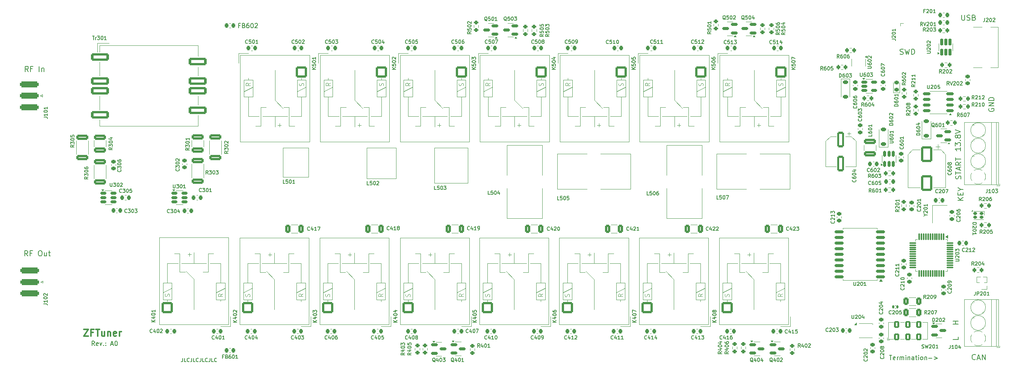
<source format=gto>
G04 #@! TF.GenerationSoftware,KiCad,Pcbnew,8.0.2-8.0.2-0~ubuntu22.04.1*
G04 #@! TF.CreationDate,2024-05-05T21:49:18+03:00*
G04 #@! TF.ProjectId,ZFTuner,5a465475-6e65-4722-9e6b-696361645f70,A0*
G04 #@! TF.SameCoordinates,Original*
G04 #@! TF.FileFunction,Legend,Top*
G04 #@! TF.FilePolarity,Positive*
%FSLAX46Y46*%
G04 Gerber Fmt 4.6, Leading zero omitted, Abs format (unit mm)*
G04 Created by KiCad (PCBNEW 8.0.2-8.0.2-0~ubuntu22.04.1) date 2024-05-05 21:49:18*
%MOMM*%
%LPD*%
G01*
G04 APERTURE LIST*
G04 Aperture macros list*
%AMRoundRect*
0 Rectangle with rounded corners*
0 $1 Rounding radius*
0 $2 $3 $4 $5 $6 $7 $8 $9 X,Y pos of 4 corners*
0 Add a 4 corners polygon primitive as box body*
4,1,4,$2,$3,$4,$5,$6,$7,$8,$9,$2,$3,0*
0 Add four circle primitives for the rounded corners*
1,1,$1+$1,$2,$3*
1,1,$1+$1,$4,$5*
1,1,$1+$1,$6,$7*
1,1,$1+$1,$8,$9*
0 Add four rect primitives between the rounded corners*
20,1,$1+$1,$2,$3,$4,$5,0*
20,1,$1+$1,$4,$5,$6,$7,0*
20,1,$1+$1,$6,$7,$8,$9,0*
20,1,$1+$1,$8,$9,$2,$3,0*%
G04 Aperture macros list end*
%ADD10C,0.160000*%
%ADD11C,0.150000*%
%ADD12C,0.300000*%
%ADD13C,0.120000*%
%ADD14C,2.400000*%
%ADD15C,2.500000*%
%ADD16RoundRect,0.225000X-0.375000X0.225000X-0.375000X-0.225000X0.375000X-0.225000X0.375000X0.225000X0*%
%ADD17RoundRect,0.225000X-0.225000X-0.250000X0.225000X-0.250000X0.225000X0.250000X-0.225000X0.250000X0*%
%ADD18RoundRect,0.200000X-0.200000X-0.275000X0.200000X-0.275000X0.200000X0.275000X-0.200000X0.275000X0*%
%ADD19RoundRect,0.200000X0.275000X-0.200000X0.275000X0.200000X-0.275000X0.200000X-0.275000X-0.200000X0*%
%ADD20RoundRect,0.225000X0.225000X0.250000X-0.225000X0.250000X-0.225000X-0.250000X0.225000X-0.250000X0*%
%ADD21RoundRect,0.225000X0.250000X-0.225000X0.250000X0.225000X-0.250000X0.225000X-0.250000X-0.225000X0*%
%ADD22RoundRect,0.250000X1.075000X-0.362500X1.075000X0.362500X-1.075000X0.362500X-1.075000X-0.362500X0*%
%ADD23RoundRect,0.250000X-0.550000X1.500000X-0.550000X-1.500000X0.550000X-1.500000X0.550000X1.500000X0*%
%ADD24RoundRect,0.225000X-0.250000X0.225000X-0.250000X-0.225000X0.250000X-0.225000X0.250000X0.225000X0*%
%ADD25RoundRect,0.150000X0.587500X0.150000X-0.587500X0.150000X-0.587500X-0.150000X0.587500X-0.150000X0*%
%ADD26R,0.650000X0.350000*%
%ADD27R,1.550000X2.400000*%
%ADD28RoundRect,0.162500X0.262500X-0.162500X0.262500X0.162500X-0.262500X0.162500X-0.262500X-0.162500X0*%
%ADD29RoundRect,0.350000X-1.750000X-0.350000X1.750000X-0.350000X1.750000X0.350000X-1.750000X0.350000X0*%
%ADD30R,1.200000X1.400000*%
%ADD31RoundRect,0.218750X0.218750X0.256250X-0.218750X0.256250X-0.218750X-0.256250X0.218750X-0.256250X0*%
%ADD32C,5.700000*%
%ADD33C,0.990600*%
%ADD34C,0.787400*%
%ADD35RoundRect,0.150000X0.150000X-0.512500X0.150000X0.512500X-0.150000X0.512500X-0.150000X-0.512500X0*%
%ADD36RoundRect,0.250000X0.325000X0.650000X-0.325000X0.650000X-0.325000X-0.650000X0.325000X-0.650000X0*%
%ADD37RoundRect,0.200000X0.200000X0.275000X-0.200000X0.275000X-0.200000X-0.275000X0.200000X-0.275000X0*%
%ADD38RoundRect,0.196850X-0.403150X-0.603150X0.403150X-0.603150X0.403150X0.603150X-0.403150X0.603150X0*%
%ADD39RoundRect,0.250000X-1.000000X1.500000X-1.000000X-1.500000X1.000000X-1.500000X1.000000X1.500000X0*%
%ADD40RoundRect,0.225000X0.375000X-0.225000X0.375000X0.225000X-0.375000X0.225000X-0.375000X-0.225000X0*%
%ADD41RoundRect,0.250000X-1.000000X1.000000X-1.000000X-1.000000X1.000000X-1.000000X1.000000X1.000000X0*%
%ADD42RoundRect,0.218750X-0.218750X-0.256250X0.218750X-0.256250X0.218750X0.256250X-0.218750X0.256250X0*%
%ADD43RoundRect,0.200000X-0.275000X0.200000X-0.275000X-0.200000X0.275000X-0.200000X0.275000X0.200000X0*%
%ADD44C,1.600000*%
%ADD45RoundRect,0.250000X1.000000X-1.000000X1.000000X1.000000X-1.000000X1.000000X-1.000000X-1.000000X0*%
%ADD46RoundRect,0.150000X-0.512500X-0.150000X0.512500X-0.150000X0.512500X0.150000X-0.512500X0.150000X0*%
%ADD47R,2.400000X2.400000*%
%ADD48RoundRect,0.250000X-1.075000X0.362500X-1.075000X-0.362500X1.075000X-0.362500X1.075000X0.362500X0*%
%ADD49RoundRect,0.150000X0.675000X0.150000X-0.675000X0.150000X-0.675000X-0.150000X0.675000X-0.150000X0*%
%ADD50RoundRect,0.150000X0.875000X0.150000X-0.875000X0.150000X-0.875000X-0.150000X0.875000X-0.150000X0*%
%ADD51C,0.650000*%
%ADD52R,1.150000X0.300000*%
%ADD53O,2.100000X1.000000*%
%ADD54O,1.600000X1.000000*%
%ADD55RoundRect,0.285433X-1.764567X-0.584567X1.764567X-0.584567X1.764567X0.584567X-1.764567X0.584567X0*%
%ADD56RoundRect,0.150000X-0.587500X-0.150000X0.587500X-0.150000X0.587500X0.150000X-0.587500X0.150000X0*%
%ADD57RoundRect,0.250000X1.075000X-0.375000X1.075000X0.375000X-1.075000X0.375000X-1.075000X-0.375000X0*%
%ADD58RoundRect,0.075000X-0.075000X0.662500X-0.075000X-0.662500X0.075000X-0.662500X0.075000X0.662500X0*%
%ADD59RoundRect,0.075000X-0.662500X0.075000X-0.662500X-0.075000X0.662500X-0.075000X0.662500X0.075000X0*%
%ADD60RoundRect,0.250000X-0.312500X-0.625000X0.312500X-0.625000X0.312500X0.625000X-0.312500X0.625000X0*%
%ADD61RoundRect,0.140000X0.140000X0.170000X-0.140000X0.170000X-0.140000X-0.170000X0.140000X-0.170000X0*%
%ADD62RoundRect,0.250000X-1.075000X0.312500X-1.075000X-0.312500X1.075000X-0.312500X1.075000X0.312500X0*%
%ADD63R,0.510000X0.700000*%
%ADD64RoundRect,0.150000X0.150000X-0.650000X0.150000X0.650000X-0.150000X0.650000X-0.150000X-0.650000X0*%
%ADD65RoundRect,0.218750X0.256250X-0.218750X0.256250X0.218750X-0.256250X0.218750X-0.256250X-0.218750X0*%
%ADD66R,1.000000X1.000000*%
%ADD67O,1.000000X1.000000*%
G04 APERTURE END LIST*
D10*
X255619822Y-112059022D02*
X254419822Y-112059022D01*
X254991251Y-112059022D02*
X254991251Y-111373308D01*
X255619822Y-111373308D02*
X254419822Y-111373308D01*
X262551965Y-63360451D02*
X262494822Y-63474737D01*
X262494822Y-63474737D02*
X262494822Y-63646165D01*
X262494822Y-63646165D02*
X262551965Y-63817594D01*
X262551965Y-63817594D02*
X262666251Y-63931879D01*
X262666251Y-63931879D02*
X262780537Y-63989022D01*
X262780537Y-63989022D02*
X263009108Y-64046165D01*
X263009108Y-64046165D02*
X263180537Y-64046165D01*
X263180537Y-64046165D02*
X263409108Y-63989022D01*
X263409108Y-63989022D02*
X263523394Y-63931879D01*
X263523394Y-63931879D02*
X263637680Y-63817594D01*
X263637680Y-63817594D02*
X263694822Y-63646165D01*
X263694822Y-63646165D02*
X263694822Y-63531879D01*
X263694822Y-63531879D02*
X263637680Y-63360451D01*
X263637680Y-63360451D02*
X263580537Y-63303308D01*
X263580537Y-63303308D02*
X263180537Y-63303308D01*
X263180537Y-63303308D02*
X263180537Y-63531879D01*
X263694822Y-62789022D02*
X262494822Y-62789022D01*
X262494822Y-62789022D02*
X263694822Y-62103308D01*
X263694822Y-62103308D02*
X262494822Y-62103308D01*
X263694822Y-61531879D02*
X262494822Y-61531879D01*
X262494822Y-61531879D02*
X262494822Y-61246165D01*
X262494822Y-61246165D02*
X262551965Y-61074736D01*
X262551965Y-61074736D02*
X262666251Y-60960451D01*
X262666251Y-60960451D02*
X262780537Y-60903308D01*
X262780537Y-60903308D02*
X263009108Y-60846165D01*
X263009108Y-60846165D02*
X263180537Y-60846165D01*
X263180537Y-60846165D02*
X263409108Y-60903308D01*
X263409108Y-60903308D02*
X263523394Y-60960451D01*
X263523394Y-60960451D02*
X263637680Y-61074736D01*
X263637680Y-61074736D02*
X263694822Y-61246165D01*
X263694822Y-61246165D02*
X263694822Y-61531879D01*
X240100000Y-119069299D02*
X240671428Y-119069299D01*
X240385714Y-120069299D02*
X240385714Y-119069299D01*
X241385714Y-120021680D02*
X241290476Y-120069299D01*
X241290476Y-120069299D02*
X241100000Y-120069299D01*
X241100000Y-120069299D02*
X241004762Y-120021680D01*
X241004762Y-120021680D02*
X240957143Y-119926441D01*
X240957143Y-119926441D02*
X240957143Y-119545489D01*
X240957143Y-119545489D02*
X241004762Y-119450251D01*
X241004762Y-119450251D02*
X241100000Y-119402632D01*
X241100000Y-119402632D02*
X241290476Y-119402632D01*
X241290476Y-119402632D02*
X241385714Y-119450251D01*
X241385714Y-119450251D02*
X241433333Y-119545489D01*
X241433333Y-119545489D02*
X241433333Y-119640727D01*
X241433333Y-119640727D02*
X240957143Y-119735965D01*
X241861905Y-120069299D02*
X241861905Y-119402632D01*
X241861905Y-119593108D02*
X241909524Y-119497870D01*
X241909524Y-119497870D02*
X241957143Y-119450251D01*
X241957143Y-119450251D02*
X242052381Y-119402632D01*
X242052381Y-119402632D02*
X242147619Y-119402632D01*
X242480953Y-120069299D02*
X242480953Y-119402632D01*
X242480953Y-119497870D02*
X242528572Y-119450251D01*
X242528572Y-119450251D02*
X242623810Y-119402632D01*
X242623810Y-119402632D02*
X242766667Y-119402632D01*
X242766667Y-119402632D02*
X242861905Y-119450251D01*
X242861905Y-119450251D02*
X242909524Y-119545489D01*
X242909524Y-119545489D02*
X242909524Y-120069299D01*
X242909524Y-119545489D02*
X242957143Y-119450251D01*
X242957143Y-119450251D02*
X243052381Y-119402632D01*
X243052381Y-119402632D02*
X243195238Y-119402632D01*
X243195238Y-119402632D02*
X243290477Y-119450251D01*
X243290477Y-119450251D02*
X243338096Y-119545489D01*
X243338096Y-119545489D02*
X243338096Y-120069299D01*
X243814286Y-120069299D02*
X243814286Y-119402632D01*
X243814286Y-119069299D02*
X243766667Y-119116918D01*
X243766667Y-119116918D02*
X243814286Y-119164537D01*
X243814286Y-119164537D02*
X243861905Y-119116918D01*
X243861905Y-119116918D02*
X243814286Y-119069299D01*
X243814286Y-119069299D02*
X243814286Y-119164537D01*
X244290476Y-119402632D02*
X244290476Y-120069299D01*
X244290476Y-119497870D02*
X244338095Y-119450251D01*
X244338095Y-119450251D02*
X244433333Y-119402632D01*
X244433333Y-119402632D02*
X244576190Y-119402632D01*
X244576190Y-119402632D02*
X244671428Y-119450251D01*
X244671428Y-119450251D02*
X244719047Y-119545489D01*
X244719047Y-119545489D02*
X244719047Y-120069299D01*
X245623809Y-120069299D02*
X245623809Y-119545489D01*
X245623809Y-119545489D02*
X245576190Y-119450251D01*
X245576190Y-119450251D02*
X245480952Y-119402632D01*
X245480952Y-119402632D02*
X245290476Y-119402632D01*
X245290476Y-119402632D02*
X245195238Y-119450251D01*
X245623809Y-120021680D02*
X245528571Y-120069299D01*
X245528571Y-120069299D02*
X245290476Y-120069299D01*
X245290476Y-120069299D02*
X245195238Y-120021680D01*
X245195238Y-120021680D02*
X245147619Y-119926441D01*
X245147619Y-119926441D02*
X245147619Y-119831203D01*
X245147619Y-119831203D02*
X245195238Y-119735965D01*
X245195238Y-119735965D02*
X245290476Y-119688346D01*
X245290476Y-119688346D02*
X245528571Y-119688346D01*
X245528571Y-119688346D02*
X245623809Y-119640727D01*
X245957143Y-119402632D02*
X246338095Y-119402632D01*
X246100000Y-119069299D02*
X246100000Y-119926441D01*
X246100000Y-119926441D02*
X246147619Y-120021680D01*
X246147619Y-120021680D02*
X246242857Y-120069299D01*
X246242857Y-120069299D02*
X246338095Y-120069299D01*
X246671429Y-120069299D02*
X246671429Y-119402632D01*
X246671429Y-119069299D02*
X246623810Y-119116918D01*
X246623810Y-119116918D02*
X246671429Y-119164537D01*
X246671429Y-119164537D02*
X246719048Y-119116918D01*
X246719048Y-119116918D02*
X246671429Y-119069299D01*
X246671429Y-119069299D02*
X246671429Y-119164537D01*
X247290476Y-120069299D02*
X247195238Y-120021680D01*
X247195238Y-120021680D02*
X247147619Y-119974060D01*
X247147619Y-119974060D02*
X247100000Y-119878822D01*
X247100000Y-119878822D02*
X247100000Y-119593108D01*
X247100000Y-119593108D02*
X247147619Y-119497870D01*
X247147619Y-119497870D02*
X247195238Y-119450251D01*
X247195238Y-119450251D02*
X247290476Y-119402632D01*
X247290476Y-119402632D02*
X247433333Y-119402632D01*
X247433333Y-119402632D02*
X247528571Y-119450251D01*
X247528571Y-119450251D02*
X247576190Y-119497870D01*
X247576190Y-119497870D02*
X247623809Y-119593108D01*
X247623809Y-119593108D02*
X247623809Y-119878822D01*
X247623809Y-119878822D02*
X247576190Y-119974060D01*
X247576190Y-119974060D02*
X247528571Y-120021680D01*
X247528571Y-120021680D02*
X247433333Y-120069299D01*
X247433333Y-120069299D02*
X247290476Y-120069299D01*
X248052381Y-119402632D02*
X248052381Y-120069299D01*
X248052381Y-119497870D02*
X248100000Y-119450251D01*
X248100000Y-119450251D02*
X248195238Y-119402632D01*
X248195238Y-119402632D02*
X248338095Y-119402632D01*
X248338095Y-119402632D02*
X248433333Y-119450251D01*
X248433333Y-119450251D02*
X248480952Y-119545489D01*
X248480952Y-119545489D02*
X248480952Y-120069299D01*
X248957143Y-119688346D02*
X249719048Y-119688346D01*
X250195238Y-119402632D02*
X250957143Y-119688346D01*
X250957143Y-119688346D02*
X250195238Y-119974060D01*
D11*
X80867731Y-119694295D02*
X80867731Y-120265723D01*
X80867731Y-120265723D02*
X80829636Y-120380009D01*
X80829636Y-120380009D02*
X80753445Y-120456200D01*
X80753445Y-120456200D02*
X80639160Y-120494295D01*
X80639160Y-120494295D02*
X80562969Y-120494295D01*
X81629636Y-120494295D02*
X81248684Y-120494295D01*
X81248684Y-120494295D02*
X81248684Y-119694295D01*
X82353446Y-120418104D02*
X82315350Y-120456200D01*
X82315350Y-120456200D02*
X82201065Y-120494295D01*
X82201065Y-120494295D02*
X82124874Y-120494295D01*
X82124874Y-120494295D02*
X82010588Y-120456200D01*
X82010588Y-120456200D02*
X81934398Y-120380009D01*
X81934398Y-120380009D02*
X81896303Y-120303819D01*
X81896303Y-120303819D02*
X81858207Y-120151438D01*
X81858207Y-120151438D02*
X81858207Y-120037152D01*
X81858207Y-120037152D02*
X81896303Y-119884771D01*
X81896303Y-119884771D02*
X81934398Y-119808580D01*
X81934398Y-119808580D02*
X82010588Y-119732390D01*
X82010588Y-119732390D02*
X82124874Y-119694295D01*
X82124874Y-119694295D02*
X82201065Y-119694295D01*
X82201065Y-119694295D02*
X82315350Y-119732390D01*
X82315350Y-119732390D02*
X82353446Y-119770485D01*
X82924874Y-119694295D02*
X82924874Y-120265723D01*
X82924874Y-120265723D02*
X82886779Y-120380009D01*
X82886779Y-120380009D02*
X82810588Y-120456200D01*
X82810588Y-120456200D02*
X82696303Y-120494295D01*
X82696303Y-120494295D02*
X82620112Y-120494295D01*
X83686779Y-120494295D02*
X83305827Y-120494295D01*
X83305827Y-120494295D02*
X83305827Y-119694295D01*
X84410589Y-120418104D02*
X84372493Y-120456200D01*
X84372493Y-120456200D02*
X84258208Y-120494295D01*
X84258208Y-120494295D02*
X84182017Y-120494295D01*
X84182017Y-120494295D02*
X84067731Y-120456200D01*
X84067731Y-120456200D02*
X83991541Y-120380009D01*
X83991541Y-120380009D02*
X83953446Y-120303819D01*
X83953446Y-120303819D02*
X83915350Y-120151438D01*
X83915350Y-120151438D02*
X83915350Y-120037152D01*
X83915350Y-120037152D02*
X83953446Y-119884771D01*
X83953446Y-119884771D02*
X83991541Y-119808580D01*
X83991541Y-119808580D02*
X84067731Y-119732390D01*
X84067731Y-119732390D02*
X84182017Y-119694295D01*
X84182017Y-119694295D02*
X84258208Y-119694295D01*
X84258208Y-119694295D02*
X84372493Y-119732390D01*
X84372493Y-119732390D02*
X84410589Y-119770485D01*
X84982017Y-119694295D02*
X84982017Y-120265723D01*
X84982017Y-120265723D02*
X84943922Y-120380009D01*
X84943922Y-120380009D02*
X84867731Y-120456200D01*
X84867731Y-120456200D02*
X84753446Y-120494295D01*
X84753446Y-120494295D02*
X84677255Y-120494295D01*
X85743922Y-120494295D02*
X85362970Y-120494295D01*
X85362970Y-120494295D02*
X85362970Y-119694295D01*
X86467732Y-120418104D02*
X86429636Y-120456200D01*
X86429636Y-120456200D02*
X86315351Y-120494295D01*
X86315351Y-120494295D02*
X86239160Y-120494295D01*
X86239160Y-120494295D02*
X86124874Y-120456200D01*
X86124874Y-120456200D02*
X86048684Y-120380009D01*
X86048684Y-120380009D02*
X86010589Y-120303819D01*
X86010589Y-120303819D02*
X85972493Y-120151438D01*
X85972493Y-120151438D02*
X85972493Y-120037152D01*
X85972493Y-120037152D02*
X86010589Y-119884771D01*
X86010589Y-119884771D02*
X86048684Y-119808580D01*
X86048684Y-119808580D02*
X86124874Y-119732390D01*
X86124874Y-119732390D02*
X86239160Y-119694295D01*
X86239160Y-119694295D02*
X86315351Y-119694295D01*
X86315351Y-119694295D02*
X86429636Y-119732390D01*
X86429636Y-119732390D02*
X86467732Y-119770485D01*
X87039160Y-119694295D02*
X87039160Y-120265723D01*
X87039160Y-120265723D02*
X87001065Y-120380009D01*
X87001065Y-120380009D02*
X86924874Y-120456200D01*
X86924874Y-120456200D02*
X86810589Y-120494295D01*
X86810589Y-120494295D02*
X86734398Y-120494295D01*
X87801065Y-120494295D02*
X87420113Y-120494295D01*
X87420113Y-120494295D02*
X87420113Y-119694295D01*
X88524875Y-120418104D02*
X88486779Y-120456200D01*
X88486779Y-120456200D02*
X88372494Y-120494295D01*
X88372494Y-120494295D02*
X88296303Y-120494295D01*
X88296303Y-120494295D02*
X88182017Y-120456200D01*
X88182017Y-120456200D02*
X88105827Y-120380009D01*
X88105827Y-120380009D02*
X88067732Y-120303819D01*
X88067732Y-120303819D02*
X88029636Y-120151438D01*
X88029636Y-120151438D02*
X88029636Y-120037152D01*
X88029636Y-120037152D02*
X88067732Y-119884771D01*
X88067732Y-119884771D02*
X88105827Y-119808580D01*
X88105827Y-119808580D02*
X88182017Y-119732390D01*
X88182017Y-119732390D02*
X88296303Y-119694295D01*
X88296303Y-119694295D02*
X88372494Y-119694295D01*
X88372494Y-119694295D02*
X88486779Y-119732390D01*
X88486779Y-119732390D02*
X88524875Y-119770485D01*
D10*
X256187680Y-79266165D02*
X256244822Y-79094737D01*
X256244822Y-79094737D02*
X256244822Y-78809022D01*
X256244822Y-78809022D02*
X256187680Y-78694737D01*
X256187680Y-78694737D02*
X256130537Y-78637594D01*
X256130537Y-78637594D02*
X256016251Y-78580451D01*
X256016251Y-78580451D02*
X255901965Y-78580451D01*
X255901965Y-78580451D02*
X255787680Y-78637594D01*
X255787680Y-78637594D02*
X255730537Y-78694737D01*
X255730537Y-78694737D02*
X255673394Y-78809022D01*
X255673394Y-78809022D02*
X255616251Y-79037594D01*
X255616251Y-79037594D02*
X255559108Y-79151879D01*
X255559108Y-79151879D02*
X255501965Y-79209022D01*
X255501965Y-79209022D02*
X255387680Y-79266165D01*
X255387680Y-79266165D02*
X255273394Y-79266165D01*
X255273394Y-79266165D02*
X255159108Y-79209022D01*
X255159108Y-79209022D02*
X255101965Y-79151879D01*
X255101965Y-79151879D02*
X255044822Y-79037594D01*
X255044822Y-79037594D02*
X255044822Y-78751879D01*
X255044822Y-78751879D02*
X255101965Y-78580451D01*
X255044822Y-78237594D02*
X255044822Y-77551880D01*
X256244822Y-77894737D02*
X255044822Y-77894737D01*
X255901965Y-77209022D02*
X255901965Y-76637594D01*
X256244822Y-77323308D02*
X255044822Y-76923308D01*
X255044822Y-76923308D02*
X256244822Y-76523308D01*
X256244822Y-75437594D02*
X255673394Y-75837594D01*
X256244822Y-76123308D02*
X255044822Y-76123308D01*
X255044822Y-76123308D02*
X255044822Y-75666165D01*
X255044822Y-75666165D02*
X255101965Y-75551880D01*
X255101965Y-75551880D02*
X255159108Y-75494737D01*
X255159108Y-75494737D02*
X255273394Y-75437594D01*
X255273394Y-75437594D02*
X255444822Y-75437594D01*
X255444822Y-75437594D02*
X255559108Y-75494737D01*
X255559108Y-75494737D02*
X255616251Y-75551880D01*
X255616251Y-75551880D02*
X255673394Y-75666165D01*
X255673394Y-75666165D02*
X255673394Y-76123308D01*
X255044822Y-75094737D02*
X255044822Y-74409023D01*
X256244822Y-74751880D02*
X255044822Y-74751880D01*
X46101691Y-55019822D02*
X45701691Y-54448394D01*
X45415977Y-55019822D02*
X45415977Y-53819822D01*
X45415977Y-53819822D02*
X45873120Y-53819822D01*
X45873120Y-53819822D02*
X45987405Y-53876965D01*
X45987405Y-53876965D02*
X46044548Y-53934108D01*
X46044548Y-53934108D02*
X46101691Y-54048394D01*
X46101691Y-54048394D02*
X46101691Y-54219822D01*
X46101691Y-54219822D02*
X46044548Y-54334108D01*
X46044548Y-54334108D02*
X45987405Y-54391251D01*
X45987405Y-54391251D02*
X45873120Y-54448394D01*
X45873120Y-54448394D02*
X45415977Y-54448394D01*
X47015977Y-54391251D02*
X46615977Y-54391251D01*
X46615977Y-55019822D02*
X46615977Y-53819822D01*
X46615977Y-53819822D02*
X47187405Y-53819822D01*
X48558834Y-55019822D02*
X48558834Y-53819822D01*
X49130263Y-54219822D02*
X49130263Y-55019822D01*
X49130263Y-54334108D02*
X49187406Y-54276965D01*
X49187406Y-54276965D02*
X49301691Y-54219822D01*
X49301691Y-54219822D02*
X49473120Y-54219822D01*
X49473120Y-54219822D02*
X49587406Y-54276965D01*
X49587406Y-54276965D02*
X49644549Y-54391251D01*
X49644549Y-54391251D02*
X49644549Y-55019822D01*
D12*
X58621429Y-113200828D02*
X59621429Y-113200828D01*
X59621429Y-113200828D02*
X58621429Y-114700828D01*
X58621429Y-114700828D02*
X59621429Y-114700828D01*
X60692857Y-113915114D02*
X60192857Y-113915114D01*
X60192857Y-114700828D02*
X60192857Y-113200828D01*
X60192857Y-113200828D02*
X60907143Y-113200828D01*
X61264286Y-113200828D02*
X62121429Y-113200828D01*
X61692857Y-114700828D02*
X61692857Y-113200828D01*
X63264286Y-113700828D02*
X63264286Y-114700828D01*
X62621428Y-113700828D02*
X62621428Y-114486542D01*
X62621428Y-114486542D02*
X62692857Y-114629400D01*
X62692857Y-114629400D02*
X62835714Y-114700828D01*
X62835714Y-114700828D02*
X63050000Y-114700828D01*
X63050000Y-114700828D02*
X63192857Y-114629400D01*
X63192857Y-114629400D02*
X63264286Y-114557971D01*
X63978571Y-113700828D02*
X63978571Y-114700828D01*
X63978571Y-113843685D02*
X64050000Y-113772257D01*
X64050000Y-113772257D02*
X64192857Y-113700828D01*
X64192857Y-113700828D02*
X64407143Y-113700828D01*
X64407143Y-113700828D02*
X64550000Y-113772257D01*
X64550000Y-113772257D02*
X64621429Y-113915114D01*
X64621429Y-113915114D02*
X64621429Y-114700828D01*
X65907143Y-114629400D02*
X65764286Y-114700828D01*
X65764286Y-114700828D02*
X65478572Y-114700828D01*
X65478572Y-114700828D02*
X65335714Y-114629400D01*
X65335714Y-114629400D02*
X65264286Y-114486542D01*
X65264286Y-114486542D02*
X65264286Y-113915114D01*
X65264286Y-113915114D02*
X65335714Y-113772257D01*
X65335714Y-113772257D02*
X65478572Y-113700828D01*
X65478572Y-113700828D02*
X65764286Y-113700828D01*
X65764286Y-113700828D02*
X65907143Y-113772257D01*
X65907143Y-113772257D02*
X65978572Y-113915114D01*
X65978572Y-113915114D02*
X65978572Y-114057971D01*
X65978572Y-114057971D02*
X65264286Y-114200828D01*
X66621428Y-114700828D02*
X66621428Y-113700828D01*
X66621428Y-113986542D02*
X66692857Y-113843685D01*
X66692857Y-113843685D02*
X66764286Y-113772257D01*
X66764286Y-113772257D02*
X66907143Y-113700828D01*
X66907143Y-113700828D02*
X67050000Y-113700828D01*
D10*
X45976691Y-96644822D02*
X45576691Y-96073394D01*
X45290977Y-96644822D02*
X45290977Y-95444822D01*
X45290977Y-95444822D02*
X45748120Y-95444822D01*
X45748120Y-95444822D02*
X45862405Y-95501965D01*
X45862405Y-95501965D02*
X45919548Y-95559108D01*
X45919548Y-95559108D02*
X45976691Y-95673394D01*
X45976691Y-95673394D02*
X45976691Y-95844822D01*
X45976691Y-95844822D02*
X45919548Y-95959108D01*
X45919548Y-95959108D02*
X45862405Y-96016251D01*
X45862405Y-96016251D02*
X45748120Y-96073394D01*
X45748120Y-96073394D02*
X45290977Y-96073394D01*
X46890977Y-96016251D02*
X46490977Y-96016251D01*
X46490977Y-96644822D02*
X46490977Y-95444822D01*
X46490977Y-95444822D02*
X47062405Y-95444822D01*
X48662405Y-95444822D02*
X48890977Y-95444822D01*
X48890977Y-95444822D02*
X49005262Y-95501965D01*
X49005262Y-95501965D02*
X49119548Y-95616251D01*
X49119548Y-95616251D02*
X49176691Y-95844822D01*
X49176691Y-95844822D02*
X49176691Y-96244822D01*
X49176691Y-96244822D02*
X49119548Y-96473394D01*
X49119548Y-96473394D02*
X49005262Y-96587680D01*
X49005262Y-96587680D02*
X48890977Y-96644822D01*
X48890977Y-96644822D02*
X48662405Y-96644822D01*
X48662405Y-96644822D02*
X48548120Y-96587680D01*
X48548120Y-96587680D02*
X48433834Y-96473394D01*
X48433834Y-96473394D02*
X48376691Y-96244822D01*
X48376691Y-96244822D02*
X48376691Y-95844822D01*
X48376691Y-95844822D02*
X48433834Y-95616251D01*
X48433834Y-95616251D02*
X48548120Y-95501965D01*
X48548120Y-95501965D02*
X48662405Y-95444822D01*
X50205263Y-95844822D02*
X50205263Y-96644822D01*
X49690977Y-95844822D02*
X49690977Y-96473394D01*
X49690977Y-96473394D02*
X49748120Y-96587680D01*
X49748120Y-96587680D02*
X49862405Y-96644822D01*
X49862405Y-96644822D02*
X50033834Y-96644822D01*
X50033834Y-96644822D02*
X50148120Y-96587680D01*
X50148120Y-96587680D02*
X50205263Y-96530537D01*
X50605262Y-95844822D02*
X51062405Y-95844822D01*
X50776691Y-95444822D02*
X50776691Y-96473394D01*
X50776691Y-96473394D02*
X50833834Y-96587680D01*
X50833834Y-96587680D02*
X50948119Y-96644822D01*
X50948119Y-96644822D02*
X51062405Y-96644822D01*
X255619822Y-114912594D02*
X255619822Y-115484022D01*
X255619822Y-115484022D02*
X254419822Y-115484022D01*
X259476691Y-119930537D02*
X259419548Y-119987680D01*
X259419548Y-119987680D02*
X259248120Y-120044822D01*
X259248120Y-120044822D02*
X259133834Y-120044822D01*
X259133834Y-120044822D02*
X258962405Y-119987680D01*
X258962405Y-119987680D02*
X258848120Y-119873394D01*
X258848120Y-119873394D02*
X258790977Y-119759108D01*
X258790977Y-119759108D02*
X258733834Y-119530537D01*
X258733834Y-119530537D02*
X258733834Y-119359108D01*
X258733834Y-119359108D02*
X258790977Y-119130537D01*
X258790977Y-119130537D02*
X258848120Y-119016251D01*
X258848120Y-119016251D02*
X258962405Y-118901965D01*
X258962405Y-118901965D02*
X259133834Y-118844822D01*
X259133834Y-118844822D02*
X259248120Y-118844822D01*
X259248120Y-118844822D02*
X259419548Y-118901965D01*
X259419548Y-118901965D02*
X259476691Y-118959108D01*
X259933834Y-119701965D02*
X260505263Y-119701965D01*
X259819548Y-120044822D02*
X260219548Y-118844822D01*
X260219548Y-118844822D02*
X260619548Y-120044822D01*
X261019548Y-120044822D02*
X261019548Y-118844822D01*
X261019548Y-118844822D02*
X261705262Y-120044822D01*
X261705262Y-120044822D02*
X261705262Y-118844822D01*
X256744822Y-84109022D02*
X255544822Y-84109022D01*
X256744822Y-83423308D02*
X256059108Y-83937594D01*
X255544822Y-83423308D02*
X256230537Y-84109022D01*
X256116251Y-82909022D02*
X256116251Y-82509022D01*
X256744822Y-82337594D02*
X256744822Y-82909022D01*
X256744822Y-82909022D02*
X255544822Y-82909022D01*
X255544822Y-82909022D02*
X255544822Y-82337594D01*
X256173394Y-81594737D02*
X256744822Y-81594737D01*
X255544822Y-81994737D02*
X256173394Y-81594737D01*
X256173394Y-81594737D02*
X255544822Y-81194737D01*
X61014786Y-116869299D02*
X60681453Y-116393108D01*
X60443358Y-116869299D02*
X60443358Y-115869299D01*
X60443358Y-115869299D02*
X60824310Y-115869299D01*
X60824310Y-115869299D02*
X60919548Y-115916918D01*
X60919548Y-115916918D02*
X60967167Y-115964537D01*
X60967167Y-115964537D02*
X61014786Y-116059775D01*
X61014786Y-116059775D02*
X61014786Y-116202632D01*
X61014786Y-116202632D02*
X60967167Y-116297870D01*
X60967167Y-116297870D02*
X60919548Y-116345489D01*
X60919548Y-116345489D02*
X60824310Y-116393108D01*
X60824310Y-116393108D02*
X60443358Y-116393108D01*
X61824310Y-116821680D02*
X61729072Y-116869299D01*
X61729072Y-116869299D02*
X61538596Y-116869299D01*
X61538596Y-116869299D02*
X61443358Y-116821680D01*
X61443358Y-116821680D02*
X61395739Y-116726441D01*
X61395739Y-116726441D02*
X61395739Y-116345489D01*
X61395739Y-116345489D02*
X61443358Y-116250251D01*
X61443358Y-116250251D02*
X61538596Y-116202632D01*
X61538596Y-116202632D02*
X61729072Y-116202632D01*
X61729072Y-116202632D02*
X61824310Y-116250251D01*
X61824310Y-116250251D02*
X61871929Y-116345489D01*
X61871929Y-116345489D02*
X61871929Y-116440727D01*
X61871929Y-116440727D02*
X61395739Y-116535965D01*
X62205263Y-116202632D02*
X62443358Y-116869299D01*
X62443358Y-116869299D02*
X62681453Y-116202632D01*
X63062406Y-116774060D02*
X63110025Y-116821680D01*
X63110025Y-116821680D02*
X63062406Y-116869299D01*
X63062406Y-116869299D02*
X63014787Y-116821680D01*
X63014787Y-116821680D02*
X63062406Y-116774060D01*
X63062406Y-116774060D02*
X63062406Y-116869299D01*
X63538596Y-116774060D02*
X63586215Y-116821680D01*
X63586215Y-116821680D02*
X63538596Y-116869299D01*
X63538596Y-116869299D02*
X63490977Y-116821680D01*
X63490977Y-116821680D02*
X63538596Y-116774060D01*
X63538596Y-116774060D02*
X63538596Y-116869299D01*
X63538596Y-116250251D02*
X63586215Y-116297870D01*
X63586215Y-116297870D02*
X63538596Y-116345489D01*
X63538596Y-116345489D02*
X63490977Y-116297870D01*
X63490977Y-116297870D02*
X63538596Y-116250251D01*
X63538596Y-116250251D02*
X63538596Y-116345489D01*
X64729072Y-116583584D02*
X65205262Y-116583584D01*
X64633834Y-116869299D02*
X64967167Y-115869299D01*
X64967167Y-115869299D02*
X65300500Y-116869299D01*
X65824310Y-115869299D02*
X65919548Y-115869299D01*
X65919548Y-115869299D02*
X66014786Y-115916918D01*
X66014786Y-115916918D02*
X66062405Y-115964537D01*
X66062405Y-115964537D02*
X66110024Y-116059775D01*
X66110024Y-116059775D02*
X66157643Y-116250251D01*
X66157643Y-116250251D02*
X66157643Y-116488346D01*
X66157643Y-116488346D02*
X66110024Y-116678822D01*
X66110024Y-116678822D02*
X66062405Y-116774060D01*
X66062405Y-116774060D02*
X66014786Y-116821680D01*
X66014786Y-116821680D02*
X65919548Y-116869299D01*
X65919548Y-116869299D02*
X65824310Y-116869299D01*
X65824310Y-116869299D02*
X65729072Y-116821680D01*
X65729072Y-116821680D02*
X65681453Y-116774060D01*
X65681453Y-116774060D02*
X65633834Y-116678822D01*
X65633834Y-116678822D02*
X65586215Y-116488346D01*
X65586215Y-116488346D02*
X65586215Y-116250251D01*
X65586215Y-116250251D02*
X65633834Y-116059775D01*
X65633834Y-116059775D02*
X65681453Y-115964537D01*
X65681453Y-115964537D02*
X65729072Y-115916918D01*
X65729072Y-115916918D02*
X65824310Y-115869299D01*
X242533834Y-51087680D02*
X242705263Y-51144822D01*
X242705263Y-51144822D02*
X242990977Y-51144822D01*
X242990977Y-51144822D02*
X243105263Y-51087680D01*
X243105263Y-51087680D02*
X243162405Y-51030537D01*
X243162405Y-51030537D02*
X243219548Y-50916251D01*
X243219548Y-50916251D02*
X243219548Y-50801965D01*
X243219548Y-50801965D02*
X243162405Y-50687680D01*
X243162405Y-50687680D02*
X243105263Y-50630537D01*
X243105263Y-50630537D02*
X242990977Y-50573394D01*
X242990977Y-50573394D02*
X242762405Y-50516251D01*
X242762405Y-50516251D02*
X242648120Y-50459108D01*
X242648120Y-50459108D02*
X242590977Y-50401965D01*
X242590977Y-50401965D02*
X242533834Y-50287680D01*
X242533834Y-50287680D02*
X242533834Y-50173394D01*
X242533834Y-50173394D02*
X242590977Y-50059108D01*
X242590977Y-50059108D02*
X242648120Y-50001965D01*
X242648120Y-50001965D02*
X242762405Y-49944822D01*
X242762405Y-49944822D02*
X243048120Y-49944822D01*
X243048120Y-49944822D02*
X243219548Y-50001965D01*
X243619548Y-49944822D02*
X243905262Y-51144822D01*
X243905262Y-51144822D02*
X244133834Y-50287680D01*
X244133834Y-50287680D02*
X244362405Y-51144822D01*
X244362405Y-51144822D02*
X244648120Y-49944822D01*
X245105263Y-51144822D02*
X245105263Y-49944822D01*
X245105263Y-49944822D02*
X245390977Y-49944822D01*
X245390977Y-49944822D02*
X245562406Y-50001965D01*
X245562406Y-50001965D02*
X245676691Y-50116251D01*
X245676691Y-50116251D02*
X245733834Y-50230537D01*
X245733834Y-50230537D02*
X245790977Y-50459108D01*
X245790977Y-50459108D02*
X245790977Y-50630537D01*
X245790977Y-50630537D02*
X245733834Y-50859108D01*
X245733834Y-50859108D02*
X245676691Y-50973394D01*
X245676691Y-50973394D02*
X245562406Y-51087680D01*
X245562406Y-51087680D02*
X245390977Y-51144822D01*
X245390977Y-51144822D02*
X245105263Y-51144822D01*
X256144822Y-72180451D02*
X256144822Y-72866165D01*
X256144822Y-72523308D02*
X254944822Y-72523308D01*
X254944822Y-72523308D02*
X255116251Y-72637594D01*
X255116251Y-72637594D02*
X255230537Y-72751879D01*
X255230537Y-72751879D02*
X255287680Y-72866165D01*
X254944822Y-71780451D02*
X254944822Y-71037594D01*
X254944822Y-71037594D02*
X255401965Y-71437594D01*
X255401965Y-71437594D02*
X255401965Y-71266165D01*
X255401965Y-71266165D02*
X255459108Y-71151880D01*
X255459108Y-71151880D02*
X255516251Y-71094737D01*
X255516251Y-71094737D02*
X255630537Y-71037594D01*
X255630537Y-71037594D02*
X255916251Y-71037594D01*
X255916251Y-71037594D02*
X256030537Y-71094737D01*
X256030537Y-71094737D02*
X256087680Y-71151880D01*
X256087680Y-71151880D02*
X256144822Y-71266165D01*
X256144822Y-71266165D02*
X256144822Y-71609022D01*
X256144822Y-71609022D02*
X256087680Y-71723308D01*
X256087680Y-71723308D02*
X256030537Y-71780451D01*
X256030537Y-70523308D02*
X256087680Y-70466165D01*
X256087680Y-70466165D02*
X256144822Y-70523308D01*
X256144822Y-70523308D02*
X256087680Y-70580451D01*
X256087680Y-70580451D02*
X256030537Y-70523308D01*
X256030537Y-70523308D02*
X256144822Y-70523308D01*
X255459108Y-69780451D02*
X255401965Y-69894736D01*
X255401965Y-69894736D02*
X255344822Y-69951879D01*
X255344822Y-69951879D02*
X255230537Y-70009022D01*
X255230537Y-70009022D02*
X255173394Y-70009022D01*
X255173394Y-70009022D02*
X255059108Y-69951879D01*
X255059108Y-69951879D02*
X255001965Y-69894736D01*
X255001965Y-69894736D02*
X254944822Y-69780451D01*
X254944822Y-69780451D02*
X254944822Y-69551879D01*
X254944822Y-69551879D02*
X255001965Y-69437594D01*
X255001965Y-69437594D02*
X255059108Y-69380451D01*
X255059108Y-69380451D02*
X255173394Y-69323308D01*
X255173394Y-69323308D02*
X255230537Y-69323308D01*
X255230537Y-69323308D02*
X255344822Y-69380451D01*
X255344822Y-69380451D02*
X255401965Y-69437594D01*
X255401965Y-69437594D02*
X255459108Y-69551879D01*
X255459108Y-69551879D02*
X255459108Y-69780451D01*
X255459108Y-69780451D02*
X255516251Y-69894736D01*
X255516251Y-69894736D02*
X255573394Y-69951879D01*
X255573394Y-69951879D02*
X255687680Y-70009022D01*
X255687680Y-70009022D02*
X255916251Y-70009022D01*
X255916251Y-70009022D02*
X256030537Y-69951879D01*
X256030537Y-69951879D02*
X256087680Y-69894736D01*
X256087680Y-69894736D02*
X256144822Y-69780451D01*
X256144822Y-69780451D02*
X256144822Y-69551879D01*
X256144822Y-69551879D02*
X256087680Y-69437594D01*
X256087680Y-69437594D02*
X256030537Y-69380451D01*
X256030537Y-69380451D02*
X255916251Y-69323308D01*
X255916251Y-69323308D02*
X255687680Y-69323308D01*
X255687680Y-69323308D02*
X255573394Y-69380451D01*
X255573394Y-69380451D02*
X255516251Y-69437594D01*
X255516251Y-69437594D02*
X255459108Y-69551879D01*
X254944822Y-68980451D02*
X256144822Y-68580451D01*
X256144822Y-68580451D02*
X254944822Y-68180451D01*
X256390977Y-42244822D02*
X256390977Y-43216251D01*
X256390977Y-43216251D02*
X256448120Y-43330537D01*
X256448120Y-43330537D02*
X256505263Y-43387680D01*
X256505263Y-43387680D02*
X256619548Y-43444822D01*
X256619548Y-43444822D02*
X256848120Y-43444822D01*
X256848120Y-43444822D02*
X256962405Y-43387680D01*
X256962405Y-43387680D02*
X257019548Y-43330537D01*
X257019548Y-43330537D02*
X257076691Y-43216251D01*
X257076691Y-43216251D02*
X257076691Y-42244822D01*
X257590977Y-43387680D02*
X257762406Y-43444822D01*
X257762406Y-43444822D02*
X258048120Y-43444822D01*
X258048120Y-43444822D02*
X258162406Y-43387680D01*
X258162406Y-43387680D02*
X258219548Y-43330537D01*
X258219548Y-43330537D02*
X258276691Y-43216251D01*
X258276691Y-43216251D02*
X258276691Y-43101965D01*
X258276691Y-43101965D02*
X258219548Y-42987680D01*
X258219548Y-42987680D02*
X258162406Y-42930537D01*
X258162406Y-42930537D02*
X258048120Y-42873394D01*
X258048120Y-42873394D02*
X257819548Y-42816251D01*
X257819548Y-42816251D02*
X257705263Y-42759108D01*
X257705263Y-42759108D02*
X257648120Y-42701965D01*
X257648120Y-42701965D02*
X257590977Y-42587680D01*
X257590977Y-42587680D02*
X257590977Y-42473394D01*
X257590977Y-42473394D02*
X257648120Y-42359108D01*
X257648120Y-42359108D02*
X257705263Y-42301965D01*
X257705263Y-42301965D02*
X257819548Y-42244822D01*
X257819548Y-42244822D02*
X258105263Y-42244822D01*
X258105263Y-42244822D02*
X258276691Y-42301965D01*
X259190977Y-42816251D02*
X259362405Y-42873394D01*
X259362405Y-42873394D02*
X259419548Y-42930537D01*
X259419548Y-42930537D02*
X259476691Y-43044822D01*
X259476691Y-43044822D02*
X259476691Y-43216251D01*
X259476691Y-43216251D02*
X259419548Y-43330537D01*
X259419548Y-43330537D02*
X259362405Y-43387680D01*
X259362405Y-43387680D02*
X259248120Y-43444822D01*
X259248120Y-43444822D02*
X258790977Y-43444822D01*
X258790977Y-43444822D02*
X258790977Y-42244822D01*
X258790977Y-42244822D02*
X259190977Y-42244822D01*
X259190977Y-42244822D02*
X259305263Y-42301965D01*
X259305263Y-42301965D02*
X259362405Y-42359108D01*
X259362405Y-42359108D02*
X259419548Y-42473394D01*
X259419548Y-42473394D02*
X259419548Y-42587680D01*
X259419548Y-42587680D02*
X259362405Y-42701965D01*
X259362405Y-42701965D02*
X259305263Y-42759108D01*
X259305263Y-42759108D02*
X259190977Y-42816251D01*
X259190977Y-42816251D02*
X258790977Y-42816251D01*
D11*
X165704761Y-83962295D02*
X165323809Y-83962295D01*
X165323809Y-83962295D02*
X165323809Y-83162295D01*
X166352380Y-83162295D02*
X165971428Y-83162295D01*
X165971428Y-83162295D02*
X165933332Y-83543247D01*
X165933332Y-83543247D02*
X165971428Y-83505152D01*
X165971428Y-83505152D02*
X166047618Y-83467057D01*
X166047618Y-83467057D02*
X166238094Y-83467057D01*
X166238094Y-83467057D02*
X166314285Y-83505152D01*
X166314285Y-83505152D02*
X166352380Y-83543247D01*
X166352380Y-83543247D02*
X166390475Y-83619438D01*
X166390475Y-83619438D02*
X166390475Y-83809914D01*
X166390475Y-83809914D02*
X166352380Y-83886104D01*
X166352380Y-83886104D02*
X166314285Y-83924200D01*
X166314285Y-83924200D02*
X166238094Y-83962295D01*
X166238094Y-83962295D02*
X166047618Y-83962295D01*
X166047618Y-83962295D02*
X165971428Y-83924200D01*
X165971428Y-83924200D02*
X165933332Y-83886104D01*
X166885714Y-83162295D02*
X166961904Y-83162295D01*
X166961904Y-83162295D02*
X167038095Y-83200390D01*
X167038095Y-83200390D02*
X167076190Y-83238485D01*
X167076190Y-83238485D02*
X167114285Y-83314676D01*
X167114285Y-83314676D02*
X167152380Y-83467057D01*
X167152380Y-83467057D02*
X167152380Y-83657533D01*
X167152380Y-83657533D02*
X167114285Y-83809914D01*
X167114285Y-83809914D02*
X167076190Y-83886104D01*
X167076190Y-83886104D02*
X167038095Y-83924200D01*
X167038095Y-83924200D02*
X166961904Y-83962295D01*
X166961904Y-83962295D02*
X166885714Y-83962295D01*
X166885714Y-83962295D02*
X166809523Y-83924200D01*
X166809523Y-83924200D02*
X166771428Y-83886104D01*
X166771428Y-83886104D02*
X166733333Y-83809914D01*
X166733333Y-83809914D02*
X166695237Y-83657533D01*
X166695237Y-83657533D02*
X166695237Y-83467057D01*
X166695237Y-83467057D02*
X166733333Y-83314676D01*
X166733333Y-83314676D02*
X166771428Y-83238485D01*
X166771428Y-83238485D02*
X166809523Y-83200390D01*
X166809523Y-83200390D02*
X166885714Y-83162295D01*
X167876190Y-83162295D02*
X167495238Y-83162295D01*
X167495238Y-83162295D02*
X167457142Y-83543247D01*
X167457142Y-83543247D02*
X167495238Y-83505152D01*
X167495238Y-83505152D02*
X167571428Y-83467057D01*
X167571428Y-83467057D02*
X167761904Y-83467057D01*
X167761904Y-83467057D02*
X167838095Y-83505152D01*
X167838095Y-83505152D02*
X167876190Y-83543247D01*
X167876190Y-83543247D02*
X167914285Y-83619438D01*
X167914285Y-83619438D02*
X167914285Y-83809914D01*
X167914285Y-83809914D02*
X167876190Y-83886104D01*
X167876190Y-83886104D02*
X167838095Y-83924200D01*
X167838095Y-83924200D02*
X167761904Y-83962295D01*
X167761904Y-83962295D02*
X167571428Y-83962295D01*
X167571428Y-83962295D02*
X167495238Y-83924200D01*
X167495238Y-83924200D02*
X167457142Y-83886104D01*
X228847619Y-56287295D02*
X228847619Y-55487295D01*
X228847619Y-55487295D02*
X229038095Y-55487295D01*
X229038095Y-55487295D02*
X229152381Y-55525390D01*
X229152381Y-55525390D02*
X229228571Y-55601580D01*
X229228571Y-55601580D02*
X229266666Y-55677771D01*
X229266666Y-55677771D02*
X229304762Y-55830152D01*
X229304762Y-55830152D02*
X229304762Y-55944438D01*
X229304762Y-55944438D02*
X229266666Y-56096819D01*
X229266666Y-56096819D02*
X229228571Y-56173009D01*
X229228571Y-56173009D02*
X229152381Y-56249200D01*
X229152381Y-56249200D02*
X229038095Y-56287295D01*
X229038095Y-56287295D02*
X228847619Y-56287295D01*
X229990476Y-55487295D02*
X229838095Y-55487295D01*
X229838095Y-55487295D02*
X229761904Y-55525390D01*
X229761904Y-55525390D02*
X229723809Y-55563485D01*
X229723809Y-55563485D02*
X229647619Y-55677771D01*
X229647619Y-55677771D02*
X229609523Y-55830152D01*
X229609523Y-55830152D02*
X229609523Y-56134914D01*
X229609523Y-56134914D02*
X229647619Y-56211104D01*
X229647619Y-56211104D02*
X229685714Y-56249200D01*
X229685714Y-56249200D02*
X229761904Y-56287295D01*
X229761904Y-56287295D02*
X229914285Y-56287295D01*
X229914285Y-56287295D02*
X229990476Y-56249200D01*
X229990476Y-56249200D02*
X230028571Y-56211104D01*
X230028571Y-56211104D02*
X230066666Y-56134914D01*
X230066666Y-56134914D02*
X230066666Y-55944438D01*
X230066666Y-55944438D02*
X230028571Y-55868247D01*
X230028571Y-55868247D02*
X229990476Y-55830152D01*
X229990476Y-55830152D02*
X229914285Y-55792057D01*
X229914285Y-55792057D02*
X229761904Y-55792057D01*
X229761904Y-55792057D02*
X229685714Y-55830152D01*
X229685714Y-55830152D02*
X229647619Y-55868247D01*
X229647619Y-55868247D02*
X229609523Y-55944438D01*
X230561905Y-55487295D02*
X230638095Y-55487295D01*
X230638095Y-55487295D02*
X230714286Y-55525390D01*
X230714286Y-55525390D02*
X230752381Y-55563485D01*
X230752381Y-55563485D02*
X230790476Y-55639676D01*
X230790476Y-55639676D02*
X230828571Y-55792057D01*
X230828571Y-55792057D02*
X230828571Y-55982533D01*
X230828571Y-55982533D02*
X230790476Y-56134914D01*
X230790476Y-56134914D02*
X230752381Y-56211104D01*
X230752381Y-56211104D02*
X230714286Y-56249200D01*
X230714286Y-56249200D02*
X230638095Y-56287295D01*
X230638095Y-56287295D02*
X230561905Y-56287295D01*
X230561905Y-56287295D02*
X230485714Y-56249200D01*
X230485714Y-56249200D02*
X230447619Y-56211104D01*
X230447619Y-56211104D02*
X230409524Y-56134914D01*
X230409524Y-56134914D02*
X230371428Y-55982533D01*
X230371428Y-55982533D02*
X230371428Y-55792057D01*
X230371428Y-55792057D02*
X230409524Y-55639676D01*
X230409524Y-55639676D02*
X230447619Y-55563485D01*
X230447619Y-55563485D02*
X230485714Y-55525390D01*
X230485714Y-55525390D02*
X230561905Y-55487295D01*
X231095238Y-55487295D02*
X231590476Y-55487295D01*
X231590476Y-55487295D02*
X231323810Y-55792057D01*
X231323810Y-55792057D02*
X231438095Y-55792057D01*
X231438095Y-55792057D02*
X231514286Y-55830152D01*
X231514286Y-55830152D02*
X231552381Y-55868247D01*
X231552381Y-55868247D02*
X231590476Y-55944438D01*
X231590476Y-55944438D02*
X231590476Y-56134914D01*
X231590476Y-56134914D02*
X231552381Y-56211104D01*
X231552381Y-56211104D02*
X231514286Y-56249200D01*
X231514286Y-56249200D02*
X231438095Y-56287295D01*
X231438095Y-56287295D02*
X231209524Y-56287295D01*
X231209524Y-56287295D02*
X231133333Y-56249200D01*
X231133333Y-56249200D02*
X231095238Y-56211104D01*
X213629762Y-48661104D02*
X213591666Y-48699200D01*
X213591666Y-48699200D02*
X213477381Y-48737295D01*
X213477381Y-48737295D02*
X213401190Y-48737295D01*
X213401190Y-48737295D02*
X213286904Y-48699200D01*
X213286904Y-48699200D02*
X213210714Y-48623009D01*
X213210714Y-48623009D02*
X213172619Y-48546819D01*
X213172619Y-48546819D02*
X213134523Y-48394438D01*
X213134523Y-48394438D02*
X213134523Y-48280152D01*
X213134523Y-48280152D02*
X213172619Y-48127771D01*
X213172619Y-48127771D02*
X213210714Y-48051580D01*
X213210714Y-48051580D02*
X213286904Y-47975390D01*
X213286904Y-47975390D02*
X213401190Y-47937295D01*
X213401190Y-47937295D02*
X213477381Y-47937295D01*
X213477381Y-47937295D02*
X213591666Y-47975390D01*
X213591666Y-47975390D02*
X213629762Y-48013485D01*
X214353571Y-47937295D02*
X213972619Y-47937295D01*
X213972619Y-47937295D02*
X213934523Y-48318247D01*
X213934523Y-48318247D02*
X213972619Y-48280152D01*
X213972619Y-48280152D02*
X214048809Y-48242057D01*
X214048809Y-48242057D02*
X214239285Y-48242057D01*
X214239285Y-48242057D02*
X214315476Y-48280152D01*
X214315476Y-48280152D02*
X214353571Y-48318247D01*
X214353571Y-48318247D02*
X214391666Y-48394438D01*
X214391666Y-48394438D02*
X214391666Y-48584914D01*
X214391666Y-48584914D02*
X214353571Y-48661104D01*
X214353571Y-48661104D02*
X214315476Y-48699200D01*
X214315476Y-48699200D02*
X214239285Y-48737295D01*
X214239285Y-48737295D02*
X214048809Y-48737295D01*
X214048809Y-48737295D02*
X213972619Y-48699200D01*
X213972619Y-48699200D02*
X213934523Y-48661104D01*
X215153571Y-48737295D02*
X214696428Y-48737295D01*
X214925000Y-48737295D02*
X214925000Y-47937295D01*
X214925000Y-47937295D02*
X214848809Y-48051580D01*
X214848809Y-48051580D02*
X214772619Y-48127771D01*
X214772619Y-48127771D02*
X214696428Y-48165866D01*
X215839286Y-48203961D02*
X215839286Y-48737295D01*
X215648810Y-47899200D02*
X215458333Y-48470628D01*
X215458333Y-48470628D02*
X215953572Y-48470628D01*
X259154762Y-98762295D02*
X258888095Y-98381342D01*
X258697619Y-98762295D02*
X258697619Y-97962295D01*
X258697619Y-97962295D02*
X259002381Y-97962295D01*
X259002381Y-97962295D02*
X259078571Y-98000390D01*
X259078571Y-98000390D02*
X259116666Y-98038485D01*
X259116666Y-98038485D02*
X259154762Y-98114676D01*
X259154762Y-98114676D02*
X259154762Y-98228961D01*
X259154762Y-98228961D02*
X259116666Y-98305152D01*
X259116666Y-98305152D02*
X259078571Y-98343247D01*
X259078571Y-98343247D02*
X259002381Y-98381342D01*
X259002381Y-98381342D02*
X258697619Y-98381342D01*
X259459523Y-98038485D02*
X259497619Y-98000390D01*
X259497619Y-98000390D02*
X259573809Y-97962295D01*
X259573809Y-97962295D02*
X259764285Y-97962295D01*
X259764285Y-97962295D02*
X259840476Y-98000390D01*
X259840476Y-98000390D02*
X259878571Y-98038485D01*
X259878571Y-98038485D02*
X259916666Y-98114676D01*
X259916666Y-98114676D02*
X259916666Y-98190866D01*
X259916666Y-98190866D02*
X259878571Y-98305152D01*
X259878571Y-98305152D02*
X259421428Y-98762295D01*
X259421428Y-98762295D02*
X259916666Y-98762295D01*
X260411905Y-97962295D02*
X260488095Y-97962295D01*
X260488095Y-97962295D02*
X260564286Y-98000390D01*
X260564286Y-98000390D02*
X260602381Y-98038485D01*
X260602381Y-98038485D02*
X260640476Y-98114676D01*
X260640476Y-98114676D02*
X260678571Y-98267057D01*
X260678571Y-98267057D02*
X260678571Y-98457533D01*
X260678571Y-98457533D02*
X260640476Y-98609914D01*
X260640476Y-98609914D02*
X260602381Y-98686104D01*
X260602381Y-98686104D02*
X260564286Y-98724200D01*
X260564286Y-98724200D02*
X260488095Y-98762295D01*
X260488095Y-98762295D02*
X260411905Y-98762295D01*
X260411905Y-98762295D02*
X260335714Y-98724200D01*
X260335714Y-98724200D02*
X260297619Y-98686104D01*
X260297619Y-98686104D02*
X260259524Y-98609914D01*
X260259524Y-98609914D02*
X260221428Y-98457533D01*
X260221428Y-98457533D02*
X260221428Y-98267057D01*
X260221428Y-98267057D02*
X260259524Y-98114676D01*
X260259524Y-98114676D02*
X260297619Y-98038485D01*
X260297619Y-98038485D02*
X260335714Y-98000390D01*
X260335714Y-98000390D02*
X260411905Y-97962295D01*
X261364286Y-98228961D02*
X261364286Y-98762295D01*
X261173810Y-97924200D02*
X260983333Y-98495628D01*
X260983333Y-98495628D02*
X261478572Y-98495628D01*
X259204762Y-62842295D02*
X258938095Y-62461342D01*
X258747619Y-62842295D02*
X258747619Y-62042295D01*
X258747619Y-62042295D02*
X259052381Y-62042295D01*
X259052381Y-62042295D02*
X259128571Y-62080390D01*
X259128571Y-62080390D02*
X259166666Y-62118485D01*
X259166666Y-62118485D02*
X259204762Y-62194676D01*
X259204762Y-62194676D02*
X259204762Y-62308961D01*
X259204762Y-62308961D02*
X259166666Y-62385152D01*
X259166666Y-62385152D02*
X259128571Y-62423247D01*
X259128571Y-62423247D02*
X259052381Y-62461342D01*
X259052381Y-62461342D02*
X258747619Y-62461342D01*
X259509523Y-62118485D02*
X259547619Y-62080390D01*
X259547619Y-62080390D02*
X259623809Y-62042295D01*
X259623809Y-62042295D02*
X259814285Y-62042295D01*
X259814285Y-62042295D02*
X259890476Y-62080390D01*
X259890476Y-62080390D02*
X259928571Y-62118485D01*
X259928571Y-62118485D02*
X259966666Y-62194676D01*
X259966666Y-62194676D02*
X259966666Y-62270866D01*
X259966666Y-62270866D02*
X259928571Y-62385152D01*
X259928571Y-62385152D02*
X259471428Y-62842295D01*
X259471428Y-62842295D02*
X259966666Y-62842295D01*
X260728571Y-62842295D02*
X260271428Y-62842295D01*
X260500000Y-62842295D02*
X260500000Y-62042295D01*
X260500000Y-62042295D02*
X260423809Y-62156580D01*
X260423809Y-62156580D02*
X260347619Y-62232771D01*
X260347619Y-62232771D02*
X260271428Y-62270866D01*
X261223810Y-62042295D02*
X261300000Y-62042295D01*
X261300000Y-62042295D02*
X261376191Y-62080390D01*
X261376191Y-62080390D02*
X261414286Y-62118485D01*
X261414286Y-62118485D02*
X261452381Y-62194676D01*
X261452381Y-62194676D02*
X261490476Y-62347057D01*
X261490476Y-62347057D02*
X261490476Y-62537533D01*
X261490476Y-62537533D02*
X261452381Y-62689914D01*
X261452381Y-62689914D02*
X261414286Y-62766104D01*
X261414286Y-62766104D02*
X261376191Y-62804200D01*
X261376191Y-62804200D02*
X261300000Y-62842295D01*
X261300000Y-62842295D02*
X261223810Y-62842295D01*
X261223810Y-62842295D02*
X261147619Y-62804200D01*
X261147619Y-62804200D02*
X261109524Y-62766104D01*
X261109524Y-62766104D02*
X261071429Y-62689914D01*
X261071429Y-62689914D02*
X261033333Y-62537533D01*
X261033333Y-62537533D02*
X261033333Y-62347057D01*
X261033333Y-62347057D02*
X261071429Y-62194676D01*
X261071429Y-62194676D02*
X261109524Y-62118485D01*
X261109524Y-62118485D02*
X261147619Y-62080390D01*
X261147619Y-62080390D02*
X261223810Y-62042295D01*
X242282295Y-86170237D02*
X241901342Y-86436904D01*
X242282295Y-86627380D02*
X241482295Y-86627380D01*
X241482295Y-86627380D02*
X241482295Y-86322618D01*
X241482295Y-86322618D02*
X241520390Y-86246428D01*
X241520390Y-86246428D02*
X241558485Y-86208333D01*
X241558485Y-86208333D02*
X241634676Y-86170237D01*
X241634676Y-86170237D02*
X241748961Y-86170237D01*
X241748961Y-86170237D02*
X241825152Y-86208333D01*
X241825152Y-86208333D02*
X241863247Y-86246428D01*
X241863247Y-86246428D02*
X241901342Y-86322618D01*
X241901342Y-86322618D02*
X241901342Y-86627380D01*
X241558485Y-85865476D02*
X241520390Y-85827380D01*
X241520390Y-85827380D02*
X241482295Y-85751190D01*
X241482295Y-85751190D02*
X241482295Y-85560714D01*
X241482295Y-85560714D02*
X241520390Y-85484523D01*
X241520390Y-85484523D02*
X241558485Y-85446428D01*
X241558485Y-85446428D02*
X241634676Y-85408333D01*
X241634676Y-85408333D02*
X241710866Y-85408333D01*
X241710866Y-85408333D02*
X241825152Y-85446428D01*
X241825152Y-85446428D02*
X242282295Y-85903571D01*
X242282295Y-85903571D02*
X242282295Y-85408333D01*
X241482295Y-84913094D02*
X241482295Y-84836904D01*
X241482295Y-84836904D02*
X241520390Y-84760713D01*
X241520390Y-84760713D02*
X241558485Y-84722618D01*
X241558485Y-84722618D02*
X241634676Y-84684523D01*
X241634676Y-84684523D02*
X241787057Y-84646428D01*
X241787057Y-84646428D02*
X241977533Y-84646428D01*
X241977533Y-84646428D02*
X242129914Y-84684523D01*
X242129914Y-84684523D02*
X242206104Y-84722618D01*
X242206104Y-84722618D02*
X242244200Y-84760713D01*
X242244200Y-84760713D02*
X242282295Y-84836904D01*
X242282295Y-84836904D02*
X242282295Y-84913094D01*
X242282295Y-84913094D02*
X242244200Y-84989285D01*
X242244200Y-84989285D02*
X242206104Y-85027380D01*
X242206104Y-85027380D02*
X242129914Y-85065475D01*
X242129914Y-85065475D02*
X241977533Y-85103571D01*
X241977533Y-85103571D02*
X241787057Y-85103571D01*
X241787057Y-85103571D02*
X241634676Y-85065475D01*
X241634676Y-85065475D02*
X241558485Y-85027380D01*
X241558485Y-85027380D02*
X241520390Y-84989285D01*
X241520390Y-84989285D02*
X241482295Y-84913094D01*
X242282295Y-83884523D02*
X242282295Y-84341666D01*
X242282295Y-84113094D02*
X241482295Y-84113094D01*
X241482295Y-84113094D02*
X241596580Y-84189285D01*
X241596580Y-84189285D02*
X241672771Y-84265475D01*
X241672771Y-84265475D02*
X241710866Y-84341666D01*
X235904762Y-80486104D02*
X235866666Y-80524200D01*
X235866666Y-80524200D02*
X235752381Y-80562295D01*
X235752381Y-80562295D02*
X235676190Y-80562295D01*
X235676190Y-80562295D02*
X235561904Y-80524200D01*
X235561904Y-80524200D02*
X235485714Y-80448009D01*
X235485714Y-80448009D02*
X235447619Y-80371819D01*
X235447619Y-80371819D02*
X235409523Y-80219438D01*
X235409523Y-80219438D02*
X235409523Y-80105152D01*
X235409523Y-80105152D02*
X235447619Y-79952771D01*
X235447619Y-79952771D02*
X235485714Y-79876580D01*
X235485714Y-79876580D02*
X235561904Y-79800390D01*
X235561904Y-79800390D02*
X235676190Y-79762295D01*
X235676190Y-79762295D02*
X235752381Y-79762295D01*
X235752381Y-79762295D02*
X235866666Y-79800390D01*
X235866666Y-79800390D02*
X235904762Y-79838485D01*
X236590476Y-79762295D02*
X236438095Y-79762295D01*
X236438095Y-79762295D02*
X236361904Y-79800390D01*
X236361904Y-79800390D02*
X236323809Y-79838485D01*
X236323809Y-79838485D02*
X236247619Y-79952771D01*
X236247619Y-79952771D02*
X236209523Y-80105152D01*
X236209523Y-80105152D02*
X236209523Y-80409914D01*
X236209523Y-80409914D02*
X236247619Y-80486104D01*
X236247619Y-80486104D02*
X236285714Y-80524200D01*
X236285714Y-80524200D02*
X236361904Y-80562295D01*
X236361904Y-80562295D02*
X236514285Y-80562295D01*
X236514285Y-80562295D02*
X236590476Y-80524200D01*
X236590476Y-80524200D02*
X236628571Y-80486104D01*
X236628571Y-80486104D02*
X236666666Y-80409914D01*
X236666666Y-80409914D02*
X236666666Y-80219438D01*
X236666666Y-80219438D02*
X236628571Y-80143247D01*
X236628571Y-80143247D02*
X236590476Y-80105152D01*
X236590476Y-80105152D02*
X236514285Y-80067057D01*
X236514285Y-80067057D02*
X236361904Y-80067057D01*
X236361904Y-80067057D02*
X236285714Y-80105152D01*
X236285714Y-80105152D02*
X236247619Y-80143247D01*
X236247619Y-80143247D02*
X236209523Y-80219438D01*
X237161905Y-79762295D02*
X237238095Y-79762295D01*
X237238095Y-79762295D02*
X237314286Y-79800390D01*
X237314286Y-79800390D02*
X237352381Y-79838485D01*
X237352381Y-79838485D02*
X237390476Y-79914676D01*
X237390476Y-79914676D02*
X237428571Y-80067057D01*
X237428571Y-80067057D02*
X237428571Y-80257533D01*
X237428571Y-80257533D02*
X237390476Y-80409914D01*
X237390476Y-80409914D02*
X237352381Y-80486104D01*
X237352381Y-80486104D02*
X237314286Y-80524200D01*
X237314286Y-80524200D02*
X237238095Y-80562295D01*
X237238095Y-80562295D02*
X237161905Y-80562295D01*
X237161905Y-80562295D02*
X237085714Y-80524200D01*
X237085714Y-80524200D02*
X237047619Y-80486104D01*
X237047619Y-80486104D02*
X237009524Y-80409914D01*
X237009524Y-80409914D02*
X236971428Y-80257533D01*
X236971428Y-80257533D02*
X236971428Y-80067057D01*
X236971428Y-80067057D02*
X237009524Y-79914676D01*
X237009524Y-79914676D02*
X237047619Y-79838485D01*
X237047619Y-79838485D02*
X237085714Y-79800390D01*
X237085714Y-79800390D02*
X237161905Y-79762295D01*
X238152381Y-79762295D02*
X237771429Y-79762295D01*
X237771429Y-79762295D02*
X237733333Y-80143247D01*
X237733333Y-80143247D02*
X237771429Y-80105152D01*
X237771429Y-80105152D02*
X237847619Y-80067057D01*
X237847619Y-80067057D02*
X238038095Y-80067057D01*
X238038095Y-80067057D02*
X238114286Y-80105152D01*
X238114286Y-80105152D02*
X238152381Y-80143247D01*
X238152381Y-80143247D02*
X238190476Y-80219438D01*
X238190476Y-80219438D02*
X238190476Y-80409914D01*
X238190476Y-80409914D02*
X238152381Y-80486104D01*
X238152381Y-80486104D02*
X238114286Y-80524200D01*
X238114286Y-80524200D02*
X238038095Y-80562295D01*
X238038095Y-80562295D02*
X237847619Y-80562295D01*
X237847619Y-80562295D02*
X237771429Y-80524200D01*
X237771429Y-80524200D02*
X237733333Y-80486104D01*
X196004762Y-115333604D02*
X195966666Y-115371700D01*
X195966666Y-115371700D02*
X195852381Y-115409795D01*
X195852381Y-115409795D02*
X195776190Y-115409795D01*
X195776190Y-115409795D02*
X195661904Y-115371700D01*
X195661904Y-115371700D02*
X195585714Y-115295509D01*
X195585714Y-115295509D02*
X195547619Y-115219319D01*
X195547619Y-115219319D02*
X195509523Y-115066938D01*
X195509523Y-115066938D02*
X195509523Y-114952652D01*
X195509523Y-114952652D02*
X195547619Y-114800271D01*
X195547619Y-114800271D02*
X195585714Y-114724080D01*
X195585714Y-114724080D02*
X195661904Y-114647890D01*
X195661904Y-114647890D02*
X195776190Y-114609795D01*
X195776190Y-114609795D02*
X195852381Y-114609795D01*
X195852381Y-114609795D02*
X195966666Y-114647890D01*
X195966666Y-114647890D02*
X196004762Y-114685985D01*
X196690476Y-114876461D02*
X196690476Y-115409795D01*
X196500000Y-114571700D02*
X196309523Y-115143128D01*
X196309523Y-115143128D02*
X196804762Y-115143128D01*
X197528571Y-115409795D02*
X197071428Y-115409795D01*
X197300000Y-115409795D02*
X197300000Y-114609795D01*
X197300000Y-114609795D02*
X197223809Y-114724080D01*
X197223809Y-114724080D02*
X197147619Y-114800271D01*
X197147619Y-114800271D02*
X197071428Y-114838366D01*
X197795238Y-114609795D02*
X198290476Y-114609795D01*
X198290476Y-114609795D02*
X198023810Y-114914557D01*
X198023810Y-114914557D02*
X198138095Y-114914557D01*
X198138095Y-114914557D02*
X198214286Y-114952652D01*
X198214286Y-114952652D02*
X198252381Y-114990747D01*
X198252381Y-114990747D02*
X198290476Y-115066938D01*
X198290476Y-115066938D02*
X198290476Y-115257414D01*
X198290476Y-115257414D02*
X198252381Y-115333604D01*
X198252381Y-115333604D02*
X198214286Y-115371700D01*
X198214286Y-115371700D02*
X198138095Y-115409795D01*
X198138095Y-115409795D02*
X197909524Y-115409795D01*
X197909524Y-115409795D02*
X197833333Y-115371700D01*
X197833333Y-115371700D02*
X197795238Y-115333604D01*
X257029762Y-95586104D02*
X256991666Y-95624200D01*
X256991666Y-95624200D02*
X256877381Y-95662295D01*
X256877381Y-95662295D02*
X256801190Y-95662295D01*
X256801190Y-95662295D02*
X256686904Y-95624200D01*
X256686904Y-95624200D02*
X256610714Y-95548009D01*
X256610714Y-95548009D02*
X256572619Y-95471819D01*
X256572619Y-95471819D02*
X256534523Y-95319438D01*
X256534523Y-95319438D02*
X256534523Y-95205152D01*
X256534523Y-95205152D02*
X256572619Y-95052771D01*
X256572619Y-95052771D02*
X256610714Y-94976580D01*
X256610714Y-94976580D02*
X256686904Y-94900390D01*
X256686904Y-94900390D02*
X256801190Y-94862295D01*
X256801190Y-94862295D02*
X256877381Y-94862295D01*
X256877381Y-94862295D02*
X256991666Y-94900390D01*
X256991666Y-94900390D02*
X257029762Y-94938485D01*
X257334523Y-94938485D02*
X257372619Y-94900390D01*
X257372619Y-94900390D02*
X257448809Y-94862295D01*
X257448809Y-94862295D02*
X257639285Y-94862295D01*
X257639285Y-94862295D02*
X257715476Y-94900390D01*
X257715476Y-94900390D02*
X257753571Y-94938485D01*
X257753571Y-94938485D02*
X257791666Y-95014676D01*
X257791666Y-95014676D02*
X257791666Y-95090866D01*
X257791666Y-95090866D02*
X257753571Y-95205152D01*
X257753571Y-95205152D02*
X257296428Y-95662295D01*
X257296428Y-95662295D02*
X257791666Y-95662295D01*
X258553571Y-95662295D02*
X258096428Y-95662295D01*
X258325000Y-95662295D02*
X258325000Y-94862295D01*
X258325000Y-94862295D02*
X258248809Y-94976580D01*
X258248809Y-94976580D02*
X258172619Y-95052771D01*
X258172619Y-95052771D02*
X258096428Y-95090866D01*
X258858333Y-94938485D02*
X258896429Y-94900390D01*
X258896429Y-94900390D02*
X258972619Y-94862295D01*
X258972619Y-94862295D02*
X259163095Y-94862295D01*
X259163095Y-94862295D02*
X259239286Y-94900390D01*
X259239286Y-94900390D02*
X259277381Y-94938485D01*
X259277381Y-94938485D02*
X259315476Y-95014676D01*
X259315476Y-95014676D02*
X259315476Y-95090866D01*
X259315476Y-95090866D02*
X259277381Y-95205152D01*
X259277381Y-95205152D02*
X258820238Y-95662295D01*
X258820238Y-95662295D02*
X259315476Y-95662295D01*
X238976104Y-55545237D02*
X239014200Y-55583333D01*
X239014200Y-55583333D02*
X239052295Y-55697618D01*
X239052295Y-55697618D02*
X239052295Y-55773809D01*
X239052295Y-55773809D02*
X239014200Y-55888095D01*
X239014200Y-55888095D02*
X238938009Y-55964285D01*
X238938009Y-55964285D02*
X238861819Y-56002380D01*
X238861819Y-56002380D02*
X238709438Y-56040476D01*
X238709438Y-56040476D02*
X238595152Y-56040476D01*
X238595152Y-56040476D02*
X238442771Y-56002380D01*
X238442771Y-56002380D02*
X238366580Y-55964285D01*
X238366580Y-55964285D02*
X238290390Y-55888095D01*
X238290390Y-55888095D02*
X238252295Y-55773809D01*
X238252295Y-55773809D02*
X238252295Y-55697618D01*
X238252295Y-55697618D02*
X238290390Y-55583333D01*
X238290390Y-55583333D02*
X238328485Y-55545237D01*
X238252295Y-54859523D02*
X238252295Y-55011904D01*
X238252295Y-55011904D02*
X238290390Y-55088095D01*
X238290390Y-55088095D02*
X238328485Y-55126190D01*
X238328485Y-55126190D02*
X238442771Y-55202380D01*
X238442771Y-55202380D02*
X238595152Y-55240476D01*
X238595152Y-55240476D02*
X238899914Y-55240476D01*
X238899914Y-55240476D02*
X238976104Y-55202380D01*
X238976104Y-55202380D02*
X239014200Y-55164285D01*
X239014200Y-55164285D02*
X239052295Y-55088095D01*
X239052295Y-55088095D02*
X239052295Y-54935714D01*
X239052295Y-54935714D02*
X239014200Y-54859523D01*
X239014200Y-54859523D02*
X238976104Y-54821428D01*
X238976104Y-54821428D02*
X238899914Y-54783333D01*
X238899914Y-54783333D02*
X238709438Y-54783333D01*
X238709438Y-54783333D02*
X238633247Y-54821428D01*
X238633247Y-54821428D02*
X238595152Y-54859523D01*
X238595152Y-54859523D02*
X238557057Y-54935714D01*
X238557057Y-54935714D02*
X238557057Y-55088095D01*
X238557057Y-55088095D02*
X238595152Y-55164285D01*
X238595152Y-55164285D02*
X238633247Y-55202380D01*
X238633247Y-55202380D02*
X238709438Y-55240476D01*
X238252295Y-54288094D02*
X238252295Y-54211904D01*
X238252295Y-54211904D02*
X238290390Y-54135713D01*
X238290390Y-54135713D02*
X238328485Y-54097618D01*
X238328485Y-54097618D02*
X238404676Y-54059523D01*
X238404676Y-54059523D02*
X238557057Y-54021428D01*
X238557057Y-54021428D02*
X238747533Y-54021428D01*
X238747533Y-54021428D02*
X238899914Y-54059523D01*
X238899914Y-54059523D02*
X238976104Y-54097618D01*
X238976104Y-54097618D02*
X239014200Y-54135713D01*
X239014200Y-54135713D02*
X239052295Y-54211904D01*
X239052295Y-54211904D02*
X239052295Y-54288094D01*
X239052295Y-54288094D02*
X239014200Y-54364285D01*
X239014200Y-54364285D02*
X238976104Y-54402380D01*
X238976104Y-54402380D02*
X238899914Y-54440475D01*
X238899914Y-54440475D02*
X238747533Y-54478571D01*
X238747533Y-54478571D02*
X238557057Y-54478571D01*
X238557057Y-54478571D02*
X238404676Y-54440475D01*
X238404676Y-54440475D02*
X238328485Y-54402380D01*
X238328485Y-54402380D02*
X238290390Y-54364285D01*
X238290390Y-54364285D02*
X238252295Y-54288094D01*
X238252295Y-53754761D02*
X238252295Y-53221427D01*
X238252295Y-53221427D02*
X239052295Y-53564285D01*
X56437295Y-71620237D02*
X56056342Y-71886904D01*
X56437295Y-72077380D02*
X55637295Y-72077380D01*
X55637295Y-72077380D02*
X55637295Y-71772618D01*
X55637295Y-71772618D02*
X55675390Y-71696428D01*
X55675390Y-71696428D02*
X55713485Y-71658333D01*
X55713485Y-71658333D02*
X55789676Y-71620237D01*
X55789676Y-71620237D02*
X55903961Y-71620237D01*
X55903961Y-71620237D02*
X55980152Y-71658333D01*
X55980152Y-71658333D02*
X56018247Y-71696428D01*
X56018247Y-71696428D02*
X56056342Y-71772618D01*
X56056342Y-71772618D02*
X56056342Y-72077380D01*
X55637295Y-71353571D02*
X55637295Y-70858333D01*
X55637295Y-70858333D02*
X55942057Y-71124999D01*
X55942057Y-71124999D02*
X55942057Y-71010714D01*
X55942057Y-71010714D02*
X55980152Y-70934523D01*
X55980152Y-70934523D02*
X56018247Y-70896428D01*
X56018247Y-70896428D02*
X56094438Y-70858333D01*
X56094438Y-70858333D02*
X56284914Y-70858333D01*
X56284914Y-70858333D02*
X56361104Y-70896428D01*
X56361104Y-70896428D02*
X56399200Y-70934523D01*
X56399200Y-70934523D02*
X56437295Y-71010714D01*
X56437295Y-71010714D02*
X56437295Y-71239285D01*
X56437295Y-71239285D02*
X56399200Y-71315476D01*
X56399200Y-71315476D02*
X56361104Y-71353571D01*
X55637295Y-70363094D02*
X55637295Y-70286904D01*
X55637295Y-70286904D02*
X55675390Y-70210713D01*
X55675390Y-70210713D02*
X55713485Y-70172618D01*
X55713485Y-70172618D02*
X55789676Y-70134523D01*
X55789676Y-70134523D02*
X55942057Y-70096428D01*
X55942057Y-70096428D02*
X56132533Y-70096428D01*
X56132533Y-70096428D02*
X56284914Y-70134523D01*
X56284914Y-70134523D02*
X56361104Y-70172618D01*
X56361104Y-70172618D02*
X56399200Y-70210713D01*
X56399200Y-70210713D02*
X56437295Y-70286904D01*
X56437295Y-70286904D02*
X56437295Y-70363094D01*
X56437295Y-70363094D02*
X56399200Y-70439285D01*
X56399200Y-70439285D02*
X56361104Y-70477380D01*
X56361104Y-70477380D02*
X56284914Y-70515475D01*
X56284914Y-70515475D02*
X56132533Y-70553571D01*
X56132533Y-70553571D02*
X55942057Y-70553571D01*
X55942057Y-70553571D02*
X55789676Y-70515475D01*
X55789676Y-70515475D02*
X55713485Y-70477380D01*
X55713485Y-70477380D02*
X55675390Y-70439285D01*
X55675390Y-70439285D02*
X55637295Y-70363094D01*
X55637295Y-69372618D02*
X55637295Y-69753570D01*
X55637295Y-69753570D02*
X56018247Y-69791666D01*
X56018247Y-69791666D02*
X55980152Y-69753570D01*
X55980152Y-69753570D02*
X55942057Y-69677380D01*
X55942057Y-69677380D02*
X55942057Y-69486904D01*
X55942057Y-69486904D02*
X55980152Y-69410713D01*
X55980152Y-69410713D02*
X56018247Y-69372618D01*
X56018247Y-69372618D02*
X56094438Y-69334523D01*
X56094438Y-69334523D02*
X56284914Y-69334523D01*
X56284914Y-69334523D02*
X56361104Y-69372618D01*
X56361104Y-69372618D02*
X56399200Y-69410713D01*
X56399200Y-69410713D02*
X56437295Y-69486904D01*
X56437295Y-69486904D02*
X56437295Y-69677380D01*
X56437295Y-69677380D02*
X56399200Y-69753570D01*
X56399200Y-69753570D02*
X56361104Y-69791666D01*
X159869762Y-115333604D02*
X159831666Y-115371700D01*
X159831666Y-115371700D02*
X159717381Y-115409795D01*
X159717381Y-115409795D02*
X159641190Y-115409795D01*
X159641190Y-115409795D02*
X159526904Y-115371700D01*
X159526904Y-115371700D02*
X159450714Y-115295509D01*
X159450714Y-115295509D02*
X159412619Y-115219319D01*
X159412619Y-115219319D02*
X159374523Y-115066938D01*
X159374523Y-115066938D02*
X159374523Y-114952652D01*
X159374523Y-114952652D02*
X159412619Y-114800271D01*
X159412619Y-114800271D02*
X159450714Y-114724080D01*
X159450714Y-114724080D02*
X159526904Y-114647890D01*
X159526904Y-114647890D02*
X159641190Y-114609795D01*
X159641190Y-114609795D02*
X159717381Y-114609795D01*
X159717381Y-114609795D02*
X159831666Y-114647890D01*
X159831666Y-114647890D02*
X159869762Y-114685985D01*
X160555476Y-114876461D02*
X160555476Y-115409795D01*
X160365000Y-114571700D02*
X160174523Y-115143128D01*
X160174523Y-115143128D02*
X160669762Y-115143128D01*
X161126905Y-114609795D02*
X161203095Y-114609795D01*
X161203095Y-114609795D02*
X161279286Y-114647890D01*
X161279286Y-114647890D02*
X161317381Y-114685985D01*
X161317381Y-114685985D02*
X161355476Y-114762176D01*
X161355476Y-114762176D02*
X161393571Y-114914557D01*
X161393571Y-114914557D02*
X161393571Y-115105033D01*
X161393571Y-115105033D02*
X161355476Y-115257414D01*
X161355476Y-115257414D02*
X161317381Y-115333604D01*
X161317381Y-115333604D02*
X161279286Y-115371700D01*
X161279286Y-115371700D02*
X161203095Y-115409795D01*
X161203095Y-115409795D02*
X161126905Y-115409795D01*
X161126905Y-115409795D02*
X161050714Y-115371700D01*
X161050714Y-115371700D02*
X161012619Y-115333604D01*
X161012619Y-115333604D02*
X160974524Y-115257414D01*
X160974524Y-115257414D02*
X160936428Y-115105033D01*
X160936428Y-115105033D02*
X160936428Y-114914557D01*
X160936428Y-114914557D02*
X160974524Y-114762176D01*
X160974524Y-114762176D02*
X161012619Y-114685985D01*
X161012619Y-114685985D02*
X161050714Y-114647890D01*
X161050714Y-114647890D02*
X161126905Y-114609795D01*
X161774524Y-115409795D02*
X161926905Y-115409795D01*
X161926905Y-115409795D02*
X162003095Y-115371700D01*
X162003095Y-115371700D02*
X162041191Y-115333604D01*
X162041191Y-115333604D02*
X162117381Y-115219319D01*
X162117381Y-115219319D02*
X162155476Y-115066938D01*
X162155476Y-115066938D02*
X162155476Y-114762176D01*
X162155476Y-114762176D02*
X162117381Y-114685985D01*
X162117381Y-114685985D02*
X162079286Y-114647890D01*
X162079286Y-114647890D02*
X162003095Y-114609795D01*
X162003095Y-114609795D02*
X161850714Y-114609795D01*
X161850714Y-114609795D02*
X161774524Y-114647890D01*
X161774524Y-114647890D02*
X161736429Y-114685985D01*
X161736429Y-114685985D02*
X161698333Y-114762176D01*
X161698333Y-114762176D02*
X161698333Y-114952652D01*
X161698333Y-114952652D02*
X161736429Y-115028842D01*
X161736429Y-115028842D02*
X161774524Y-115066938D01*
X161774524Y-115066938D02*
X161850714Y-115105033D01*
X161850714Y-115105033D02*
X162003095Y-115105033D01*
X162003095Y-115105033D02*
X162079286Y-115066938D01*
X162079286Y-115066938D02*
X162117381Y-115028842D01*
X162117381Y-115028842D02*
X162155476Y-114952652D01*
X105869762Y-115333604D02*
X105831666Y-115371700D01*
X105831666Y-115371700D02*
X105717381Y-115409795D01*
X105717381Y-115409795D02*
X105641190Y-115409795D01*
X105641190Y-115409795D02*
X105526904Y-115371700D01*
X105526904Y-115371700D02*
X105450714Y-115295509D01*
X105450714Y-115295509D02*
X105412619Y-115219319D01*
X105412619Y-115219319D02*
X105374523Y-115066938D01*
X105374523Y-115066938D02*
X105374523Y-114952652D01*
X105374523Y-114952652D02*
X105412619Y-114800271D01*
X105412619Y-114800271D02*
X105450714Y-114724080D01*
X105450714Y-114724080D02*
X105526904Y-114647890D01*
X105526904Y-114647890D02*
X105641190Y-114609795D01*
X105641190Y-114609795D02*
X105717381Y-114609795D01*
X105717381Y-114609795D02*
X105831666Y-114647890D01*
X105831666Y-114647890D02*
X105869762Y-114685985D01*
X106555476Y-114876461D02*
X106555476Y-115409795D01*
X106365000Y-114571700D02*
X106174523Y-115143128D01*
X106174523Y-115143128D02*
X106669762Y-115143128D01*
X107126905Y-114609795D02*
X107203095Y-114609795D01*
X107203095Y-114609795D02*
X107279286Y-114647890D01*
X107279286Y-114647890D02*
X107317381Y-114685985D01*
X107317381Y-114685985D02*
X107355476Y-114762176D01*
X107355476Y-114762176D02*
X107393571Y-114914557D01*
X107393571Y-114914557D02*
X107393571Y-115105033D01*
X107393571Y-115105033D02*
X107355476Y-115257414D01*
X107355476Y-115257414D02*
X107317381Y-115333604D01*
X107317381Y-115333604D02*
X107279286Y-115371700D01*
X107279286Y-115371700D02*
X107203095Y-115409795D01*
X107203095Y-115409795D02*
X107126905Y-115409795D01*
X107126905Y-115409795D02*
X107050714Y-115371700D01*
X107050714Y-115371700D02*
X107012619Y-115333604D01*
X107012619Y-115333604D02*
X106974524Y-115257414D01*
X106974524Y-115257414D02*
X106936428Y-115105033D01*
X106936428Y-115105033D02*
X106936428Y-114914557D01*
X106936428Y-114914557D02*
X106974524Y-114762176D01*
X106974524Y-114762176D02*
X107012619Y-114685985D01*
X107012619Y-114685985D02*
X107050714Y-114647890D01*
X107050714Y-114647890D02*
X107126905Y-114609795D01*
X107660238Y-114609795D02*
X108155476Y-114609795D01*
X108155476Y-114609795D02*
X107888810Y-114914557D01*
X107888810Y-114914557D02*
X108003095Y-114914557D01*
X108003095Y-114914557D02*
X108079286Y-114952652D01*
X108079286Y-114952652D02*
X108117381Y-114990747D01*
X108117381Y-114990747D02*
X108155476Y-115066938D01*
X108155476Y-115066938D02*
X108155476Y-115257414D01*
X108155476Y-115257414D02*
X108117381Y-115333604D01*
X108117381Y-115333604D02*
X108079286Y-115371700D01*
X108079286Y-115371700D02*
X108003095Y-115409795D01*
X108003095Y-115409795D02*
X107774524Y-115409795D01*
X107774524Y-115409795D02*
X107698333Y-115371700D01*
X107698333Y-115371700D02*
X107660238Y-115333604D01*
X232486104Y-79470237D02*
X232524200Y-79508333D01*
X232524200Y-79508333D02*
X232562295Y-79622618D01*
X232562295Y-79622618D02*
X232562295Y-79698809D01*
X232562295Y-79698809D02*
X232524200Y-79813095D01*
X232524200Y-79813095D02*
X232448009Y-79889285D01*
X232448009Y-79889285D02*
X232371819Y-79927380D01*
X232371819Y-79927380D02*
X232219438Y-79965476D01*
X232219438Y-79965476D02*
X232105152Y-79965476D01*
X232105152Y-79965476D02*
X231952771Y-79927380D01*
X231952771Y-79927380D02*
X231876580Y-79889285D01*
X231876580Y-79889285D02*
X231800390Y-79813095D01*
X231800390Y-79813095D02*
X231762295Y-79698809D01*
X231762295Y-79698809D02*
X231762295Y-79622618D01*
X231762295Y-79622618D02*
X231800390Y-79508333D01*
X231800390Y-79508333D02*
X231838485Y-79470237D01*
X231762295Y-78784523D02*
X231762295Y-78936904D01*
X231762295Y-78936904D02*
X231800390Y-79013095D01*
X231800390Y-79013095D02*
X231838485Y-79051190D01*
X231838485Y-79051190D02*
X231952771Y-79127380D01*
X231952771Y-79127380D02*
X232105152Y-79165476D01*
X232105152Y-79165476D02*
X232409914Y-79165476D01*
X232409914Y-79165476D02*
X232486104Y-79127380D01*
X232486104Y-79127380D02*
X232524200Y-79089285D01*
X232524200Y-79089285D02*
X232562295Y-79013095D01*
X232562295Y-79013095D02*
X232562295Y-78860714D01*
X232562295Y-78860714D02*
X232524200Y-78784523D01*
X232524200Y-78784523D02*
X232486104Y-78746428D01*
X232486104Y-78746428D02*
X232409914Y-78708333D01*
X232409914Y-78708333D02*
X232219438Y-78708333D01*
X232219438Y-78708333D02*
X232143247Y-78746428D01*
X232143247Y-78746428D02*
X232105152Y-78784523D01*
X232105152Y-78784523D02*
X232067057Y-78860714D01*
X232067057Y-78860714D02*
X232067057Y-79013095D01*
X232067057Y-79013095D02*
X232105152Y-79089285D01*
X232105152Y-79089285D02*
X232143247Y-79127380D01*
X232143247Y-79127380D02*
X232219438Y-79165476D01*
X231762295Y-78213094D02*
X231762295Y-78136904D01*
X231762295Y-78136904D02*
X231800390Y-78060713D01*
X231800390Y-78060713D02*
X231838485Y-78022618D01*
X231838485Y-78022618D02*
X231914676Y-77984523D01*
X231914676Y-77984523D02*
X232067057Y-77946428D01*
X232067057Y-77946428D02*
X232257533Y-77946428D01*
X232257533Y-77946428D02*
X232409914Y-77984523D01*
X232409914Y-77984523D02*
X232486104Y-78022618D01*
X232486104Y-78022618D02*
X232524200Y-78060713D01*
X232524200Y-78060713D02*
X232562295Y-78136904D01*
X232562295Y-78136904D02*
X232562295Y-78213094D01*
X232562295Y-78213094D02*
X232524200Y-78289285D01*
X232524200Y-78289285D02*
X232486104Y-78327380D01*
X232486104Y-78327380D02*
X232409914Y-78365475D01*
X232409914Y-78365475D02*
X232257533Y-78403571D01*
X232257533Y-78403571D02*
X232067057Y-78403571D01*
X232067057Y-78403571D02*
X231914676Y-78365475D01*
X231914676Y-78365475D02*
X231838485Y-78327380D01*
X231838485Y-78327380D02*
X231800390Y-78289285D01*
X231800390Y-78289285D02*
X231762295Y-78213094D01*
X232028961Y-77260713D02*
X232562295Y-77260713D01*
X231724200Y-77451189D02*
X232295628Y-77641666D01*
X232295628Y-77641666D02*
X232295628Y-77146427D01*
X177869762Y-115333604D02*
X177831666Y-115371700D01*
X177831666Y-115371700D02*
X177717381Y-115409795D01*
X177717381Y-115409795D02*
X177641190Y-115409795D01*
X177641190Y-115409795D02*
X177526904Y-115371700D01*
X177526904Y-115371700D02*
X177450714Y-115295509D01*
X177450714Y-115295509D02*
X177412619Y-115219319D01*
X177412619Y-115219319D02*
X177374523Y-115066938D01*
X177374523Y-115066938D02*
X177374523Y-114952652D01*
X177374523Y-114952652D02*
X177412619Y-114800271D01*
X177412619Y-114800271D02*
X177450714Y-114724080D01*
X177450714Y-114724080D02*
X177526904Y-114647890D01*
X177526904Y-114647890D02*
X177641190Y-114609795D01*
X177641190Y-114609795D02*
X177717381Y-114609795D01*
X177717381Y-114609795D02*
X177831666Y-114647890D01*
X177831666Y-114647890D02*
X177869762Y-114685985D01*
X178555476Y-114876461D02*
X178555476Y-115409795D01*
X178365000Y-114571700D02*
X178174523Y-115143128D01*
X178174523Y-115143128D02*
X178669762Y-115143128D01*
X179393571Y-115409795D02*
X178936428Y-115409795D01*
X179165000Y-115409795D02*
X179165000Y-114609795D01*
X179165000Y-114609795D02*
X179088809Y-114724080D01*
X179088809Y-114724080D02*
X179012619Y-114800271D01*
X179012619Y-114800271D02*
X178936428Y-114838366D01*
X180155476Y-115409795D02*
X179698333Y-115409795D01*
X179926905Y-115409795D02*
X179926905Y-114609795D01*
X179926905Y-114609795D02*
X179850714Y-114724080D01*
X179850714Y-114724080D02*
X179774524Y-114800271D01*
X179774524Y-114800271D02*
X179698333Y-114838366D01*
X185904761Y-82862295D02*
X185523809Y-82862295D01*
X185523809Y-82862295D02*
X185523809Y-82062295D01*
X186552380Y-82062295D02*
X186171428Y-82062295D01*
X186171428Y-82062295D02*
X186133332Y-82443247D01*
X186133332Y-82443247D02*
X186171428Y-82405152D01*
X186171428Y-82405152D02*
X186247618Y-82367057D01*
X186247618Y-82367057D02*
X186438094Y-82367057D01*
X186438094Y-82367057D02*
X186514285Y-82405152D01*
X186514285Y-82405152D02*
X186552380Y-82443247D01*
X186552380Y-82443247D02*
X186590475Y-82519438D01*
X186590475Y-82519438D02*
X186590475Y-82709914D01*
X186590475Y-82709914D02*
X186552380Y-82786104D01*
X186552380Y-82786104D02*
X186514285Y-82824200D01*
X186514285Y-82824200D02*
X186438094Y-82862295D01*
X186438094Y-82862295D02*
X186247618Y-82862295D01*
X186247618Y-82862295D02*
X186171428Y-82824200D01*
X186171428Y-82824200D02*
X186133332Y-82786104D01*
X187085714Y-82062295D02*
X187161904Y-82062295D01*
X187161904Y-82062295D02*
X187238095Y-82100390D01*
X187238095Y-82100390D02*
X187276190Y-82138485D01*
X187276190Y-82138485D02*
X187314285Y-82214676D01*
X187314285Y-82214676D02*
X187352380Y-82367057D01*
X187352380Y-82367057D02*
X187352380Y-82557533D01*
X187352380Y-82557533D02*
X187314285Y-82709914D01*
X187314285Y-82709914D02*
X187276190Y-82786104D01*
X187276190Y-82786104D02*
X187238095Y-82824200D01*
X187238095Y-82824200D02*
X187161904Y-82862295D01*
X187161904Y-82862295D02*
X187085714Y-82862295D01*
X187085714Y-82862295D02*
X187009523Y-82824200D01*
X187009523Y-82824200D02*
X186971428Y-82786104D01*
X186971428Y-82786104D02*
X186933333Y-82709914D01*
X186933333Y-82709914D02*
X186895237Y-82557533D01*
X186895237Y-82557533D02*
X186895237Y-82367057D01*
X186895237Y-82367057D02*
X186933333Y-82214676D01*
X186933333Y-82214676D02*
X186971428Y-82138485D01*
X186971428Y-82138485D02*
X187009523Y-82100390D01*
X187009523Y-82100390D02*
X187085714Y-82062295D01*
X188038095Y-82062295D02*
X187885714Y-82062295D01*
X187885714Y-82062295D02*
X187809523Y-82100390D01*
X187809523Y-82100390D02*
X187771428Y-82138485D01*
X187771428Y-82138485D02*
X187695238Y-82252771D01*
X187695238Y-82252771D02*
X187657142Y-82405152D01*
X187657142Y-82405152D02*
X187657142Y-82709914D01*
X187657142Y-82709914D02*
X187695238Y-82786104D01*
X187695238Y-82786104D02*
X187733333Y-82824200D01*
X187733333Y-82824200D02*
X187809523Y-82862295D01*
X187809523Y-82862295D02*
X187961904Y-82862295D01*
X187961904Y-82862295D02*
X188038095Y-82824200D01*
X188038095Y-82824200D02*
X188076190Y-82786104D01*
X188076190Y-82786104D02*
X188114285Y-82709914D01*
X188114285Y-82709914D02*
X188114285Y-82519438D01*
X188114285Y-82519438D02*
X188076190Y-82443247D01*
X188076190Y-82443247D02*
X188038095Y-82405152D01*
X188038095Y-82405152D02*
X187961904Y-82367057D01*
X187961904Y-82367057D02*
X187809523Y-82367057D01*
X187809523Y-82367057D02*
X187733333Y-82405152D01*
X187733333Y-82405152D02*
X187695238Y-82443247D01*
X187695238Y-82443247D02*
X187657142Y-82519438D01*
X66936104Y-77145237D02*
X66974200Y-77183333D01*
X66974200Y-77183333D02*
X67012295Y-77297618D01*
X67012295Y-77297618D02*
X67012295Y-77373809D01*
X67012295Y-77373809D02*
X66974200Y-77488095D01*
X66974200Y-77488095D02*
X66898009Y-77564285D01*
X66898009Y-77564285D02*
X66821819Y-77602380D01*
X66821819Y-77602380D02*
X66669438Y-77640476D01*
X66669438Y-77640476D02*
X66555152Y-77640476D01*
X66555152Y-77640476D02*
X66402771Y-77602380D01*
X66402771Y-77602380D02*
X66326580Y-77564285D01*
X66326580Y-77564285D02*
X66250390Y-77488095D01*
X66250390Y-77488095D02*
X66212295Y-77373809D01*
X66212295Y-77373809D02*
X66212295Y-77297618D01*
X66212295Y-77297618D02*
X66250390Y-77183333D01*
X66250390Y-77183333D02*
X66288485Y-77145237D01*
X66212295Y-76878571D02*
X66212295Y-76383333D01*
X66212295Y-76383333D02*
X66517057Y-76649999D01*
X66517057Y-76649999D02*
X66517057Y-76535714D01*
X66517057Y-76535714D02*
X66555152Y-76459523D01*
X66555152Y-76459523D02*
X66593247Y-76421428D01*
X66593247Y-76421428D02*
X66669438Y-76383333D01*
X66669438Y-76383333D02*
X66859914Y-76383333D01*
X66859914Y-76383333D02*
X66936104Y-76421428D01*
X66936104Y-76421428D02*
X66974200Y-76459523D01*
X66974200Y-76459523D02*
X67012295Y-76535714D01*
X67012295Y-76535714D02*
X67012295Y-76764285D01*
X67012295Y-76764285D02*
X66974200Y-76840476D01*
X66974200Y-76840476D02*
X66936104Y-76878571D01*
X66212295Y-75888094D02*
X66212295Y-75811904D01*
X66212295Y-75811904D02*
X66250390Y-75735713D01*
X66250390Y-75735713D02*
X66288485Y-75697618D01*
X66288485Y-75697618D02*
X66364676Y-75659523D01*
X66364676Y-75659523D02*
X66517057Y-75621428D01*
X66517057Y-75621428D02*
X66707533Y-75621428D01*
X66707533Y-75621428D02*
X66859914Y-75659523D01*
X66859914Y-75659523D02*
X66936104Y-75697618D01*
X66936104Y-75697618D02*
X66974200Y-75735713D01*
X66974200Y-75735713D02*
X67012295Y-75811904D01*
X67012295Y-75811904D02*
X67012295Y-75888094D01*
X67012295Y-75888094D02*
X66974200Y-75964285D01*
X66974200Y-75964285D02*
X66936104Y-76002380D01*
X66936104Y-76002380D02*
X66859914Y-76040475D01*
X66859914Y-76040475D02*
X66707533Y-76078571D01*
X66707533Y-76078571D02*
X66517057Y-76078571D01*
X66517057Y-76078571D02*
X66364676Y-76040475D01*
X66364676Y-76040475D02*
X66288485Y-76002380D01*
X66288485Y-76002380D02*
X66250390Y-75964285D01*
X66250390Y-75964285D02*
X66212295Y-75888094D01*
X66212295Y-74935713D02*
X66212295Y-75088094D01*
X66212295Y-75088094D02*
X66250390Y-75164285D01*
X66250390Y-75164285D02*
X66288485Y-75202380D01*
X66288485Y-75202380D02*
X66402771Y-75278570D01*
X66402771Y-75278570D02*
X66555152Y-75316666D01*
X66555152Y-75316666D02*
X66859914Y-75316666D01*
X66859914Y-75316666D02*
X66936104Y-75278570D01*
X66936104Y-75278570D02*
X66974200Y-75240475D01*
X66974200Y-75240475D02*
X67012295Y-75164285D01*
X67012295Y-75164285D02*
X67012295Y-75011904D01*
X67012295Y-75011904D02*
X66974200Y-74935713D01*
X66974200Y-74935713D02*
X66936104Y-74897618D01*
X66936104Y-74897618D02*
X66859914Y-74859523D01*
X66859914Y-74859523D02*
X66669438Y-74859523D01*
X66669438Y-74859523D02*
X66593247Y-74897618D01*
X66593247Y-74897618D02*
X66555152Y-74935713D01*
X66555152Y-74935713D02*
X66517057Y-75011904D01*
X66517057Y-75011904D02*
X66517057Y-75164285D01*
X66517057Y-75164285D02*
X66555152Y-75240475D01*
X66555152Y-75240475D02*
X66593247Y-75278570D01*
X66593247Y-75278570D02*
X66669438Y-75316666D01*
X149419762Y-115333604D02*
X149381666Y-115371700D01*
X149381666Y-115371700D02*
X149267381Y-115409795D01*
X149267381Y-115409795D02*
X149191190Y-115409795D01*
X149191190Y-115409795D02*
X149076904Y-115371700D01*
X149076904Y-115371700D02*
X149000714Y-115295509D01*
X149000714Y-115295509D02*
X148962619Y-115219319D01*
X148962619Y-115219319D02*
X148924523Y-115066938D01*
X148924523Y-115066938D02*
X148924523Y-114952652D01*
X148924523Y-114952652D02*
X148962619Y-114800271D01*
X148962619Y-114800271D02*
X149000714Y-114724080D01*
X149000714Y-114724080D02*
X149076904Y-114647890D01*
X149076904Y-114647890D02*
X149191190Y-114609795D01*
X149191190Y-114609795D02*
X149267381Y-114609795D01*
X149267381Y-114609795D02*
X149381666Y-114647890D01*
X149381666Y-114647890D02*
X149419762Y-114685985D01*
X150105476Y-114876461D02*
X150105476Y-115409795D01*
X149915000Y-114571700D02*
X149724523Y-115143128D01*
X149724523Y-115143128D02*
X150219762Y-115143128D01*
X150943571Y-115409795D02*
X150486428Y-115409795D01*
X150715000Y-115409795D02*
X150715000Y-114609795D01*
X150715000Y-114609795D02*
X150638809Y-114724080D01*
X150638809Y-114724080D02*
X150562619Y-114800271D01*
X150562619Y-114800271D02*
X150486428Y-114838366D01*
X151438810Y-114609795D02*
X151515000Y-114609795D01*
X151515000Y-114609795D02*
X151591191Y-114647890D01*
X151591191Y-114647890D02*
X151629286Y-114685985D01*
X151629286Y-114685985D02*
X151667381Y-114762176D01*
X151667381Y-114762176D02*
X151705476Y-114914557D01*
X151705476Y-114914557D02*
X151705476Y-115105033D01*
X151705476Y-115105033D02*
X151667381Y-115257414D01*
X151667381Y-115257414D02*
X151629286Y-115333604D01*
X151629286Y-115333604D02*
X151591191Y-115371700D01*
X151591191Y-115371700D02*
X151515000Y-115409795D01*
X151515000Y-115409795D02*
X151438810Y-115409795D01*
X151438810Y-115409795D02*
X151362619Y-115371700D01*
X151362619Y-115371700D02*
X151324524Y-115333604D01*
X151324524Y-115333604D02*
X151286429Y-115257414D01*
X151286429Y-115257414D02*
X151248333Y-115105033D01*
X151248333Y-115105033D02*
X151248333Y-114914557D01*
X151248333Y-114914557D02*
X151286429Y-114762176D01*
X151286429Y-114762176D02*
X151324524Y-114685985D01*
X151324524Y-114685985D02*
X151362619Y-114647890D01*
X151362619Y-114647890D02*
X151438810Y-114609795D01*
X167419762Y-115333604D02*
X167381666Y-115371700D01*
X167381666Y-115371700D02*
X167267381Y-115409795D01*
X167267381Y-115409795D02*
X167191190Y-115409795D01*
X167191190Y-115409795D02*
X167076904Y-115371700D01*
X167076904Y-115371700D02*
X167000714Y-115295509D01*
X167000714Y-115295509D02*
X166962619Y-115219319D01*
X166962619Y-115219319D02*
X166924523Y-115066938D01*
X166924523Y-115066938D02*
X166924523Y-114952652D01*
X166924523Y-114952652D02*
X166962619Y-114800271D01*
X166962619Y-114800271D02*
X167000714Y-114724080D01*
X167000714Y-114724080D02*
X167076904Y-114647890D01*
X167076904Y-114647890D02*
X167191190Y-114609795D01*
X167191190Y-114609795D02*
X167267381Y-114609795D01*
X167267381Y-114609795D02*
X167381666Y-114647890D01*
X167381666Y-114647890D02*
X167419762Y-114685985D01*
X168105476Y-114876461D02*
X168105476Y-115409795D01*
X167915000Y-114571700D02*
X167724523Y-115143128D01*
X167724523Y-115143128D02*
X168219762Y-115143128D01*
X168943571Y-115409795D02*
X168486428Y-115409795D01*
X168715000Y-115409795D02*
X168715000Y-114609795D01*
X168715000Y-114609795D02*
X168638809Y-114724080D01*
X168638809Y-114724080D02*
X168562619Y-114800271D01*
X168562619Y-114800271D02*
X168486428Y-114838366D01*
X169248333Y-114685985D02*
X169286429Y-114647890D01*
X169286429Y-114647890D02*
X169362619Y-114609795D01*
X169362619Y-114609795D02*
X169553095Y-114609795D01*
X169553095Y-114609795D02*
X169629286Y-114647890D01*
X169629286Y-114647890D02*
X169667381Y-114685985D01*
X169667381Y-114685985D02*
X169705476Y-114762176D01*
X169705476Y-114762176D02*
X169705476Y-114838366D01*
X169705476Y-114838366D02*
X169667381Y-114952652D01*
X169667381Y-114952652D02*
X169210238Y-115409795D01*
X169210238Y-115409795D02*
X169705476Y-115409795D01*
X77904762Y-86836104D02*
X77866666Y-86874200D01*
X77866666Y-86874200D02*
X77752381Y-86912295D01*
X77752381Y-86912295D02*
X77676190Y-86912295D01*
X77676190Y-86912295D02*
X77561904Y-86874200D01*
X77561904Y-86874200D02*
X77485714Y-86798009D01*
X77485714Y-86798009D02*
X77447619Y-86721819D01*
X77447619Y-86721819D02*
X77409523Y-86569438D01*
X77409523Y-86569438D02*
X77409523Y-86455152D01*
X77409523Y-86455152D02*
X77447619Y-86302771D01*
X77447619Y-86302771D02*
X77485714Y-86226580D01*
X77485714Y-86226580D02*
X77561904Y-86150390D01*
X77561904Y-86150390D02*
X77676190Y-86112295D01*
X77676190Y-86112295D02*
X77752381Y-86112295D01*
X77752381Y-86112295D02*
X77866666Y-86150390D01*
X77866666Y-86150390D02*
X77904762Y-86188485D01*
X78171428Y-86112295D02*
X78666666Y-86112295D01*
X78666666Y-86112295D02*
X78400000Y-86417057D01*
X78400000Y-86417057D02*
X78514285Y-86417057D01*
X78514285Y-86417057D02*
X78590476Y-86455152D01*
X78590476Y-86455152D02*
X78628571Y-86493247D01*
X78628571Y-86493247D02*
X78666666Y-86569438D01*
X78666666Y-86569438D02*
X78666666Y-86759914D01*
X78666666Y-86759914D02*
X78628571Y-86836104D01*
X78628571Y-86836104D02*
X78590476Y-86874200D01*
X78590476Y-86874200D02*
X78514285Y-86912295D01*
X78514285Y-86912295D02*
X78285714Y-86912295D01*
X78285714Y-86912295D02*
X78209523Y-86874200D01*
X78209523Y-86874200D02*
X78171428Y-86836104D01*
X79161905Y-86112295D02*
X79238095Y-86112295D01*
X79238095Y-86112295D02*
X79314286Y-86150390D01*
X79314286Y-86150390D02*
X79352381Y-86188485D01*
X79352381Y-86188485D02*
X79390476Y-86264676D01*
X79390476Y-86264676D02*
X79428571Y-86417057D01*
X79428571Y-86417057D02*
X79428571Y-86607533D01*
X79428571Y-86607533D02*
X79390476Y-86759914D01*
X79390476Y-86759914D02*
X79352381Y-86836104D01*
X79352381Y-86836104D02*
X79314286Y-86874200D01*
X79314286Y-86874200D02*
X79238095Y-86912295D01*
X79238095Y-86912295D02*
X79161905Y-86912295D01*
X79161905Y-86912295D02*
X79085714Y-86874200D01*
X79085714Y-86874200D02*
X79047619Y-86836104D01*
X79047619Y-86836104D02*
X79009524Y-86759914D01*
X79009524Y-86759914D02*
X78971428Y-86607533D01*
X78971428Y-86607533D02*
X78971428Y-86417057D01*
X78971428Y-86417057D02*
X79009524Y-86264676D01*
X79009524Y-86264676D02*
X79047619Y-86188485D01*
X79047619Y-86188485D02*
X79085714Y-86150390D01*
X79085714Y-86150390D02*
X79161905Y-86112295D01*
X80114286Y-86378961D02*
X80114286Y-86912295D01*
X79923810Y-86074200D02*
X79733333Y-86645628D01*
X79733333Y-86645628D02*
X80228572Y-86645628D01*
X153861904Y-43538485D02*
X153785714Y-43500390D01*
X153785714Y-43500390D02*
X153709523Y-43424200D01*
X153709523Y-43424200D02*
X153595237Y-43309914D01*
X153595237Y-43309914D02*
X153519047Y-43271819D01*
X153519047Y-43271819D02*
X153442856Y-43271819D01*
X153480952Y-43462295D02*
X153404761Y-43424200D01*
X153404761Y-43424200D02*
X153328571Y-43348009D01*
X153328571Y-43348009D02*
X153290475Y-43195628D01*
X153290475Y-43195628D02*
X153290475Y-42928961D01*
X153290475Y-42928961D02*
X153328571Y-42776580D01*
X153328571Y-42776580D02*
X153404761Y-42700390D01*
X153404761Y-42700390D02*
X153480952Y-42662295D01*
X153480952Y-42662295D02*
X153633333Y-42662295D01*
X153633333Y-42662295D02*
X153709523Y-42700390D01*
X153709523Y-42700390D02*
X153785714Y-42776580D01*
X153785714Y-42776580D02*
X153823809Y-42928961D01*
X153823809Y-42928961D02*
X153823809Y-43195628D01*
X153823809Y-43195628D02*
X153785714Y-43348009D01*
X153785714Y-43348009D02*
X153709523Y-43424200D01*
X153709523Y-43424200D02*
X153633333Y-43462295D01*
X153633333Y-43462295D02*
X153480952Y-43462295D01*
X154547618Y-42662295D02*
X154166666Y-42662295D01*
X154166666Y-42662295D02*
X154128570Y-43043247D01*
X154128570Y-43043247D02*
X154166666Y-43005152D01*
X154166666Y-43005152D02*
X154242856Y-42967057D01*
X154242856Y-42967057D02*
X154433332Y-42967057D01*
X154433332Y-42967057D02*
X154509523Y-43005152D01*
X154509523Y-43005152D02*
X154547618Y-43043247D01*
X154547618Y-43043247D02*
X154585713Y-43119438D01*
X154585713Y-43119438D02*
X154585713Y-43309914D01*
X154585713Y-43309914D02*
X154547618Y-43386104D01*
X154547618Y-43386104D02*
X154509523Y-43424200D01*
X154509523Y-43424200D02*
X154433332Y-43462295D01*
X154433332Y-43462295D02*
X154242856Y-43462295D01*
X154242856Y-43462295D02*
X154166666Y-43424200D01*
X154166666Y-43424200D02*
X154128570Y-43386104D01*
X155080952Y-42662295D02*
X155157142Y-42662295D01*
X155157142Y-42662295D02*
X155233333Y-42700390D01*
X155233333Y-42700390D02*
X155271428Y-42738485D01*
X155271428Y-42738485D02*
X155309523Y-42814676D01*
X155309523Y-42814676D02*
X155347618Y-42967057D01*
X155347618Y-42967057D02*
X155347618Y-43157533D01*
X155347618Y-43157533D02*
X155309523Y-43309914D01*
X155309523Y-43309914D02*
X155271428Y-43386104D01*
X155271428Y-43386104D02*
X155233333Y-43424200D01*
X155233333Y-43424200D02*
X155157142Y-43462295D01*
X155157142Y-43462295D02*
X155080952Y-43462295D01*
X155080952Y-43462295D02*
X155004761Y-43424200D01*
X155004761Y-43424200D02*
X154966666Y-43386104D01*
X154966666Y-43386104D02*
X154928571Y-43309914D01*
X154928571Y-43309914D02*
X154890475Y-43157533D01*
X154890475Y-43157533D02*
X154890475Y-42967057D01*
X154890475Y-42967057D02*
X154928571Y-42814676D01*
X154928571Y-42814676D02*
X154966666Y-42738485D01*
X154966666Y-42738485D02*
X155004761Y-42700390D01*
X155004761Y-42700390D02*
X155080952Y-42662295D01*
X155614285Y-42662295D02*
X156109523Y-42662295D01*
X156109523Y-42662295D02*
X155842857Y-42967057D01*
X155842857Y-42967057D02*
X155957142Y-42967057D01*
X155957142Y-42967057D02*
X156033333Y-43005152D01*
X156033333Y-43005152D02*
X156071428Y-43043247D01*
X156071428Y-43043247D02*
X156109523Y-43119438D01*
X156109523Y-43119438D02*
X156109523Y-43309914D01*
X156109523Y-43309914D02*
X156071428Y-43386104D01*
X156071428Y-43386104D02*
X156033333Y-43424200D01*
X156033333Y-43424200D02*
X155957142Y-43462295D01*
X155957142Y-43462295D02*
X155728571Y-43462295D01*
X155728571Y-43462295D02*
X155652380Y-43424200D01*
X155652380Y-43424200D02*
X155614285Y-43386104D01*
X231628571Y-109962295D02*
X231628571Y-110609914D01*
X231628571Y-110609914D02*
X231666666Y-110686104D01*
X231666666Y-110686104D02*
X231704761Y-110724200D01*
X231704761Y-110724200D02*
X231780952Y-110762295D01*
X231780952Y-110762295D02*
X231933333Y-110762295D01*
X231933333Y-110762295D02*
X232009523Y-110724200D01*
X232009523Y-110724200D02*
X232047618Y-110686104D01*
X232047618Y-110686104D02*
X232085714Y-110609914D01*
X232085714Y-110609914D02*
X232085714Y-109962295D01*
X232428570Y-110038485D02*
X232466666Y-110000390D01*
X232466666Y-110000390D02*
X232542856Y-109962295D01*
X232542856Y-109962295D02*
X232733332Y-109962295D01*
X232733332Y-109962295D02*
X232809523Y-110000390D01*
X232809523Y-110000390D02*
X232847618Y-110038485D01*
X232847618Y-110038485D02*
X232885713Y-110114676D01*
X232885713Y-110114676D02*
X232885713Y-110190866D01*
X232885713Y-110190866D02*
X232847618Y-110305152D01*
X232847618Y-110305152D02*
X232390475Y-110762295D01*
X232390475Y-110762295D02*
X232885713Y-110762295D01*
X233380952Y-109962295D02*
X233457142Y-109962295D01*
X233457142Y-109962295D02*
X233533333Y-110000390D01*
X233533333Y-110000390D02*
X233571428Y-110038485D01*
X233571428Y-110038485D02*
X233609523Y-110114676D01*
X233609523Y-110114676D02*
X233647618Y-110267057D01*
X233647618Y-110267057D02*
X233647618Y-110457533D01*
X233647618Y-110457533D02*
X233609523Y-110609914D01*
X233609523Y-110609914D02*
X233571428Y-110686104D01*
X233571428Y-110686104D02*
X233533333Y-110724200D01*
X233533333Y-110724200D02*
X233457142Y-110762295D01*
X233457142Y-110762295D02*
X233380952Y-110762295D01*
X233380952Y-110762295D02*
X233304761Y-110724200D01*
X233304761Y-110724200D02*
X233266666Y-110686104D01*
X233266666Y-110686104D02*
X233228571Y-110609914D01*
X233228571Y-110609914D02*
X233190475Y-110457533D01*
X233190475Y-110457533D02*
X233190475Y-110267057D01*
X233190475Y-110267057D02*
X233228571Y-110114676D01*
X233228571Y-110114676D02*
X233266666Y-110038485D01*
X233266666Y-110038485D02*
X233304761Y-110000390D01*
X233304761Y-110000390D02*
X233380952Y-109962295D01*
X234333333Y-110228961D02*
X234333333Y-110762295D01*
X234142857Y-109924200D02*
X233952380Y-110495628D01*
X233952380Y-110495628D02*
X234447619Y-110495628D01*
X258887704Y-89097619D02*
X259687704Y-89097619D01*
X259687704Y-89097619D02*
X259687704Y-89288095D01*
X259687704Y-89288095D02*
X259649609Y-89402381D01*
X259649609Y-89402381D02*
X259573419Y-89478571D01*
X259573419Y-89478571D02*
X259497228Y-89516666D01*
X259497228Y-89516666D02*
X259344847Y-89554762D01*
X259344847Y-89554762D02*
X259230561Y-89554762D01*
X259230561Y-89554762D02*
X259078180Y-89516666D01*
X259078180Y-89516666D02*
X259001990Y-89478571D01*
X259001990Y-89478571D02*
X258925800Y-89402381D01*
X258925800Y-89402381D02*
X258887704Y-89288095D01*
X258887704Y-89288095D02*
X258887704Y-89097619D01*
X259611514Y-89859523D02*
X259649609Y-89897619D01*
X259649609Y-89897619D02*
X259687704Y-89973809D01*
X259687704Y-89973809D02*
X259687704Y-90164285D01*
X259687704Y-90164285D02*
X259649609Y-90240476D01*
X259649609Y-90240476D02*
X259611514Y-90278571D01*
X259611514Y-90278571D02*
X259535323Y-90316666D01*
X259535323Y-90316666D02*
X259459133Y-90316666D01*
X259459133Y-90316666D02*
X259344847Y-90278571D01*
X259344847Y-90278571D02*
X258887704Y-89821428D01*
X258887704Y-89821428D02*
X258887704Y-90316666D01*
X259687704Y-90811905D02*
X259687704Y-90888095D01*
X259687704Y-90888095D02*
X259649609Y-90964286D01*
X259649609Y-90964286D02*
X259611514Y-91002381D01*
X259611514Y-91002381D02*
X259535323Y-91040476D01*
X259535323Y-91040476D02*
X259382942Y-91078571D01*
X259382942Y-91078571D02*
X259192466Y-91078571D01*
X259192466Y-91078571D02*
X259040085Y-91040476D01*
X259040085Y-91040476D02*
X258963895Y-91002381D01*
X258963895Y-91002381D02*
X258925800Y-90964286D01*
X258925800Y-90964286D02*
X258887704Y-90888095D01*
X258887704Y-90888095D02*
X258887704Y-90811905D01*
X258887704Y-90811905D02*
X258925800Y-90735714D01*
X258925800Y-90735714D02*
X258963895Y-90697619D01*
X258963895Y-90697619D02*
X259040085Y-90659524D01*
X259040085Y-90659524D02*
X259192466Y-90621428D01*
X259192466Y-90621428D02*
X259382942Y-90621428D01*
X259382942Y-90621428D02*
X259535323Y-90659524D01*
X259535323Y-90659524D02*
X259611514Y-90697619D01*
X259611514Y-90697619D02*
X259649609Y-90735714D01*
X259649609Y-90735714D02*
X259687704Y-90811905D01*
X258887704Y-91840476D02*
X258887704Y-91383333D01*
X258887704Y-91611905D02*
X259687704Y-91611905D01*
X259687704Y-91611905D02*
X259573419Y-91535714D01*
X259573419Y-91535714D02*
X259497228Y-91459524D01*
X259497228Y-91459524D02*
X259459133Y-91383333D01*
X49562295Y-107428571D02*
X50133723Y-107428571D01*
X50133723Y-107428571D02*
X50248009Y-107466666D01*
X50248009Y-107466666D02*
X50324200Y-107542857D01*
X50324200Y-107542857D02*
X50362295Y-107657142D01*
X50362295Y-107657142D02*
X50362295Y-107733333D01*
X50362295Y-106628571D02*
X50362295Y-107085714D01*
X50362295Y-106857142D02*
X49562295Y-106857142D01*
X49562295Y-106857142D02*
X49676580Y-106933333D01*
X49676580Y-106933333D02*
X49752771Y-107009523D01*
X49752771Y-107009523D02*
X49790866Y-107085714D01*
X49562295Y-106133332D02*
X49562295Y-106057142D01*
X49562295Y-106057142D02*
X49600390Y-105980951D01*
X49600390Y-105980951D02*
X49638485Y-105942856D01*
X49638485Y-105942856D02*
X49714676Y-105904761D01*
X49714676Y-105904761D02*
X49867057Y-105866666D01*
X49867057Y-105866666D02*
X50057533Y-105866666D01*
X50057533Y-105866666D02*
X50209914Y-105904761D01*
X50209914Y-105904761D02*
X50286104Y-105942856D01*
X50286104Y-105942856D02*
X50324200Y-105980951D01*
X50324200Y-105980951D02*
X50362295Y-106057142D01*
X50362295Y-106057142D02*
X50362295Y-106133332D01*
X50362295Y-106133332D02*
X50324200Y-106209523D01*
X50324200Y-106209523D02*
X50286104Y-106247618D01*
X50286104Y-106247618D02*
X50209914Y-106285713D01*
X50209914Y-106285713D02*
X50057533Y-106323809D01*
X50057533Y-106323809D02*
X49867057Y-106323809D01*
X49867057Y-106323809D02*
X49714676Y-106285713D01*
X49714676Y-106285713D02*
X49638485Y-106247618D01*
X49638485Y-106247618D02*
X49600390Y-106209523D01*
X49600390Y-106209523D02*
X49562295Y-106133332D01*
X49638485Y-105561904D02*
X49600390Y-105523808D01*
X49600390Y-105523808D02*
X49562295Y-105447618D01*
X49562295Y-105447618D02*
X49562295Y-105257142D01*
X49562295Y-105257142D02*
X49600390Y-105180951D01*
X49600390Y-105180951D02*
X49638485Y-105142856D01*
X49638485Y-105142856D02*
X49714676Y-105104761D01*
X49714676Y-105104761D02*
X49790866Y-105104761D01*
X49790866Y-105104761D02*
X49905152Y-105142856D01*
X49905152Y-105142856D02*
X50362295Y-105599999D01*
X50362295Y-105599999D02*
X50362295Y-105104761D01*
X242186104Y-100695237D02*
X242224200Y-100733333D01*
X242224200Y-100733333D02*
X242262295Y-100847618D01*
X242262295Y-100847618D02*
X242262295Y-100923809D01*
X242262295Y-100923809D02*
X242224200Y-101038095D01*
X242224200Y-101038095D02*
X242148009Y-101114285D01*
X242148009Y-101114285D02*
X242071819Y-101152380D01*
X242071819Y-101152380D02*
X241919438Y-101190476D01*
X241919438Y-101190476D02*
X241805152Y-101190476D01*
X241805152Y-101190476D02*
X241652771Y-101152380D01*
X241652771Y-101152380D02*
X241576580Y-101114285D01*
X241576580Y-101114285D02*
X241500390Y-101038095D01*
X241500390Y-101038095D02*
X241462295Y-100923809D01*
X241462295Y-100923809D02*
X241462295Y-100847618D01*
X241462295Y-100847618D02*
X241500390Y-100733333D01*
X241500390Y-100733333D02*
X241538485Y-100695237D01*
X241538485Y-100390476D02*
X241500390Y-100352380D01*
X241500390Y-100352380D02*
X241462295Y-100276190D01*
X241462295Y-100276190D02*
X241462295Y-100085714D01*
X241462295Y-100085714D02*
X241500390Y-100009523D01*
X241500390Y-100009523D02*
X241538485Y-99971428D01*
X241538485Y-99971428D02*
X241614676Y-99933333D01*
X241614676Y-99933333D02*
X241690866Y-99933333D01*
X241690866Y-99933333D02*
X241805152Y-99971428D01*
X241805152Y-99971428D02*
X242262295Y-100428571D01*
X242262295Y-100428571D02*
X242262295Y-99933333D01*
X242262295Y-99171428D02*
X242262295Y-99628571D01*
X242262295Y-99399999D02*
X241462295Y-99399999D01*
X241462295Y-99399999D02*
X241576580Y-99476190D01*
X241576580Y-99476190D02*
X241652771Y-99552380D01*
X241652771Y-99552380D02*
X241690866Y-99628571D01*
X242262295Y-98409523D02*
X242262295Y-98866666D01*
X242262295Y-98638094D02*
X241462295Y-98638094D01*
X241462295Y-98638094D02*
X241576580Y-98714285D01*
X241576580Y-98714285D02*
X241652771Y-98790475D01*
X241652771Y-98790475D02*
X241690866Y-98866666D01*
X113537262Y-48606104D02*
X113499166Y-48644200D01*
X113499166Y-48644200D02*
X113384881Y-48682295D01*
X113384881Y-48682295D02*
X113308690Y-48682295D01*
X113308690Y-48682295D02*
X113194404Y-48644200D01*
X113194404Y-48644200D02*
X113118214Y-48568009D01*
X113118214Y-48568009D02*
X113080119Y-48491819D01*
X113080119Y-48491819D02*
X113042023Y-48339438D01*
X113042023Y-48339438D02*
X113042023Y-48225152D01*
X113042023Y-48225152D02*
X113080119Y-48072771D01*
X113080119Y-48072771D02*
X113118214Y-47996580D01*
X113118214Y-47996580D02*
X113194404Y-47920390D01*
X113194404Y-47920390D02*
X113308690Y-47882295D01*
X113308690Y-47882295D02*
X113384881Y-47882295D01*
X113384881Y-47882295D02*
X113499166Y-47920390D01*
X113499166Y-47920390D02*
X113537262Y-47958485D01*
X114261071Y-47882295D02*
X113880119Y-47882295D01*
X113880119Y-47882295D02*
X113842023Y-48263247D01*
X113842023Y-48263247D02*
X113880119Y-48225152D01*
X113880119Y-48225152D02*
X113956309Y-48187057D01*
X113956309Y-48187057D02*
X114146785Y-48187057D01*
X114146785Y-48187057D02*
X114222976Y-48225152D01*
X114222976Y-48225152D02*
X114261071Y-48263247D01*
X114261071Y-48263247D02*
X114299166Y-48339438D01*
X114299166Y-48339438D02*
X114299166Y-48529914D01*
X114299166Y-48529914D02*
X114261071Y-48606104D01*
X114261071Y-48606104D02*
X114222976Y-48644200D01*
X114222976Y-48644200D02*
X114146785Y-48682295D01*
X114146785Y-48682295D02*
X113956309Y-48682295D01*
X113956309Y-48682295D02*
X113880119Y-48644200D01*
X113880119Y-48644200D02*
X113842023Y-48606104D01*
X114794405Y-47882295D02*
X114870595Y-47882295D01*
X114870595Y-47882295D02*
X114946786Y-47920390D01*
X114946786Y-47920390D02*
X114984881Y-47958485D01*
X114984881Y-47958485D02*
X115022976Y-48034676D01*
X115022976Y-48034676D02*
X115061071Y-48187057D01*
X115061071Y-48187057D02*
X115061071Y-48377533D01*
X115061071Y-48377533D02*
X115022976Y-48529914D01*
X115022976Y-48529914D02*
X114984881Y-48606104D01*
X114984881Y-48606104D02*
X114946786Y-48644200D01*
X114946786Y-48644200D02*
X114870595Y-48682295D01*
X114870595Y-48682295D02*
X114794405Y-48682295D01*
X114794405Y-48682295D02*
X114718214Y-48644200D01*
X114718214Y-48644200D02*
X114680119Y-48606104D01*
X114680119Y-48606104D02*
X114642024Y-48529914D01*
X114642024Y-48529914D02*
X114603928Y-48377533D01*
X114603928Y-48377533D02*
X114603928Y-48187057D01*
X114603928Y-48187057D02*
X114642024Y-48034676D01*
X114642024Y-48034676D02*
X114680119Y-47958485D01*
X114680119Y-47958485D02*
X114718214Y-47920390D01*
X114718214Y-47920390D02*
X114794405Y-47882295D01*
X115327738Y-47882295D02*
X115822976Y-47882295D01*
X115822976Y-47882295D02*
X115556310Y-48187057D01*
X115556310Y-48187057D02*
X115670595Y-48187057D01*
X115670595Y-48187057D02*
X115746786Y-48225152D01*
X115746786Y-48225152D02*
X115784881Y-48263247D01*
X115784881Y-48263247D02*
X115822976Y-48339438D01*
X115822976Y-48339438D02*
X115822976Y-48529914D01*
X115822976Y-48529914D02*
X115784881Y-48606104D01*
X115784881Y-48606104D02*
X115746786Y-48644200D01*
X115746786Y-48644200D02*
X115670595Y-48682295D01*
X115670595Y-48682295D02*
X115442024Y-48682295D01*
X115442024Y-48682295D02*
X115365833Y-48644200D01*
X115365833Y-48644200D02*
X115327738Y-48606104D01*
X202404762Y-115333604D02*
X202366666Y-115371700D01*
X202366666Y-115371700D02*
X202252381Y-115409795D01*
X202252381Y-115409795D02*
X202176190Y-115409795D01*
X202176190Y-115409795D02*
X202061904Y-115371700D01*
X202061904Y-115371700D02*
X201985714Y-115295509D01*
X201985714Y-115295509D02*
X201947619Y-115219319D01*
X201947619Y-115219319D02*
X201909523Y-115066938D01*
X201909523Y-115066938D02*
X201909523Y-114952652D01*
X201909523Y-114952652D02*
X201947619Y-114800271D01*
X201947619Y-114800271D02*
X201985714Y-114724080D01*
X201985714Y-114724080D02*
X202061904Y-114647890D01*
X202061904Y-114647890D02*
X202176190Y-114609795D01*
X202176190Y-114609795D02*
X202252381Y-114609795D01*
X202252381Y-114609795D02*
X202366666Y-114647890D01*
X202366666Y-114647890D02*
X202404762Y-114685985D01*
X203090476Y-114876461D02*
X203090476Y-115409795D01*
X202900000Y-114571700D02*
X202709523Y-115143128D01*
X202709523Y-115143128D02*
X203204762Y-115143128D01*
X203928571Y-115409795D02*
X203471428Y-115409795D01*
X203700000Y-115409795D02*
X203700000Y-114609795D01*
X203700000Y-114609795D02*
X203623809Y-114724080D01*
X203623809Y-114724080D02*
X203547619Y-114800271D01*
X203547619Y-114800271D02*
X203471428Y-114838366D01*
X204614286Y-114609795D02*
X204461905Y-114609795D01*
X204461905Y-114609795D02*
X204385714Y-114647890D01*
X204385714Y-114647890D02*
X204347619Y-114685985D01*
X204347619Y-114685985D02*
X204271429Y-114800271D01*
X204271429Y-114800271D02*
X204233333Y-114952652D01*
X204233333Y-114952652D02*
X204233333Y-115257414D01*
X204233333Y-115257414D02*
X204271429Y-115333604D01*
X204271429Y-115333604D02*
X204309524Y-115371700D01*
X204309524Y-115371700D02*
X204385714Y-115409795D01*
X204385714Y-115409795D02*
X204538095Y-115409795D01*
X204538095Y-115409795D02*
X204614286Y-115371700D01*
X204614286Y-115371700D02*
X204652381Y-115333604D01*
X204652381Y-115333604D02*
X204690476Y-115257414D01*
X204690476Y-115257414D02*
X204690476Y-115066938D01*
X204690476Y-115066938D02*
X204652381Y-114990747D01*
X204652381Y-114990747D02*
X204614286Y-114952652D01*
X204614286Y-114952652D02*
X204538095Y-114914557D01*
X204538095Y-114914557D02*
X204385714Y-114914557D01*
X204385714Y-114914557D02*
X204309524Y-114952652D01*
X204309524Y-114952652D02*
X204271429Y-114990747D01*
X204271429Y-114990747D02*
X204233333Y-115066938D01*
X248281342Y-87392856D02*
X248662295Y-87392856D01*
X247862295Y-87659523D02*
X248281342Y-87392856D01*
X248281342Y-87392856D02*
X247862295Y-87126190D01*
X247938485Y-86897619D02*
X247900390Y-86859523D01*
X247900390Y-86859523D02*
X247862295Y-86783333D01*
X247862295Y-86783333D02*
X247862295Y-86592857D01*
X247862295Y-86592857D02*
X247900390Y-86516666D01*
X247900390Y-86516666D02*
X247938485Y-86478571D01*
X247938485Y-86478571D02*
X248014676Y-86440476D01*
X248014676Y-86440476D02*
X248090866Y-86440476D01*
X248090866Y-86440476D02*
X248205152Y-86478571D01*
X248205152Y-86478571D02*
X248662295Y-86935714D01*
X248662295Y-86935714D02*
X248662295Y-86440476D01*
X247862295Y-85945237D02*
X247862295Y-85869047D01*
X247862295Y-85869047D02*
X247900390Y-85792856D01*
X247900390Y-85792856D02*
X247938485Y-85754761D01*
X247938485Y-85754761D02*
X248014676Y-85716666D01*
X248014676Y-85716666D02*
X248167057Y-85678571D01*
X248167057Y-85678571D02*
X248357533Y-85678571D01*
X248357533Y-85678571D02*
X248509914Y-85716666D01*
X248509914Y-85716666D02*
X248586104Y-85754761D01*
X248586104Y-85754761D02*
X248624200Y-85792856D01*
X248624200Y-85792856D02*
X248662295Y-85869047D01*
X248662295Y-85869047D02*
X248662295Y-85945237D01*
X248662295Y-85945237D02*
X248624200Y-86021428D01*
X248624200Y-86021428D02*
X248586104Y-86059523D01*
X248586104Y-86059523D02*
X248509914Y-86097618D01*
X248509914Y-86097618D02*
X248357533Y-86135714D01*
X248357533Y-86135714D02*
X248167057Y-86135714D01*
X248167057Y-86135714D02*
X248014676Y-86097618D01*
X248014676Y-86097618D02*
X247938485Y-86059523D01*
X247938485Y-86059523D02*
X247900390Y-86021428D01*
X247900390Y-86021428D02*
X247862295Y-85945237D01*
X248662295Y-84916666D02*
X248662295Y-85373809D01*
X248662295Y-85145237D02*
X247862295Y-85145237D01*
X247862295Y-85145237D02*
X247976580Y-85221428D01*
X247976580Y-85221428D02*
X248052771Y-85297618D01*
X248052771Y-85297618D02*
X248090866Y-85373809D01*
X247586905Y-44687295D02*
X247320238Y-44306342D01*
X247129762Y-44687295D02*
X247129762Y-43887295D01*
X247129762Y-43887295D02*
X247434524Y-43887295D01*
X247434524Y-43887295D02*
X247510714Y-43925390D01*
X247510714Y-43925390D02*
X247548809Y-43963485D01*
X247548809Y-43963485D02*
X247586905Y-44039676D01*
X247586905Y-44039676D02*
X247586905Y-44153961D01*
X247586905Y-44153961D02*
X247548809Y-44230152D01*
X247548809Y-44230152D02*
X247510714Y-44268247D01*
X247510714Y-44268247D02*
X247434524Y-44306342D01*
X247434524Y-44306342D02*
X247129762Y-44306342D01*
X247815476Y-43887295D02*
X248082143Y-44687295D01*
X248082143Y-44687295D02*
X248348809Y-43887295D01*
X248577380Y-43963485D02*
X248615476Y-43925390D01*
X248615476Y-43925390D02*
X248691666Y-43887295D01*
X248691666Y-43887295D02*
X248882142Y-43887295D01*
X248882142Y-43887295D02*
X248958333Y-43925390D01*
X248958333Y-43925390D02*
X248996428Y-43963485D01*
X248996428Y-43963485D02*
X249034523Y-44039676D01*
X249034523Y-44039676D02*
X249034523Y-44115866D01*
X249034523Y-44115866D02*
X248996428Y-44230152D01*
X248996428Y-44230152D02*
X248539285Y-44687295D01*
X248539285Y-44687295D02*
X249034523Y-44687295D01*
X249529762Y-43887295D02*
X249605952Y-43887295D01*
X249605952Y-43887295D02*
X249682143Y-43925390D01*
X249682143Y-43925390D02*
X249720238Y-43963485D01*
X249720238Y-43963485D02*
X249758333Y-44039676D01*
X249758333Y-44039676D02*
X249796428Y-44192057D01*
X249796428Y-44192057D02*
X249796428Y-44382533D01*
X249796428Y-44382533D02*
X249758333Y-44534914D01*
X249758333Y-44534914D02*
X249720238Y-44611104D01*
X249720238Y-44611104D02*
X249682143Y-44649200D01*
X249682143Y-44649200D02*
X249605952Y-44687295D01*
X249605952Y-44687295D02*
X249529762Y-44687295D01*
X249529762Y-44687295D02*
X249453571Y-44649200D01*
X249453571Y-44649200D02*
X249415476Y-44611104D01*
X249415476Y-44611104D02*
X249377381Y-44534914D01*
X249377381Y-44534914D02*
X249339285Y-44382533D01*
X249339285Y-44382533D02*
X249339285Y-44192057D01*
X249339285Y-44192057D02*
X249377381Y-44039676D01*
X249377381Y-44039676D02*
X249415476Y-43963485D01*
X249415476Y-43963485D02*
X249453571Y-43925390D01*
X249453571Y-43925390D02*
X249529762Y-43887295D01*
X250558333Y-44687295D02*
X250101190Y-44687295D01*
X250329762Y-44687295D02*
X250329762Y-43887295D01*
X250329762Y-43887295D02*
X250253571Y-44001580D01*
X250253571Y-44001580D02*
X250177381Y-44077771D01*
X250177381Y-44077771D02*
X250101190Y-44115866D01*
X74004762Y-113886104D02*
X73966666Y-113924200D01*
X73966666Y-113924200D02*
X73852381Y-113962295D01*
X73852381Y-113962295D02*
X73776190Y-113962295D01*
X73776190Y-113962295D02*
X73661904Y-113924200D01*
X73661904Y-113924200D02*
X73585714Y-113848009D01*
X73585714Y-113848009D02*
X73547619Y-113771819D01*
X73547619Y-113771819D02*
X73509523Y-113619438D01*
X73509523Y-113619438D02*
X73509523Y-113505152D01*
X73509523Y-113505152D02*
X73547619Y-113352771D01*
X73547619Y-113352771D02*
X73585714Y-113276580D01*
X73585714Y-113276580D02*
X73661904Y-113200390D01*
X73661904Y-113200390D02*
X73776190Y-113162295D01*
X73776190Y-113162295D02*
X73852381Y-113162295D01*
X73852381Y-113162295D02*
X73966666Y-113200390D01*
X73966666Y-113200390D02*
X74004762Y-113238485D01*
X74690476Y-113428961D02*
X74690476Y-113962295D01*
X74500000Y-113124200D02*
X74309523Y-113695628D01*
X74309523Y-113695628D02*
X74804762Y-113695628D01*
X75261905Y-113162295D02*
X75338095Y-113162295D01*
X75338095Y-113162295D02*
X75414286Y-113200390D01*
X75414286Y-113200390D02*
X75452381Y-113238485D01*
X75452381Y-113238485D02*
X75490476Y-113314676D01*
X75490476Y-113314676D02*
X75528571Y-113467057D01*
X75528571Y-113467057D02*
X75528571Y-113657533D01*
X75528571Y-113657533D02*
X75490476Y-113809914D01*
X75490476Y-113809914D02*
X75452381Y-113886104D01*
X75452381Y-113886104D02*
X75414286Y-113924200D01*
X75414286Y-113924200D02*
X75338095Y-113962295D01*
X75338095Y-113962295D02*
X75261905Y-113962295D01*
X75261905Y-113962295D02*
X75185714Y-113924200D01*
X75185714Y-113924200D02*
X75147619Y-113886104D01*
X75147619Y-113886104D02*
X75109524Y-113809914D01*
X75109524Y-113809914D02*
X75071428Y-113657533D01*
X75071428Y-113657533D02*
X75071428Y-113467057D01*
X75071428Y-113467057D02*
X75109524Y-113314676D01*
X75109524Y-113314676D02*
X75147619Y-113238485D01*
X75147619Y-113238485D02*
X75185714Y-113200390D01*
X75185714Y-113200390D02*
X75261905Y-113162295D01*
X75833333Y-113238485D02*
X75871429Y-113200390D01*
X75871429Y-113200390D02*
X75947619Y-113162295D01*
X75947619Y-113162295D02*
X76138095Y-113162295D01*
X76138095Y-113162295D02*
X76214286Y-113200390D01*
X76214286Y-113200390D02*
X76252381Y-113238485D01*
X76252381Y-113238485D02*
X76290476Y-113314676D01*
X76290476Y-113314676D02*
X76290476Y-113390866D01*
X76290476Y-113390866D02*
X76252381Y-113505152D01*
X76252381Y-113505152D02*
X75795238Y-113962295D01*
X75795238Y-113962295D02*
X76290476Y-113962295D01*
X259204762Y-61242295D02*
X258938095Y-60861342D01*
X258747619Y-61242295D02*
X258747619Y-60442295D01*
X258747619Y-60442295D02*
X259052381Y-60442295D01*
X259052381Y-60442295D02*
X259128571Y-60480390D01*
X259128571Y-60480390D02*
X259166666Y-60518485D01*
X259166666Y-60518485D02*
X259204762Y-60594676D01*
X259204762Y-60594676D02*
X259204762Y-60708961D01*
X259204762Y-60708961D02*
X259166666Y-60785152D01*
X259166666Y-60785152D02*
X259128571Y-60823247D01*
X259128571Y-60823247D02*
X259052381Y-60861342D01*
X259052381Y-60861342D02*
X258747619Y-60861342D01*
X259509523Y-60518485D02*
X259547619Y-60480390D01*
X259547619Y-60480390D02*
X259623809Y-60442295D01*
X259623809Y-60442295D02*
X259814285Y-60442295D01*
X259814285Y-60442295D02*
X259890476Y-60480390D01*
X259890476Y-60480390D02*
X259928571Y-60518485D01*
X259928571Y-60518485D02*
X259966666Y-60594676D01*
X259966666Y-60594676D02*
X259966666Y-60670866D01*
X259966666Y-60670866D02*
X259928571Y-60785152D01*
X259928571Y-60785152D02*
X259471428Y-61242295D01*
X259471428Y-61242295D02*
X259966666Y-61242295D01*
X260728571Y-61242295D02*
X260271428Y-61242295D01*
X260500000Y-61242295D02*
X260500000Y-60442295D01*
X260500000Y-60442295D02*
X260423809Y-60556580D01*
X260423809Y-60556580D02*
X260347619Y-60632771D01*
X260347619Y-60632771D02*
X260271428Y-60670866D01*
X261033333Y-60518485D02*
X261071429Y-60480390D01*
X261071429Y-60480390D02*
X261147619Y-60442295D01*
X261147619Y-60442295D02*
X261338095Y-60442295D01*
X261338095Y-60442295D02*
X261414286Y-60480390D01*
X261414286Y-60480390D02*
X261452381Y-60518485D01*
X261452381Y-60518485D02*
X261490476Y-60594676D01*
X261490476Y-60594676D02*
X261490476Y-60670866D01*
X261490476Y-60670866D02*
X261452381Y-60785152D01*
X261452381Y-60785152D02*
X260995238Y-61242295D01*
X260995238Y-61242295D02*
X261490476Y-61242295D01*
X195987262Y-48606104D02*
X195949166Y-48644200D01*
X195949166Y-48644200D02*
X195834881Y-48682295D01*
X195834881Y-48682295D02*
X195758690Y-48682295D01*
X195758690Y-48682295D02*
X195644404Y-48644200D01*
X195644404Y-48644200D02*
X195568214Y-48568009D01*
X195568214Y-48568009D02*
X195530119Y-48491819D01*
X195530119Y-48491819D02*
X195492023Y-48339438D01*
X195492023Y-48339438D02*
X195492023Y-48225152D01*
X195492023Y-48225152D02*
X195530119Y-48072771D01*
X195530119Y-48072771D02*
X195568214Y-47996580D01*
X195568214Y-47996580D02*
X195644404Y-47920390D01*
X195644404Y-47920390D02*
X195758690Y-47882295D01*
X195758690Y-47882295D02*
X195834881Y-47882295D01*
X195834881Y-47882295D02*
X195949166Y-47920390D01*
X195949166Y-47920390D02*
X195987262Y-47958485D01*
X196711071Y-47882295D02*
X196330119Y-47882295D01*
X196330119Y-47882295D02*
X196292023Y-48263247D01*
X196292023Y-48263247D02*
X196330119Y-48225152D01*
X196330119Y-48225152D02*
X196406309Y-48187057D01*
X196406309Y-48187057D02*
X196596785Y-48187057D01*
X196596785Y-48187057D02*
X196672976Y-48225152D01*
X196672976Y-48225152D02*
X196711071Y-48263247D01*
X196711071Y-48263247D02*
X196749166Y-48339438D01*
X196749166Y-48339438D02*
X196749166Y-48529914D01*
X196749166Y-48529914D02*
X196711071Y-48606104D01*
X196711071Y-48606104D02*
X196672976Y-48644200D01*
X196672976Y-48644200D02*
X196596785Y-48682295D01*
X196596785Y-48682295D02*
X196406309Y-48682295D01*
X196406309Y-48682295D02*
X196330119Y-48644200D01*
X196330119Y-48644200D02*
X196292023Y-48606104D01*
X197511071Y-48682295D02*
X197053928Y-48682295D01*
X197282500Y-48682295D02*
X197282500Y-47882295D01*
X197282500Y-47882295D02*
X197206309Y-47996580D01*
X197206309Y-47996580D02*
X197130119Y-48072771D01*
X197130119Y-48072771D02*
X197053928Y-48110866D01*
X197815833Y-47958485D02*
X197853929Y-47920390D01*
X197853929Y-47920390D02*
X197930119Y-47882295D01*
X197930119Y-47882295D02*
X198120595Y-47882295D01*
X198120595Y-47882295D02*
X198196786Y-47920390D01*
X198196786Y-47920390D02*
X198234881Y-47958485D01*
X198234881Y-47958485D02*
X198272976Y-48034676D01*
X198272976Y-48034676D02*
X198272976Y-48110866D01*
X198272976Y-48110866D02*
X198234881Y-48225152D01*
X198234881Y-48225152D02*
X197777738Y-48682295D01*
X197777738Y-48682295D02*
X198272976Y-48682295D01*
X123987262Y-48606104D02*
X123949166Y-48644200D01*
X123949166Y-48644200D02*
X123834881Y-48682295D01*
X123834881Y-48682295D02*
X123758690Y-48682295D01*
X123758690Y-48682295D02*
X123644404Y-48644200D01*
X123644404Y-48644200D02*
X123568214Y-48568009D01*
X123568214Y-48568009D02*
X123530119Y-48491819D01*
X123530119Y-48491819D02*
X123492023Y-48339438D01*
X123492023Y-48339438D02*
X123492023Y-48225152D01*
X123492023Y-48225152D02*
X123530119Y-48072771D01*
X123530119Y-48072771D02*
X123568214Y-47996580D01*
X123568214Y-47996580D02*
X123644404Y-47920390D01*
X123644404Y-47920390D02*
X123758690Y-47882295D01*
X123758690Y-47882295D02*
X123834881Y-47882295D01*
X123834881Y-47882295D02*
X123949166Y-47920390D01*
X123949166Y-47920390D02*
X123987262Y-47958485D01*
X124711071Y-47882295D02*
X124330119Y-47882295D01*
X124330119Y-47882295D02*
X124292023Y-48263247D01*
X124292023Y-48263247D02*
X124330119Y-48225152D01*
X124330119Y-48225152D02*
X124406309Y-48187057D01*
X124406309Y-48187057D02*
X124596785Y-48187057D01*
X124596785Y-48187057D02*
X124672976Y-48225152D01*
X124672976Y-48225152D02*
X124711071Y-48263247D01*
X124711071Y-48263247D02*
X124749166Y-48339438D01*
X124749166Y-48339438D02*
X124749166Y-48529914D01*
X124749166Y-48529914D02*
X124711071Y-48606104D01*
X124711071Y-48606104D02*
X124672976Y-48644200D01*
X124672976Y-48644200D02*
X124596785Y-48682295D01*
X124596785Y-48682295D02*
X124406309Y-48682295D01*
X124406309Y-48682295D02*
X124330119Y-48644200D01*
X124330119Y-48644200D02*
X124292023Y-48606104D01*
X125244405Y-47882295D02*
X125320595Y-47882295D01*
X125320595Y-47882295D02*
X125396786Y-47920390D01*
X125396786Y-47920390D02*
X125434881Y-47958485D01*
X125434881Y-47958485D02*
X125472976Y-48034676D01*
X125472976Y-48034676D02*
X125511071Y-48187057D01*
X125511071Y-48187057D02*
X125511071Y-48377533D01*
X125511071Y-48377533D02*
X125472976Y-48529914D01*
X125472976Y-48529914D02*
X125434881Y-48606104D01*
X125434881Y-48606104D02*
X125396786Y-48644200D01*
X125396786Y-48644200D02*
X125320595Y-48682295D01*
X125320595Y-48682295D02*
X125244405Y-48682295D01*
X125244405Y-48682295D02*
X125168214Y-48644200D01*
X125168214Y-48644200D02*
X125130119Y-48606104D01*
X125130119Y-48606104D02*
X125092024Y-48529914D01*
X125092024Y-48529914D02*
X125053928Y-48377533D01*
X125053928Y-48377533D02*
X125053928Y-48187057D01*
X125053928Y-48187057D02*
X125092024Y-48034676D01*
X125092024Y-48034676D02*
X125130119Y-47958485D01*
X125130119Y-47958485D02*
X125168214Y-47920390D01*
X125168214Y-47920390D02*
X125244405Y-47882295D01*
X126196786Y-48148961D02*
X126196786Y-48682295D01*
X126006310Y-47844200D02*
X125815833Y-48415628D01*
X125815833Y-48415628D02*
X126311072Y-48415628D01*
X240687295Y-47703571D02*
X241258723Y-47703571D01*
X241258723Y-47703571D02*
X241373009Y-47741666D01*
X241373009Y-47741666D02*
X241449200Y-47817857D01*
X241449200Y-47817857D02*
X241487295Y-47932142D01*
X241487295Y-47932142D02*
X241487295Y-48008333D01*
X240763485Y-47360714D02*
X240725390Y-47322618D01*
X240725390Y-47322618D02*
X240687295Y-47246428D01*
X240687295Y-47246428D02*
X240687295Y-47055952D01*
X240687295Y-47055952D02*
X240725390Y-46979761D01*
X240725390Y-46979761D02*
X240763485Y-46941666D01*
X240763485Y-46941666D02*
X240839676Y-46903571D01*
X240839676Y-46903571D02*
X240915866Y-46903571D01*
X240915866Y-46903571D02*
X241030152Y-46941666D01*
X241030152Y-46941666D02*
X241487295Y-47398809D01*
X241487295Y-47398809D02*
X241487295Y-46903571D01*
X240687295Y-46408332D02*
X240687295Y-46332142D01*
X240687295Y-46332142D02*
X240725390Y-46255951D01*
X240725390Y-46255951D02*
X240763485Y-46217856D01*
X240763485Y-46217856D02*
X240839676Y-46179761D01*
X240839676Y-46179761D02*
X240992057Y-46141666D01*
X240992057Y-46141666D02*
X241182533Y-46141666D01*
X241182533Y-46141666D02*
X241334914Y-46179761D01*
X241334914Y-46179761D02*
X241411104Y-46217856D01*
X241411104Y-46217856D02*
X241449200Y-46255951D01*
X241449200Y-46255951D02*
X241487295Y-46332142D01*
X241487295Y-46332142D02*
X241487295Y-46408332D01*
X241487295Y-46408332D02*
X241449200Y-46484523D01*
X241449200Y-46484523D02*
X241411104Y-46522618D01*
X241411104Y-46522618D02*
X241334914Y-46560713D01*
X241334914Y-46560713D02*
X241182533Y-46598809D01*
X241182533Y-46598809D02*
X240992057Y-46598809D01*
X240992057Y-46598809D02*
X240839676Y-46560713D01*
X240839676Y-46560713D02*
X240763485Y-46522618D01*
X240763485Y-46522618D02*
X240725390Y-46484523D01*
X240725390Y-46484523D02*
X240687295Y-46408332D01*
X241487295Y-45379761D02*
X241487295Y-45836904D01*
X241487295Y-45608332D02*
X240687295Y-45608332D01*
X240687295Y-45608332D02*
X240801580Y-45684523D01*
X240801580Y-45684523D02*
X240877771Y-45760713D01*
X240877771Y-45760713D02*
X240915866Y-45836904D01*
X240164972Y-71164105D02*
X240812591Y-71164105D01*
X240812591Y-71164105D02*
X240888781Y-71126010D01*
X240888781Y-71126010D02*
X240926877Y-71087915D01*
X240926877Y-71087915D02*
X240964972Y-71011724D01*
X240964972Y-71011724D02*
X240964972Y-70859343D01*
X240964972Y-70859343D02*
X240926877Y-70783153D01*
X240926877Y-70783153D02*
X240888781Y-70745058D01*
X240888781Y-70745058D02*
X240812591Y-70706962D01*
X240812591Y-70706962D02*
X240164972Y-70706962D01*
X240164972Y-69983153D02*
X240164972Y-70135534D01*
X240164972Y-70135534D02*
X240203067Y-70211725D01*
X240203067Y-70211725D02*
X240241162Y-70249820D01*
X240241162Y-70249820D02*
X240355448Y-70326010D01*
X240355448Y-70326010D02*
X240507829Y-70364106D01*
X240507829Y-70364106D02*
X240812591Y-70364106D01*
X240812591Y-70364106D02*
X240888781Y-70326010D01*
X240888781Y-70326010D02*
X240926877Y-70287915D01*
X240926877Y-70287915D02*
X240964972Y-70211725D01*
X240964972Y-70211725D02*
X240964972Y-70059344D01*
X240964972Y-70059344D02*
X240926877Y-69983153D01*
X240926877Y-69983153D02*
X240888781Y-69945058D01*
X240888781Y-69945058D02*
X240812591Y-69906963D01*
X240812591Y-69906963D02*
X240622115Y-69906963D01*
X240622115Y-69906963D02*
X240545924Y-69945058D01*
X240545924Y-69945058D02*
X240507829Y-69983153D01*
X240507829Y-69983153D02*
X240469734Y-70059344D01*
X240469734Y-70059344D02*
X240469734Y-70211725D01*
X240469734Y-70211725D02*
X240507829Y-70287915D01*
X240507829Y-70287915D02*
X240545924Y-70326010D01*
X240545924Y-70326010D02*
X240622115Y-70364106D01*
X240164972Y-69411724D02*
X240164972Y-69335534D01*
X240164972Y-69335534D02*
X240203067Y-69259343D01*
X240203067Y-69259343D02*
X240241162Y-69221248D01*
X240241162Y-69221248D02*
X240317353Y-69183153D01*
X240317353Y-69183153D02*
X240469734Y-69145058D01*
X240469734Y-69145058D02*
X240660210Y-69145058D01*
X240660210Y-69145058D02*
X240812591Y-69183153D01*
X240812591Y-69183153D02*
X240888781Y-69221248D01*
X240888781Y-69221248D02*
X240926877Y-69259343D01*
X240926877Y-69259343D02*
X240964972Y-69335534D01*
X240964972Y-69335534D02*
X240964972Y-69411724D01*
X240964972Y-69411724D02*
X240926877Y-69487915D01*
X240926877Y-69487915D02*
X240888781Y-69526010D01*
X240888781Y-69526010D02*
X240812591Y-69564105D01*
X240812591Y-69564105D02*
X240660210Y-69602201D01*
X240660210Y-69602201D02*
X240469734Y-69602201D01*
X240469734Y-69602201D02*
X240317353Y-69564105D01*
X240317353Y-69564105D02*
X240241162Y-69526010D01*
X240241162Y-69526010D02*
X240203067Y-69487915D01*
X240203067Y-69487915D02*
X240164972Y-69411724D01*
X240964972Y-68383153D02*
X240964972Y-68840296D01*
X240964972Y-68611724D02*
X240164972Y-68611724D01*
X240164972Y-68611724D02*
X240279257Y-68687915D01*
X240279257Y-68687915D02*
X240355448Y-68764105D01*
X240355448Y-68764105D02*
X240393543Y-68840296D01*
X225104762Y-54662295D02*
X224838095Y-54281342D01*
X224647619Y-54662295D02*
X224647619Y-53862295D01*
X224647619Y-53862295D02*
X224952381Y-53862295D01*
X224952381Y-53862295D02*
X225028571Y-53900390D01*
X225028571Y-53900390D02*
X225066666Y-53938485D01*
X225066666Y-53938485D02*
X225104762Y-54014676D01*
X225104762Y-54014676D02*
X225104762Y-54128961D01*
X225104762Y-54128961D02*
X225066666Y-54205152D01*
X225066666Y-54205152D02*
X225028571Y-54243247D01*
X225028571Y-54243247D02*
X224952381Y-54281342D01*
X224952381Y-54281342D02*
X224647619Y-54281342D01*
X225790476Y-53862295D02*
X225638095Y-53862295D01*
X225638095Y-53862295D02*
X225561904Y-53900390D01*
X225561904Y-53900390D02*
X225523809Y-53938485D01*
X225523809Y-53938485D02*
X225447619Y-54052771D01*
X225447619Y-54052771D02*
X225409523Y-54205152D01*
X225409523Y-54205152D02*
X225409523Y-54509914D01*
X225409523Y-54509914D02*
X225447619Y-54586104D01*
X225447619Y-54586104D02*
X225485714Y-54624200D01*
X225485714Y-54624200D02*
X225561904Y-54662295D01*
X225561904Y-54662295D02*
X225714285Y-54662295D01*
X225714285Y-54662295D02*
X225790476Y-54624200D01*
X225790476Y-54624200D02*
X225828571Y-54586104D01*
X225828571Y-54586104D02*
X225866666Y-54509914D01*
X225866666Y-54509914D02*
X225866666Y-54319438D01*
X225866666Y-54319438D02*
X225828571Y-54243247D01*
X225828571Y-54243247D02*
X225790476Y-54205152D01*
X225790476Y-54205152D02*
X225714285Y-54167057D01*
X225714285Y-54167057D02*
X225561904Y-54167057D01*
X225561904Y-54167057D02*
X225485714Y-54205152D01*
X225485714Y-54205152D02*
X225447619Y-54243247D01*
X225447619Y-54243247D02*
X225409523Y-54319438D01*
X226361905Y-53862295D02*
X226438095Y-53862295D01*
X226438095Y-53862295D02*
X226514286Y-53900390D01*
X226514286Y-53900390D02*
X226552381Y-53938485D01*
X226552381Y-53938485D02*
X226590476Y-54014676D01*
X226590476Y-54014676D02*
X226628571Y-54167057D01*
X226628571Y-54167057D02*
X226628571Y-54357533D01*
X226628571Y-54357533D02*
X226590476Y-54509914D01*
X226590476Y-54509914D02*
X226552381Y-54586104D01*
X226552381Y-54586104D02*
X226514286Y-54624200D01*
X226514286Y-54624200D02*
X226438095Y-54662295D01*
X226438095Y-54662295D02*
X226361905Y-54662295D01*
X226361905Y-54662295D02*
X226285714Y-54624200D01*
X226285714Y-54624200D02*
X226247619Y-54586104D01*
X226247619Y-54586104D02*
X226209524Y-54509914D01*
X226209524Y-54509914D02*
X226171428Y-54357533D01*
X226171428Y-54357533D02*
X226171428Y-54167057D01*
X226171428Y-54167057D02*
X226209524Y-54014676D01*
X226209524Y-54014676D02*
X226247619Y-53938485D01*
X226247619Y-53938485D02*
X226285714Y-53900390D01*
X226285714Y-53900390D02*
X226361905Y-53862295D01*
X227352381Y-53862295D02*
X226971429Y-53862295D01*
X226971429Y-53862295D02*
X226933333Y-54243247D01*
X226933333Y-54243247D02*
X226971429Y-54205152D01*
X226971429Y-54205152D02*
X227047619Y-54167057D01*
X227047619Y-54167057D02*
X227238095Y-54167057D01*
X227238095Y-54167057D02*
X227314286Y-54205152D01*
X227314286Y-54205152D02*
X227352381Y-54243247D01*
X227352381Y-54243247D02*
X227390476Y-54319438D01*
X227390476Y-54319438D02*
X227390476Y-54509914D01*
X227390476Y-54509914D02*
X227352381Y-54586104D01*
X227352381Y-54586104D02*
X227314286Y-54624200D01*
X227314286Y-54624200D02*
X227238095Y-54662295D01*
X227238095Y-54662295D02*
X227047619Y-54662295D01*
X227047619Y-54662295D02*
X226971429Y-54624200D01*
X226971429Y-54624200D02*
X226933333Y-54586104D01*
X261004762Y-91562295D02*
X260738095Y-91181342D01*
X260547619Y-91562295D02*
X260547619Y-90762295D01*
X260547619Y-90762295D02*
X260852381Y-90762295D01*
X260852381Y-90762295D02*
X260928571Y-90800390D01*
X260928571Y-90800390D02*
X260966666Y-90838485D01*
X260966666Y-90838485D02*
X261004762Y-90914676D01*
X261004762Y-90914676D02*
X261004762Y-91028961D01*
X261004762Y-91028961D02*
X260966666Y-91105152D01*
X260966666Y-91105152D02*
X260928571Y-91143247D01*
X260928571Y-91143247D02*
X260852381Y-91181342D01*
X260852381Y-91181342D02*
X260547619Y-91181342D01*
X261309523Y-90838485D02*
X261347619Y-90800390D01*
X261347619Y-90800390D02*
X261423809Y-90762295D01*
X261423809Y-90762295D02*
X261614285Y-90762295D01*
X261614285Y-90762295D02*
X261690476Y-90800390D01*
X261690476Y-90800390D02*
X261728571Y-90838485D01*
X261728571Y-90838485D02*
X261766666Y-90914676D01*
X261766666Y-90914676D02*
X261766666Y-90990866D01*
X261766666Y-90990866D02*
X261728571Y-91105152D01*
X261728571Y-91105152D02*
X261271428Y-91562295D01*
X261271428Y-91562295D02*
X261766666Y-91562295D01*
X262261905Y-90762295D02*
X262338095Y-90762295D01*
X262338095Y-90762295D02*
X262414286Y-90800390D01*
X262414286Y-90800390D02*
X262452381Y-90838485D01*
X262452381Y-90838485D02*
X262490476Y-90914676D01*
X262490476Y-90914676D02*
X262528571Y-91067057D01*
X262528571Y-91067057D02*
X262528571Y-91257533D01*
X262528571Y-91257533D02*
X262490476Y-91409914D01*
X262490476Y-91409914D02*
X262452381Y-91486104D01*
X262452381Y-91486104D02*
X262414286Y-91524200D01*
X262414286Y-91524200D02*
X262338095Y-91562295D01*
X262338095Y-91562295D02*
X262261905Y-91562295D01*
X262261905Y-91562295D02*
X262185714Y-91524200D01*
X262185714Y-91524200D02*
X262147619Y-91486104D01*
X262147619Y-91486104D02*
X262109524Y-91409914D01*
X262109524Y-91409914D02*
X262071428Y-91257533D01*
X262071428Y-91257533D02*
X262071428Y-91067057D01*
X262071428Y-91067057D02*
X262109524Y-90914676D01*
X262109524Y-90914676D02*
X262147619Y-90838485D01*
X262147619Y-90838485D02*
X262185714Y-90800390D01*
X262185714Y-90800390D02*
X262261905Y-90762295D01*
X263252381Y-90762295D02*
X262871429Y-90762295D01*
X262871429Y-90762295D02*
X262833333Y-91143247D01*
X262833333Y-91143247D02*
X262871429Y-91105152D01*
X262871429Y-91105152D02*
X262947619Y-91067057D01*
X262947619Y-91067057D02*
X263138095Y-91067057D01*
X263138095Y-91067057D02*
X263214286Y-91105152D01*
X263214286Y-91105152D02*
X263252381Y-91143247D01*
X263252381Y-91143247D02*
X263290476Y-91219438D01*
X263290476Y-91219438D02*
X263290476Y-91409914D01*
X263290476Y-91409914D02*
X263252381Y-91486104D01*
X263252381Y-91486104D02*
X263214286Y-91524200D01*
X263214286Y-91524200D02*
X263138095Y-91562295D01*
X263138095Y-91562295D02*
X262947619Y-91562295D01*
X262947619Y-91562295D02*
X262871429Y-91524200D01*
X262871429Y-91524200D02*
X262833333Y-91486104D01*
X109504762Y-90786104D02*
X109466666Y-90824200D01*
X109466666Y-90824200D02*
X109352381Y-90862295D01*
X109352381Y-90862295D02*
X109276190Y-90862295D01*
X109276190Y-90862295D02*
X109161904Y-90824200D01*
X109161904Y-90824200D02*
X109085714Y-90748009D01*
X109085714Y-90748009D02*
X109047619Y-90671819D01*
X109047619Y-90671819D02*
X109009523Y-90519438D01*
X109009523Y-90519438D02*
X109009523Y-90405152D01*
X109009523Y-90405152D02*
X109047619Y-90252771D01*
X109047619Y-90252771D02*
X109085714Y-90176580D01*
X109085714Y-90176580D02*
X109161904Y-90100390D01*
X109161904Y-90100390D02*
X109276190Y-90062295D01*
X109276190Y-90062295D02*
X109352381Y-90062295D01*
X109352381Y-90062295D02*
X109466666Y-90100390D01*
X109466666Y-90100390D02*
X109504762Y-90138485D01*
X110190476Y-90328961D02*
X110190476Y-90862295D01*
X110000000Y-90024200D02*
X109809523Y-90595628D01*
X109809523Y-90595628D02*
X110304762Y-90595628D01*
X111028571Y-90862295D02*
X110571428Y-90862295D01*
X110800000Y-90862295D02*
X110800000Y-90062295D01*
X110800000Y-90062295D02*
X110723809Y-90176580D01*
X110723809Y-90176580D02*
X110647619Y-90252771D01*
X110647619Y-90252771D02*
X110571428Y-90290866D01*
X111295238Y-90062295D02*
X111828572Y-90062295D01*
X111828572Y-90062295D02*
X111485714Y-90862295D01*
X228804762Y-51962295D02*
X228538095Y-51581342D01*
X228347619Y-51962295D02*
X228347619Y-51162295D01*
X228347619Y-51162295D02*
X228652381Y-51162295D01*
X228652381Y-51162295D02*
X228728571Y-51200390D01*
X228728571Y-51200390D02*
X228766666Y-51238485D01*
X228766666Y-51238485D02*
X228804762Y-51314676D01*
X228804762Y-51314676D02*
X228804762Y-51428961D01*
X228804762Y-51428961D02*
X228766666Y-51505152D01*
X228766666Y-51505152D02*
X228728571Y-51543247D01*
X228728571Y-51543247D02*
X228652381Y-51581342D01*
X228652381Y-51581342D02*
X228347619Y-51581342D01*
X229490476Y-51162295D02*
X229338095Y-51162295D01*
X229338095Y-51162295D02*
X229261904Y-51200390D01*
X229261904Y-51200390D02*
X229223809Y-51238485D01*
X229223809Y-51238485D02*
X229147619Y-51352771D01*
X229147619Y-51352771D02*
X229109523Y-51505152D01*
X229109523Y-51505152D02*
X229109523Y-51809914D01*
X229109523Y-51809914D02*
X229147619Y-51886104D01*
X229147619Y-51886104D02*
X229185714Y-51924200D01*
X229185714Y-51924200D02*
X229261904Y-51962295D01*
X229261904Y-51962295D02*
X229414285Y-51962295D01*
X229414285Y-51962295D02*
X229490476Y-51924200D01*
X229490476Y-51924200D02*
X229528571Y-51886104D01*
X229528571Y-51886104D02*
X229566666Y-51809914D01*
X229566666Y-51809914D02*
X229566666Y-51619438D01*
X229566666Y-51619438D02*
X229528571Y-51543247D01*
X229528571Y-51543247D02*
X229490476Y-51505152D01*
X229490476Y-51505152D02*
X229414285Y-51467057D01*
X229414285Y-51467057D02*
X229261904Y-51467057D01*
X229261904Y-51467057D02*
X229185714Y-51505152D01*
X229185714Y-51505152D02*
X229147619Y-51543247D01*
X229147619Y-51543247D02*
X229109523Y-51619438D01*
X230061905Y-51162295D02*
X230138095Y-51162295D01*
X230138095Y-51162295D02*
X230214286Y-51200390D01*
X230214286Y-51200390D02*
X230252381Y-51238485D01*
X230252381Y-51238485D02*
X230290476Y-51314676D01*
X230290476Y-51314676D02*
X230328571Y-51467057D01*
X230328571Y-51467057D02*
X230328571Y-51657533D01*
X230328571Y-51657533D02*
X230290476Y-51809914D01*
X230290476Y-51809914D02*
X230252381Y-51886104D01*
X230252381Y-51886104D02*
X230214286Y-51924200D01*
X230214286Y-51924200D02*
X230138095Y-51962295D01*
X230138095Y-51962295D02*
X230061905Y-51962295D01*
X230061905Y-51962295D02*
X229985714Y-51924200D01*
X229985714Y-51924200D02*
X229947619Y-51886104D01*
X229947619Y-51886104D02*
X229909524Y-51809914D01*
X229909524Y-51809914D02*
X229871428Y-51657533D01*
X229871428Y-51657533D02*
X229871428Y-51467057D01*
X229871428Y-51467057D02*
X229909524Y-51314676D01*
X229909524Y-51314676D02*
X229947619Y-51238485D01*
X229947619Y-51238485D02*
X229985714Y-51200390D01*
X229985714Y-51200390D02*
X230061905Y-51162295D01*
X231014286Y-51162295D02*
X230861905Y-51162295D01*
X230861905Y-51162295D02*
X230785714Y-51200390D01*
X230785714Y-51200390D02*
X230747619Y-51238485D01*
X230747619Y-51238485D02*
X230671429Y-51352771D01*
X230671429Y-51352771D02*
X230633333Y-51505152D01*
X230633333Y-51505152D02*
X230633333Y-51809914D01*
X230633333Y-51809914D02*
X230671429Y-51886104D01*
X230671429Y-51886104D02*
X230709524Y-51924200D01*
X230709524Y-51924200D02*
X230785714Y-51962295D01*
X230785714Y-51962295D02*
X230938095Y-51962295D01*
X230938095Y-51962295D02*
X231014286Y-51924200D01*
X231014286Y-51924200D02*
X231052381Y-51886104D01*
X231052381Y-51886104D02*
X231090476Y-51809914D01*
X231090476Y-51809914D02*
X231090476Y-51619438D01*
X231090476Y-51619438D02*
X231052381Y-51543247D01*
X231052381Y-51543247D02*
X231014286Y-51505152D01*
X231014286Y-51505152D02*
X230938095Y-51467057D01*
X230938095Y-51467057D02*
X230785714Y-51467057D01*
X230785714Y-51467057D02*
X230709524Y-51505152D01*
X230709524Y-51505152D02*
X230671429Y-51543247D01*
X230671429Y-51543247D02*
X230633333Y-51619438D01*
X255986104Y-88395237D02*
X256024200Y-88433333D01*
X256024200Y-88433333D02*
X256062295Y-88547618D01*
X256062295Y-88547618D02*
X256062295Y-88623809D01*
X256062295Y-88623809D02*
X256024200Y-88738095D01*
X256024200Y-88738095D02*
X255948009Y-88814285D01*
X255948009Y-88814285D02*
X255871819Y-88852380D01*
X255871819Y-88852380D02*
X255719438Y-88890476D01*
X255719438Y-88890476D02*
X255605152Y-88890476D01*
X255605152Y-88890476D02*
X255452771Y-88852380D01*
X255452771Y-88852380D02*
X255376580Y-88814285D01*
X255376580Y-88814285D02*
X255300390Y-88738095D01*
X255300390Y-88738095D02*
X255262295Y-88623809D01*
X255262295Y-88623809D02*
X255262295Y-88547618D01*
X255262295Y-88547618D02*
X255300390Y-88433333D01*
X255300390Y-88433333D02*
X255338485Y-88395237D01*
X255338485Y-88090476D02*
X255300390Y-88052380D01*
X255300390Y-88052380D02*
X255262295Y-87976190D01*
X255262295Y-87976190D02*
X255262295Y-87785714D01*
X255262295Y-87785714D02*
X255300390Y-87709523D01*
X255300390Y-87709523D02*
X255338485Y-87671428D01*
X255338485Y-87671428D02*
X255414676Y-87633333D01*
X255414676Y-87633333D02*
X255490866Y-87633333D01*
X255490866Y-87633333D02*
X255605152Y-87671428D01*
X255605152Y-87671428D02*
X256062295Y-88128571D01*
X256062295Y-88128571D02*
X256062295Y-87633333D01*
X255262295Y-87138094D02*
X255262295Y-87061904D01*
X255262295Y-87061904D02*
X255300390Y-86985713D01*
X255300390Y-86985713D02*
X255338485Y-86947618D01*
X255338485Y-86947618D02*
X255414676Y-86909523D01*
X255414676Y-86909523D02*
X255567057Y-86871428D01*
X255567057Y-86871428D02*
X255757533Y-86871428D01*
X255757533Y-86871428D02*
X255909914Y-86909523D01*
X255909914Y-86909523D02*
X255986104Y-86947618D01*
X255986104Y-86947618D02*
X256024200Y-86985713D01*
X256024200Y-86985713D02*
X256062295Y-87061904D01*
X256062295Y-87061904D02*
X256062295Y-87138094D01*
X256062295Y-87138094D02*
X256024200Y-87214285D01*
X256024200Y-87214285D02*
X255986104Y-87252380D01*
X255986104Y-87252380D02*
X255909914Y-87290475D01*
X255909914Y-87290475D02*
X255757533Y-87328571D01*
X255757533Y-87328571D02*
X255567057Y-87328571D01*
X255567057Y-87328571D02*
X255414676Y-87290475D01*
X255414676Y-87290475D02*
X255338485Y-87252380D01*
X255338485Y-87252380D02*
X255300390Y-87214285D01*
X255300390Y-87214285D02*
X255262295Y-87138094D01*
X255262295Y-86185713D02*
X255262295Y-86338094D01*
X255262295Y-86338094D02*
X255300390Y-86414285D01*
X255300390Y-86414285D02*
X255338485Y-86452380D01*
X255338485Y-86452380D02*
X255452771Y-86528570D01*
X255452771Y-86528570D02*
X255605152Y-86566666D01*
X255605152Y-86566666D02*
X255909914Y-86566666D01*
X255909914Y-86566666D02*
X255986104Y-86528570D01*
X255986104Y-86528570D02*
X256024200Y-86490475D01*
X256024200Y-86490475D02*
X256062295Y-86414285D01*
X256062295Y-86414285D02*
X256062295Y-86261904D01*
X256062295Y-86261904D02*
X256024200Y-86185713D01*
X256024200Y-86185713D02*
X255986104Y-86147618D01*
X255986104Y-86147618D02*
X255909914Y-86109523D01*
X255909914Y-86109523D02*
X255719438Y-86109523D01*
X255719438Y-86109523D02*
X255643247Y-86147618D01*
X255643247Y-86147618D02*
X255605152Y-86185713D01*
X255605152Y-86185713D02*
X255567057Y-86261904D01*
X255567057Y-86261904D02*
X255567057Y-86414285D01*
X255567057Y-86414285D02*
X255605152Y-86490475D01*
X255605152Y-86490475D02*
X255643247Y-86528570D01*
X255643247Y-86528570D02*
X255719438Y-86566666D01*
X243386104Y-103795237D02*
X243424200Y-103833333D01*
X243424200Y-103833333D02*
X243462295Y-103947618D01*
X243462295Y-103947618D02*
X243462295Y-104023809D01*
X243462295Y-104023809D02*
X243424200Y-104138095D01*
X243424200Y-104138095D02*
X243348009Y-104214285D01*
X243348009Y-104214285D02*
X243271819Y-104252380D01*
X243271819Y-104252380D02*
X243119438Y-104290476D01*
X243119438Y-104290476D02*
X243005152Y-104290476D01*
X243005152Y-104290476D02*
X242852771Y-104252380D01*
X242852771Y-104252380D02*
X242776580Y-104214285D01*
X242776580Y-104214285D02*
X242700390Y-104138095D01*
X242700390Y-104138095D02*
X242662295Y-104023809D01*
X242662295Y-104023809D02*
X242662295Y-103947618D01*
X242662295Y-103947618D02*
X242700390Y-103833333D01*
X242700390Y-103833333D02*
X242738485Y-103795237D01*
X242738485Y-103490476D02*
X242700390Y-103452380D01*
X242700390Y-103452380D02*
X242662295Y-103376190D01*
X242662295Y-103376190D02*
X242662295Y-103185714D01*
X242662295Y-103185714D02*
X242700390Y-103109523D01*
X242700390Y-103109523D02*
X242738485Y-103071428D01*
X242738485Y-103071428D02*
X242814676Y-103033333D01*
X242814676Y-103033333D02*
X242890866Y-103033333D01*
X242890866Y-103033333D02*
X243005152Y-103071428D01*
X243005152Y-103071428D02*
X243462295Y-103528571D01*
X243462295Y-103528571D02*
X243462295Y-103033333D01*
X243462295Y-102271428D02*
X243462295Y-102728571D01*
X243462295Y-102499999D02*
X242662295Y-102499999D01*
X242662295Y-102499999D02*
X242776580Y-102576190D01*
X242776580Y-102576190D02*
X242852771Y-102652380D01*
X242852771Y-102652380D02*
X242890866Y-102728571D01*
X242662295Y-101776189D02*
X242662295Y-101699999D01*
X242662295Y-101699999D02*
X242700390Y-101623808D01*
X242700390Y-101623808D02*
X242738485Y-101585713D01*
X242738485Y-101585713D02*
X242814676Y-101547618D01*
X242814676Y-101547618D02*
X242967057Y-101509523D01*
X242967057Y-101509523D02*
X243157533Y-101509523D01*
X243157533Y-101509523D02*
X243309914Y-101547618D01*
X243309914Y-101547618D02*
X243386104Y-101585713D01*
X243386104Y-101585713D02*
X243424200Y-101623808D01*
X243424200Y-101623808D02*
X243462295Y-101699999D01*
X243462295Y-101699999D02*
X243462295Y-101776189D01*
X243462295Y-101776189D02*
X243424200Y-101852380D01*
X243424200Y-101852380D02*
X243386104Y-101890475D01*
X243386104Y-101890475D02*
X243309914Y-101928570D01*
X243309914Y-101928570D02*
X243157533Y-101966666D01*
X243157533Y-101966666D02*
X242967057Y-101966666D01*
X242967057Y-101966666D02*
X242814676Y-101928570D01*
X242814676Y-101928570D02*
X242738485Y-101890475D01*
X242738485Y-101890475D02*
X242700390Y-101852380D01*
X242700390Y-101852380D02*
X242662295Y-101776189D01*
X185419762Y-115333604D02*
X185381666Y-115371700D01*
X185381666Y-115371700D02*
X185267381Y-115409795D01*
X185267381Y-115409795D02*
X185191190Y-115409795D01*
X185191190Y-115409795D02*
X185076904Y-115371700D01*
X185076904Y-115371700D02*
X185000714Y-115295509D01*
X185000714Y-115295509D02*
X184962619Y-115219319D01*
X184962619Y-115219319D02*
X184924523Y-115066938D01*
X184924523Y-115066938D02*
X184924523Y-114952652D01*
X184924523Y-114952652D02*
X184962619Y-114800271D01*
X184962619Y-114800271D02*
X185000714Y-114724080D01*
X185000714Y-114724080D02*
X185076904Y-114647890D01*
X185076904Y-114647890D02*
X185191190Y-114609795D01*
X185191190Y-114609795D02*
X185267381Y-114609795D01*
X185267381Y-114609795D02*
X185381666Y-114647890D01*
X185381666Y-114647890D02*
X185419762Y-114685985D01*
X186105476Y-114876461D02*
X186105476Y-115409795D01*
X185915000Y-114571700D02*
X185724523Y-115143128D01*
X185724523Y-115143128D02*
X186219762Y-115143128D01*
X186943571Y-115409795D02*
X186486428Y-115409795D01*
X186715000Y-115409795D02*
X186715000Y-114609795D01*
X186715000Y-114609795D02*
X186638809Y-114724080D01*
X186638809Y-114724080D02*
X186562619Y-114800271D01*
X186562619Y-114800271D02*
X186486428Y-114838366D01*
X187629286Y-114876461D02*
X187629286Y-115409795D01*
X187438810Y-114571700D02*
X187248333Y-115143128D01*
X187248333Y-115143128D02*
X187743572Y-115143128D01*
X159987262Y-48606104D02*
X159949166Y-48644200D01*
X159949166Y-48644200D02*
X159834881Y-48682295D01*
X159834881Y-48682295D02*
X159758690Y-48682295D01*
X159758690Y-48682295D02*
X159644404Y-48644200D01*
X159644404Y-48644200D02*
X159568214Y-48568009D01*
X159568214Y-48568009D02*
X159530119Y-48491819D01*
X159530119Y-48491819D02*
X159492023Y-48339438D01*
X159492023Y-48339438D02*
X159492023Y-48225152D01*
X159492023Y-48225152D02*
X159530119Y-48072771D01*
X159530119Y-48072771D02*
X159568214Y-47996580D01*
X159568214Y-47996580D02*
X159644404Y-47920390D01*
X159644404Y-47920390D02*
X159758690Y-47882295D01*
X159758690Y-47882295D02*
X159834881Y-47882295D01*
X159834881Y-47882295D02*
X159949166Y-47920390D01*
X159949166Y-47920390D02*
X159987262Y-47958485D01*
X160711071Y-47882295D02*
X160330119Y-47882295D01*
X160330119Y-47882295D02*
X160292023Y-48263247D01*
X160292023Y-48263247D02*
X160330119Y-48225152D01*
X160330119Y-48225152D02*
X160406309Y-48187057D01*
X160406309Y-48187057D02*
X160596785Y-48187057D01*
X160596785Y-48187057D02*
X160672976Y-48225152D01*
X160672976Y-48225152D02*
X160711071Y-48263247D01*
X160711071Y-48263247D02*
X160749166Y-48339438D01*
X160749166Y-48339438D02*
X160749166Y-48529914D01*
X160749166Y-48529914D02*
X160711071Y-48606104D01*
X160711071Y-48606104D02*
X160672976Y-48644200D01*
X160672976Y-48644200D02*
X160596785Y-48682295D01*
X160596785Y-48682295D02*
X160406309Y-48682295D01*
X160406309Y-48682295D02*
X160330119Y-48644200D01*
X160330119Y-48644200D02*
X160292023Y-48606104D01*
X161244405Y-47882295D02*
X161320595Y-47882295D01*
X161320595Y-47882295D02*
X161396786Y-47920390D01*
X161396786Y-47920390D02*
X161434881Y-47958485D01*
X161434881Y-47958485D02*
X161472976Y-48034676D01*
X161472976Y-48034676D02*
X161511071Y-48187057D01*
X161511071Y-48187057D02*
X161511071Y-48377533D01*
X161511071Y-48377533D02*
X161472976Y-48529914D01*
X161472976Y-48529914D02*
X161434881Y-48606104D01*
X161434881Y-48606104D02*
X161396786Y-48644200D01*
X161396786Y-48644200D02*
X161320595Y-48682295D01*
X161320595Y-48682295D02*
X161244405Y-48682295D01*
X161244405Y-48682295D02*
X161168214Y-48644200D01*
X161168214Y-48644200D02*
X161130119Y-48606104D01*
X161130119Y-48606104D02*
X161092024Y-48529914D01*
X161092024Y-48529914D02*
X161053928Y-48377533D01*
X161053928Y-48377533D02*
X161053928Y-48187057D01*
X161053928Y-48187057D02*
X161092024Y-48034676D01*
X161092024Y-48034676D02*
X161130119Y-47958485D01*
X161130119Y-47958485D02*
X161168214Y-47920390D01*
X161168214Y-47920390D02*
X161244405Y-47882295D01*
X161968214Y-48225152D02*
X161892024Y-48187057D01*
X161892024Y-48187057D02*
X161853929Y-48148961D01*
X161853929Y-48148961D02*
X161815833Y-48072771D01*
X161815833Y-48072771D02*
X161815833Y-48034676D01*
X161815833Y-48034676D02*
X161853929Y-47958485D01*
X161853929Y-47958485D02*
X161892024Y-47920390D01*
X161892024Y-47920390D02*
X161968214Y-47882295D01*
X161968214Y-47882295D02*
X162120595Y-47882295D01*
X162120595Y-47882295D02*
X162196786Y-47920390D01*
X162196786Y-47920390D02*
X162234881Y-47958485D01*
X162234881Y-47958485D02*
X162272976Y-48034676D01*
X162272976Y-48034676D02*
X162272976Y-48072771D01*
X162272976Y-48072771D02*
X162234881Y-48148961D01*
X162234881Y-48148961D02*
X162196786Y-48187057D01*
X162196786Y-48187057D02*
X162120595Y-48225152D01*
X162120595Y-48225152D02*
X161968214Y-48225152D01*
X161968214Y-48225152D02*
X161892024Y-48263247D01*
X161892024Y-48263247D02*
X161853929Y-48301342D01*
X161853929Y-48301342D02*
X161815833Y-48377533D01*
X161815833Y-48377533D02*
X161815833Y-48529914D01*
X161815833Y-48529914D02*
X161853929Y-48606104D01*
X161853929Y-48606104D02*
X161892024Y-48644200D01*
X161892024Y-48644200D02*
X161968214Y-48682295D01*
X161968214Y-48682295D02*
X162120595Y-48682295D01*
X162120595Y-48682295D02*
X162196786Y-48644200D01*
X162196786Y-48644200D02*
X162234881Y-48606104D01*
X162234881Y-48606104D02*
X162272976Y-48529914D01*
X162272976Y-48529914D02*
X162272976Y-48377533D01*
X162272976Y-48377533D02*
X162234881Y-48301342D01*
X162234881Y-48301342D02*
X162196786Y-48263247D01*
X162196786Y-48263247D02*
X162120595Y-48225152D01*
X255867262Y-65162295D02*
X255600595Y-64781342D01*
X255410119Y-65162295D02*
X255410119Y-64362295D01*
X255410119Y-64362295D02*
X255714881Y-64362295D01*
X255714881Y-64362295D02*
X255791071Y-64400390D01*
X255791071Y-64400390D02*
X255829166Y-64438485D01*
X255829166Y-64438485D02*
X255867262Y-64514676D01*
X255867262Y-64514676D02*
X255867262Y-64628961D01*
X255867262Y-64628961D02*
X255829166Y-64705152D01*
X255829166Y-64705152D02*
X255791071Y-64743247D01*
X255791071Y-64743247D02*
X255714881Y-64781342D01*
X255714881Y-64781342D02*
X255410119Y-64781342D01*
X256552976Y-64362295D02*
X256400595Y-64362295D01*
X256400595Y-64362295D02*
X256324404Y-64400390D01*
X256324404Y-64400390D02*
X256286309Y-64438485D01*
X256286309Y-64438485D02*
X256210119Y-64552771D01*
X256210119Y-64552771D02*
X256172023Y-64705152D01*
X256172023Y-64705152D02*
X256172023Y-65009914D01*
X256172023Y-65009914D02*
X256210119Y-65086104D01*
X256210119Y-65086104D02*
X256248214Y-65124200D01*
X256248214Y-65124200D02*
X256324404Y-65162295D01*
X256324404Y-65162295D02*
X256476785Y-65162295D01*
X256476785Y-65162295D02*
X256552976Y-65124200D01*
X256552976Y-65124200D02*
X256591071Y-65086104D01*
X256591071Y-65086104D02*
X256629166Y-65009914D01*
X256629166Y-65009914D02*
X256629166Y-64819438D01*
X256629166Y-64819438D02*
X256591071Y-64743247D01*
X256591071Y-64743247D02*
X256552976Y-64705152D01*
X256552976Y-64705152D02*
X256476785Y-64667057D01*
X256476785Y-64667057D02*
X256324404Y-64667057D01*
X256324404Y-64667057D02*
X256248214Y-64705152D01*
X256248214Y-64705152D02*
X256210119Y-64743247D01*
X256210119Y-64743247D02*
X256172023Y-64819438D01*
X257124405Y-64362295D02*
X257200595Y-64362295D01*
X257200595Y-64362295D02*
X257276786Y-64400390D01*
X257276786Y-64400390D02*
X257314881Y-64438485D01*
X257314881Y-64438485D02*
X257352976Y-64514676D01*
X257352976Y-64514676D02*
X257391071Y-64667057D01*
X257391071Y-64667057D02*
X257391071Y-64857533D01*
X257391071Y-64857533D02*
X257352976Y-65009914D01*
X257352976Y-65009914D02*
X257314881Y-65086104D01*
X257314881Y-65086104D02*
X257276786Y-65124200D01*
X257276786Y-65124200D02*
X257200595Y-65162295D01*
X257200595Y-65162295D02*
X257124405Y-65162295D01*
X257124405Y-65162295D02*
X257048214Y-65124200D01*
X257048214Y-65124200D02*
X257010119Y-65086104D01*
X257010119Y-65086104D02*
X256972024Y-65009914D01*
X256972024Y-65009914D02*
X256933928Y-64857533D01*
X256933928Y-64857533D02*
X256933928Y-64667057D01*
X256933928Y-64667057D02*
X256972024Y-64514676D01*
X256972024Y-64514676D02*
X257010119Y-64438485D01*
X257010119Y-64438485D02*
X257048214Y-64400390D01*
X257048214Y-64400390D02*
X257124405Y-64362295D01*
X257657738Y-64362295D02*
X258191072Y-64362295D01*
X258191072Y-64362295D02*
X257848214Y-65162295D01*
X244762295Y-64425237D02*
X244381342Y-64691904D01*
X244762295Y-64882380D02*
X243962295Y-64882380D01*
X243962295Y-64882380D02*
X243962295Y-64577618D01*
X243962295Y-64577618D02*
X244000390Y-64501428D01*
X244000390Y-64501428D02*
X244038485Y-64463333D01*
X244038485Y-64463333D02*
X244114676Y-64425237D01*
X244114676Y-64425237D02*
X244228961Y-64425237D01*
X244228961Y-64425237D02*
X244305152Y-64463333D01*
X244305152Y-64463333D02*
X244343247Y-64501428D01*
X244343247Y-64501428D02*
X244381342Y-64577618D01*
X244381342Y-64577618D02*
X244381342Y-64882380D01*
X244038485Y-64120476D02*
X244000390Y-64082380D01*
X244000390Y-64082380D02*
X243962295Y-64006190D01*
X243962295Y-64006190D02*
X243962295Y-63815714D01*
X243962295Y-63815714D02*
X244000390Y-63739523D01*
X244000390Y-63739523D02*
X244038485Y-63701428D01*
X244038485Y-63701428D02*
X244114676Y-63663333D01*
X244114676Y-63663333D02*
X244190866Y-63663333D01*
X244190866Y-63663333D02*
X244305152Y-63701428D01*
X244305152Y-63701428D02*
X244762295Y-64158571D01*
X244762295Y-64158571D02*
X244762295Y-63663333D01*
X243962295Y-63168094D02*
X243962295Y-63091904D01*
X243962295Y-63091904D02*
X244000390Y-63015713D01*
X244000390Y-63015713D02*
X244038485Y-62977618D01*
X244038485Y-62977618D02*
X244114676Y-62939523D01*
X244114676Y-62939523D02*
X244267057Y-62901428D01*
X244267057Y-62901428D02*
X244457533Y-62901428D01*
X244457533Y-62901428D02*
X244609914Y-62939523D01*
X244609914Y-62939523D02*
X244686104Y-62977618D01*
X244686104Y-62977618D02*
X244724200Y-63015713D01*
X244724200Y-63015713D02*
X244762295Y-63091904D01*
X244762295Y-63091904D02*
X244762295Y-63168094D01*
X244762295Y-63168094D02*
X244724200Y-63244285D01*
X244724200Y-63244285D02*
X244686104Y-63282380D01*
X244686104Y-63282380D02*
X244609914Y-63320475D01*
X244609914Y-63320475D02*
X244457533Y-63358571D01*
X244457533Y-63358571D02*
X244267057Y-63358571D01*
X244267057Y-63358571D02*
X244114676Y-63320475D01*
X244114676Y-63320475D02*
X244038485Y-63282380D01*
X244038485Y-63282380D02*
X244000390Y-63244285D01*
X244000390Y-63244285D02*
X243962295Y-63168094D01*
X244305152Y-62444285D02*
X244267057Y-62520475D01*
X244267057Y-62520475D02*
X244228961Y-62558570D01*
X244228961Y-62558570D02*
X244152771Y-62596666D01*
X244152771Y-62596666D02*
X244114676Y-62596666D01*
X244114676Y-62596666D02*
X244038485Y-62558570D01*
X244038485Y-62558570D02*
X244000390Y-62520475D01*
X244000390Y-62520475D02*
X243962295Y-62444285D01*
X243962295Y-62444285D02*
X243962295Y-62291904D01*
X243962295Y-62291904D02*
X244000390Y-62215713D01*
X244000390Y-62215713D02*
X244038485Y-62177618D01*
X244038485Y-62177618D02*
X244114676Y-62139523D01*
X244114676Y-62139523D02*
X244152771Y-62139523D01*
X244152771Y-62139523D02*
X244228961Y-62177618D01*
X244228961Y-62177618D02*
X244267057Y-62215713D01*
X244267057Y-62215713D02*
X244305152Y-62291904D01*
X244305152Y-62291904D02*
X244305152Y-62444285D01*
X244305152Y-62444285D02*
X244343247Y-62520475D01*
X244343247Y-62520475D02*
X244381342Y-62558570D01*
X244381342Y-62558570D02*
X244457533Y-62596666D01*
X244457533Y-62596666D02*
X244609914Y-62596666D01*
X244609914Y-62596666D02*
X244686104Y-62558570D01*
X244686104Y-62558570D02*
X244724200Y-62520475D01*
X244724200Y-62520475D02*
X244762295Y-62444285D01*
X244762295Y-62444285D02*
X244762295Y-62291904D01*
X244762295Y-62291904D02*
X244724200Y-62215713D01*
X244724200Y-62215713D02*
X244686104Y-62177618D01*
X244686104Y-62177618D02*
X244609914Y-62139523D01*
X244609914Y-62139523D02*
X244457533Y-62139523D01*
X244457533Y-62139523D02*
X244381342Y-62177618D01*
X244381342Y-62177618D02*
X244343247Y-62215713D01*
X244343247Y-62215713D02*
X244305152Y-62291904D01*
X247421427Y-117424200D02*
X247535713Y-117462295D01*
X247535713Y-117462295D02*
X247726189Y-117462295D01*
X247726189Y-117462295D02*
X247802380Y-117424200D01*
X247802380Y-117424200D02*
X247840475Y-117386104D01*
X247840475Y-117386104D02*
X247878570Y-117309914D01*
X247878570Y-117309914D02*
X247878570Y-117233723D01*
X247878570Y-117233723D02*
X247840475Y-117157533D01*
X247840475Y-117157533D02*
X247802380Y-117119438D01*
X247802380Y-117119438D02*
X247726189Y-117081342D01*
X247726189Y-117081342D02*
X247573808Y-117043247D01*
X247573808Y-117043247D02*
X247497618Y-117005152D01*
X247497618Y-117005152D02*
X247459523Y-116967057D01*
X247459523Y-116967057D02*
X247421427Y-116890866D01*
X247421427Y-116890866D02*
X247421427Y-116814676D01*
X247421427Y-116814676D02*
X247459523Y-116738485D01*
X247459523Y-116738485D02*
X247497618Y-116700390D01*
X247497618Y-116700390D02*
X247573808Y-116662295D01*
X247573808Y-116662295D02*
X247764285Y-116662295D01*
X247764285Y-116662295D02*
X247878570Y-116700390D01*
X248145237Y-116662295D02*
X248335713Y-117462295D01*
X248335713Y-117462295D02*
X248488094Y-116890866D01*
X248488094Y-116890866D02*
X248640475Y-117462295D01*
X248640475Y-117462295D02*
X248830952Y-116662295D01*
X249097618Y-116738485D02*
X249135714Y-116700390D01*
X249135714Y-116700390D02*
X249211904Y-116662295D01*
X249211904Y-116662295D02*
X249402380Y-116662295D01*
X249402380Y-116662295D02*
X249478571Y-116700390D01*
X249478571Y-116700390D02*
X249516666Y-116738485D01*
X249516666Y-116738485D02*
X249554761Y-116814676D01*
X249554761Y-116814676D02*
X249554761Y-116890866D01*
X249554761Y-116890866D02*
X249516666Y-117005152D01*
X249516666Y-117005152D02*
X249059523Y-117462295D01*
X249059523Y-117462295D02*
X249554761Y-117462295D01*
X250050000Y-116662295D02*
X250126190Y-116662295D01*
X250126190Y-116662295D02*
X250202381Y-116700390D01*
X250202381Y-116700390D02*
X250240476Y-116738485D01*
X250240476Y-116738485D02*
X250278571Y-116814676D01*
X250278571Y-116814676D02*
X250316666Y-116967057D01*
X250316666Y-116967057D02*
X250316666Y-117157533D01*
X250316666Y-117157533D02*
X250278571Y-117309914D01*
X250278571Y-117309914D02*
X250240476Y-117386104D01*
X250240476Y-117386104D02*
X250202381Y-117424200D01*
X250202381Y-117424200D02*
X250126190Y-117462295D01*
X250126190Y-117462295D02*
X250050000Y-117462295D01*
X250050000Y-117462295D02*
X249973809Y-117424200D01*
X249973809Y-117424200D02*
X249935714Y-117386104D01*
X249935714Y-117386104D02*
X249897619Y-117309914D01*
X249897619Y-117309914D02*
X249859523Y-117157533D01*
X249859523Y-117157533D02*
X249859523Y-116967057D01*
X249859523Y-116967057D02*
X249897619Y-116814676D01*
X249897619Y-116814676D02*
X249935714Y-116738485D01*
X249935714Y-116738485D02*
X249973809Y-116700390D01*
X249973809Y-116700390D02*
X250050000Y-116662295D01*
X251078571Y-117462295D02*
X250621428Y-117462295D01*
X250850000Y-117462295D02*
X250850000Y-116662295D01*
X250850000Y-116662295D02*
X250773809Y-116776580D01*
X250773809Y-116776580D02*
X250697619Y-116852771D01*
X250697619Y-116852771D02*
X250621428Y-116890866D01*
X253986104Y-77837737D02*
X254024200Y-77875833D01*
X254024200Y-77875833D02*
X254062295Y-77990118D01*
X254062295Y-77990118D02*
X254062295Y-78066309D01*
X254062295Y-78066309D02*
X254024200Y-78180595D01*
X254024200Y-78180595D02*
X253948009Y-78256785D01*
X253948009Y-78256785D02*
X253871819Y-78294880D01*
X253871819Y-78294880D02*
X253719438Y-78332976D01*
X253719438Y-78332976D02*
X253605152Y-78332976D01*
X253605152Y-78332976D02*
X253452771Y-78294880D01*
X253452771Y-78294880D02*
X253376580Y-78256785D01*
X253376580Y-78256785D02*
X253300390Y-78180595D01*
X253300390Y-78180595D02*
X253262295Y-78066309D01*
X253262295Y-78066309D02*
X253262295Y-77990118D01*
X253262295Y-77990118D02*
X253300390Y-77875833D01*
X253300390Y-77875833D02*
X253338485Y-77837737D01*
X253262295Y-77152023D02*
X253262295Y-77304404D01*
X253262295Y-77304404D02*
X253300390Y-77380595D01*
X253300390Y-77380595D02*
X253338485Y-77418690D01*
X253338485Y-77418690D02*
X253452771Y-77494880D01*
X253452771Y-77494880D02*
X253605152Y-77532976D01*
X253605152Y-77532976D02*
X253909914Y-77532976D01*
X253909914Y-77532976D02*
X253986104Y-77494880D01*
X253986104Y-77494880D02*
X254024200Y-77456785D01*
X254024200Y-77456785D02*
X254062295Y-77380595D01*
X254062295Y-77380595D02*
X254062295Y-77228214D01*
X254062295Y-77228214D02*
X254024200Y-77152023D01*
X254024200Y-77152023D02*
X253986104Y-77113928D01*
X253986104Y-77113928D02*
X253909914Y-77075833D01*
X253909914Y-77075833D02*
X253719438Y-77075833D01*
X253719438Y-77075833D02*
X253643247Y-77113928D01*
X253643247Y-77113928D02*
X253605152Y-77152023D01*
X253605152Y-77152023D02*
X253567057Y-77228214D01*
X253567057Y-77228214D02*
X253567057Y-77380595D01*
X253567057Y-77380595D02*
X253605152Y-77456785D01*
X253605152Y-77456785D02*
X253643247Y-77494880D01*
X253643247Y-77494880D02*
X253719438Y-77532976D01*
X253262295Y-76580594D02*
X253262295Y-76504404D01*
X253262295Y-76504404D02*
X253300390Y-76428213D01*
X253300390Y-76428213D02*
X253338485Y-76390118D01*
X253338485Y-76390118D02*
X253414676Y-76352023D01*
X253414676Y-76352023D02*
X253567057Y-76313928D01*
X253567057Y-76313928D02*
X253757533Y-76313928D01*
X253757533Y-76313928D02*
X253909914Y-76352023D01*
X253909914Y-76352023D02*
X253986104Y-76390118D01*
X253986104Y-76390118D02*
X254024200Y-76428213D01*
X254024200Y-76428213D02*
X254062295Y-76504404D01*
X254062295Y-76504404D02*
X254062295Y-76580594D01*
X254062295Y-76580594D02*
X254024200Y-76656785D01*
X254024200Y-76656785D02*
X253986104Y-76694880D01*
X253986104Y-76694880D02*
X253909914Y-76732975D01*
X253909914Y-76732975D02*
X253757533Y-76771071D01*
X253757533Y-76771071D02*
X253567057Y-76771071D01*
X253567057Y-76771071D02*
X253414676Y-76732975D01*
X253414676Y-76732975D02*
X253338485Y-76694880D01*
X253338485Y-76694880D02*
X253300390Y-76656785D01*
X253300390Y-76656785D02*
X253262295Y-76580594D01*
X253605152Y-75856785D02*
X253567057Y-75932975D01*
X253567057Y-75932975D02*
X253528961Y-75971070D01*
X253528961Y-75971070D02*
X253452771Y-76009166D01*
X253452771Y-76009166D02*
X253414676Y-76009166D01*
X253414676Y-76009166D02*
X253338485Y-75971070D01*
X253338485Y-75971070D02*
X253300390Y-75932975D01*
X253300390Y-75932975D02*
X253262295Y-75856785D01*
X253262295Y-75856785D02*
X253262295Y-75704404D01*
X253262295Y-75704404D02*
X253300390Y-75628213D01*
X253300390Y-75628213D02*
X253338485Y-75590118D01*
X253338485Y-75590118D02*
X253414676Y-75552023D01*
X253414676Y-75552023D02*
X253452771Y-75552023D01*
X253452771Y-75552023D02*
X253528961Y-75590118D01*
X253528961Y-75590118D02*
X253567057Y-75628213D01*
X253567057Y-75628213D02*
X253605152Y-75704404D01*
X253605152Y-75704404D02*
X253605152Y-75856785D01*
X253605152Y-75856785D02*
X253643247Y-75932975D01*
X253643247Y-75932975D02*
X253681342Y-75971070D01*
X253681342Y-75971070D02*
X253757533Y-76009166D01*
X253757533Y-76009166D02*
X253909914Y-76009166D01*
X253909914Y-76009166D02*
X253986104Y-75971070D01*
X253986104Y-75971070D02*
X254024200Y-75932975D01*
X254024200Y-75932975D02*
X254062295Y-75856785D01*
X254062295Y-75856785D02*
X254062295Y-75704404D01*
X254062295Y-75704404D02*
X254024200Y-75628213D01*
X254024200Y-75628213D02*
X253986104Y-75590118D01*
X253986104Y-75590118D02*
X253909914Y-75552023D01*
X253909914Y-75552023D02*
X253757533Y-75552023D01*
X253757533Y-75552023D02*
X253681342Y-75590118D01*
X253681342Y-75590118D02*
X253643247Y-75628213D01*
X253643247Y-75628213D02*
X253605152Y-75704404D01*
X85104762Y-82086104D02*
X85066666Y-82124200D01*
X85066666Y-82124200D02*
X84952381Y-82162295D01*
X84952381Y-82162295D02*
X84876190Y-82162295D01*
X84876190Y-82162295D02*
X84761904Y-82124200D01*
X84761904Y-82124200D02*
X84685714Y-82048009D01*
X84685714Y-82048009D02*
X84647619Y-81971819D01*
X84647619Y-81971819D02*
X84609523Y-81819438D01*
X84609523Y-81819438D02*
X84609523Y-81705152D01*
X84609523Y-81705152D02*
X84647619Y-81552771D01*
X84647619Y-81552771D02*
X84685714Y-81476580D01*
X84685714Y-81476580D02*
X84761904Y-81400390D01*
X84761904Y-81400390D02*
X84876190Y-81362295D01*
X84876190Y-81362295D02*
X84952381Y-81362295D01*
X84952381Y-81362295D02*
X85066666Y-81400390D01*
X85066666Y-81400390D02*
X85104762Y-81438485D01*
X85371428Y-81362295D02*
X85866666Y-81362295D01*
X85866666Y-81362295D02*
X85600000Y-81667057D01*
X85600000Y-81667057D02*
X85714285Y-81667057D01*
X85714285Y-81667057D02*
X85790476Y-81705152D01*
X85790476Y-81705152D02*
X85828571Y-81743247D01*
X85828571Y-81743247D02*
X85866666Y-81819438D01*
X85866666Y-81819438D02*
X85866666Y-82009914D01*
X85866666Y-82009914D02*
X85828571Y-82086104D01*
X85828571Y-82086104D02*
X85790476Y-82124200D01*
X85790476Y-82124200D02*
X85714285Y-82162295D01*
X85714285Y-82162295D02*
X85485714Y-82162295D01*
X85485714Y-82162295D02*
X85409523Y-82124200D01*
X85409523Y-82124200D02*
X85371428Y-82086104D01*
X86361905Y-81362295D02*
X86438095Y-81362295D01*
X86438095Y-81362295D02*
X86514286Y-81400390D01*
X86514286Y-81400390D02*
X86552381Y-81438485D01*
X86552381Y-81438485D02*
X86590476Y-81514676D01*
X86590476Y-81514676D02*
X86628571Y-81667057D01*
X86628571Y-81667057D02*
X86628571Y-81857533D01*
X86628571Y-81857533D02*
X86590476Y-82009914D01*
X86590476Y-82009914D02*
X86552381Y-82086104D01*
X86552381Y-82086104D02*
X86514286Y-82124200D01*
X86514286Y-82124200D02*
X86438095Y-82162295D01*
X86438095Y-82162295D02*
X86361905Y-82162295D01*
X86361905Y-82162295D02*
X86285714Y-82124200D01*
X86285714Y-82124200D02*
X86247619Y-82086104D01*
X86247619Y-82086104D02*
X86209524Y-82009914D01*
X86209524Y-82009914D02*
X86171428Y-81857533D01*
X86171428Y-81857533D02*
X86171428Y-81667057D01*
X86171428Y-81667057D02*
X86209524Y-81514676D01*
X86209524Y-81514676D02*
X86247619Y-81438485D01*
X86247619Y-81438485D02*
X86285714Y-81400390D01*
X86285714Y-81400390D02*
X86361905Y-81362295D01*
X87390476Y-82162295D02*
X86933333Y-82162295D01*
X87161905Y-82162295D02*
X87161905Y-81362295D01*
X87161905Y-81362295D02*
X87085714Y-81476580D01*
X87085714Y-81476580D02*
X87009524Y-81552771D01*
X87009524Y-81552771D02*
X86933333Y-81590866D01*
X240914972Y-67145057D02*
X240114972Y-67145057D01*
X240114972Y-67145057D02*
X240114972Y-66954581D01*
X240114972Y-66954581D02*
X240153067Y-66840295D01*
X240153067Y-66840295D02*
X240229257Y-66764105D01*
X240229257Y-66764105D02*
X240305448Y-66726010D01*
X240305448Y-66726010D02*
X240457829Y-66687914D01*
X240457829Y-66687914D02*
X240572115Y-66687914D01*
X240572115Y-66687914D02*
X240724496Y-66726010D01*
X240724496Y-66726010D02*
X240800686Y-66764105D01*
X240800686Y-66764105D02*
X240876877Y-66840295D01*
X240876877Y-66840295D02*
X240914972Y-66954581D01*
X240914972Y-66954581D02*
X240914972Y-67145057D01*
X240114972Y-66002200D02*
X240114972Y-66154581D01*
X240114972Y-66154581D02*
X240153067Y-66230772D01*
X240153067Y-66230772D02*
X240191162Y-66268867D01*
X240191162Y-66268867D02*
X240305448Y-66345057D01*
X240305448Y-66345057D02*
X240457829Y-66383153D01*
X240457829Y-66383153D02*
X240762591Y-66383153D01*
X240762591Y-66383153D02*
X240838781Y-66345057D01*
X240838781Y-66345057D02*
X240876877Y-66306962D01*
X240876877Y-66306962D02*
X240914972Y-66230772D01*
X240914972Y-66230772D02*
X240914972Y-66078391D01*
X240914972Y-66078391D02*
X240876877Y-66002200D01*
X240876877Y-66002200D02*
X240838781Y-65964105D01*
X240838781Y-65964105D02*
X240762591Y-65926010D01*
X240762591Y-65926010D02*
X240572115Y-65926010D01*
X240572115Y-65926010D02*
X240495924Y-65964105D01*
X240495924Y-65964105D02*
X240457829Y-66002200D01*
X240457829Y-66002200D02*
X240419734Y-66078391D01*
X240419734Y-66078391D02*
X240419734Y-66230772D01*
X240419734Y-66230772D02*
X240457829Y-66306962D01*
X240457829Y-66306962D02*
X240495924Y-66345057D01*
X240495924Y-66345057D02*
X240572115Y-66383153D01*
X240114972Y-65430771D02*
X240114972Y-65354581D01*
X240114972Y-65354581D02*
X240153067Y-65278390D01*
X240153067Y-65278390D02*
X240191162Y-65240295D01*
X240191162Y-65240295D02*
X240267353Y-65202200D01*
X240267353Y-65202200D02*
X240419734Y-65164105D01*
X240419734Y-65164105D02*
X240610210Y-65164105D01*
X240610210Y-65164105D02*
X240762591Y-65202200D01*
X240762591Y-65202200D02*
X240838781Y-65240295D01*
X240838781Y-65240295D02*
X240876877Y-65278390D01*
X240876877Y-65278390D02*
X240914972Y-65354581D01*
X240914972Y-65354581D02*
X240914972Y-65430771D01*
X240914972Y-65430771D02*
X240876877Y-65506962D01*
X240876877Y-65506962D02*
X240838781Y-65545057D01*
X240838781Y-65545057D02*
X240762591Y-65583152D01*
X240762591Y-65583152D02*
X240610210Y-65621248D01*
X240610210Y-65621248D02*
X240419734Y-65621248D01*
X240419734Y-65621248D02*
X240267353Y-65583152D01*
X240267353Y-65583152D02*
X240191162Y-65545057D01*
X240191162Y-65545057D02*
X240153067Y-65506962D01*
X240153067Y-65506962D02*
X240114972Y-65430771D01*
X240191162Y-64859343D02*
X240153067Y-64821247D01*
X240153067Y-64821247D02*
X240114972Y-64745057D01*
X240114972Y-64745057D02*
X240114972Y-64554581D01*
X240114972Y-64554581D02*
X240153067Y-64478390D01*
X240153067Y-64478390D02*
X240191162Y-64440295D01*
X240191162Y-64440295D02*
X240267353Y-64402200D01*
X240267353Y-64402200D02*
X240343543Y-64402200D01*
X240343543Y-64402200D02*
X240457829Y-64440295D01*
X240457829Y-64440295D02*
X240914972Y-64897438D01*
X240914972Y-64897438D02*
X240914972Y-64402200D01*
X146869795Y-54519880D02*
X146069795Y-54519880D01*
X146869795Y-54062737D02*
X146412652Y-54405595D01*
X146069795Y-54062737D02*
X146526938Y-54519880D01*
X146069795Y-53338928D02*
X146069795Y-53719880D01*
X146069795Y-53719880D02*
X146450747Y-53757976D01*
X146450747Y-53757976D02*
X146412652Y-53719880D01*
X146412652Y-53719880D02*
X146374557Y-53643690D01*
X146374557Y-53643690D02*
X146374557Y-53453214D01*
X146374557Y-53453214D02*
X146412652Y-53377023D01*
X146412652Y-53377023D02*
X146450747Y-53338928D01*
X146450747Y-53338928D02*
X146526938Y-53300833D01*
X146526938Y-53300833D02*
X146717414Y-53300833D01*
X146717414Y-53300833D02*
X146793604Y-53338928D01*
X146793604Y-53338928D02*
X146831700Y-53377023D01*
X146831700Y-53377023D02*
X146869795Y-53453214D01*
X146869795Y-53453214D02*
X146869795Y-53643690D01*
X146869795Y-53643690D02*
X146831700Y-53719880D01*
X146831700Y-53719880D02*
X146793604Y-53757976D01*
X146069795Y-52805594D02*
X146069795Y-52729404D01*
X146069795Y-52729404D02*
X146107890Y-52653213D01*
X146107890Y-52653213D02*
X146145985Y-52615118D01*
X146145985Y-52615118D02*
X146222176Y-52577023D01*
X146222176Y-52577023D02*
X146374557Y-52538928D01*
X146374557Y-52538928D02*
X146565033Y-52538928D01*
X146565033Y-52538928D02*
X146717414Y-52577023D01*
X146717414Y-52577023D02*
X146793604Y-52615118D01*
X146793604Y-52615118D02*
X146831700Y-52653213D01*
X146831700Y-52653213D02*
X146869795Y-52729404D01*
X146869795Y-52729404D02*
X146869795Y-52805594D01*
X146869795Y-52805594D02*
X146831700Y-52881785D01*
X146831700Y-52881785D02*
X146793604Y-52919880D01*
X146793604Y-52919880D02*
X146717414Y-52957975D01*
X146717414Y-52957975D02*
X146565033Y-52996071D01*
X146565033Y-52996071D02*
X146374557Y-52996071D01*
X146374557Y-52996071D02*
X146222176Y-52957975D01*
X146222176Y-52957975D02*
X146145985Y-52919880D01*
X146145985Y-52919880D02*
X146107890Y-52881785D01*
X146107890Y-52881785D02*
X146069795Y-52805594D01*
X146069795Y-52272261D02*
X146069795Y-51777023D01*
X146069795Y-51777023D02*
X146374557Y-52043689D01*
X146374557Y-52043689D02*
X146374557Y-51929404D01*
X146374557Y-51929404D02*
X146412652Y-51853213D01*
X146412652Y-51853213D02*
X146450747Y-51815118D01*
X146450747Y-51815118D02*
X146526938Y-51777023D01*
X146526938Y-51777023D02*
X146717414Y-51777023D01*
X146717414Y-51777023D02*
X146793604Y-51815118D01*
X146793604Y-51815118D02*
X146831700Y-51853213D01*
X146831700Y-51853213D02*
X146869795Y-51929404D01*
X146869795Y-51929404D02*
X146869795Y-52157975D01*
X146869795Y-52157975D02*
X146831700Y-52234166D01*
X146831700Y-52234166D02*
X146793604Y-52272261D01*
D13*
X132113879Y-57607976D02*
X131637688Y-57941309D01*
X132113879Y-58179404D02*
X131113879Y-58179404D01*
X131113879Y-58179404D02*
X131113879Y-57798452D01*
X131113879Y-57798452D02*
X131161498Y-57703214D01*
X131161498Y-57703214D02*
X131209117Y-57655595D01*
X131209117Y-57655595D02*
X131304355Y-57607976D01*
X131304355Y-57607976D02*
X131447212Y-57607976D01*
X131447212Y-57607976D02*
X131542450Y-57655595D01*
X131542450Y-57655595D02*
X131590069Y-57703214D01*
X131590069Y-57703214D02*
X131637688Y-57798452D01*
X131637688Y-57798452D02*
X131637688Y-58179404D01*
X138667073Y-66734542D02*
X138667073Y-67496447D01*
X138286120Y-67115494D02*
X139048025Y-67115494D01*
X144066260Y-58203213D02*
X144113879Y-58060356D01*
X144113879Y-58060356D02*
X144113879Y-57822261D01*
X144113879Y-57822261D02*
X144066260Y-57727023D01*
X144066260Y-57727023D02*
X144018640Y-57679404D01*
X144018640Y-57679404D02*
X143923402Y-57631785D01*
X143923402Y-57631785D02*
X143828164Y-57631785D01*
X143828164Y-57631785D02*
X143732926Y-57679404D01*
X143732926Y-57679404D02*
X143685307Y-57727023D01*
X143685307Y-57727023D02*
X143637688Y-57822261D01*
X143637688Y-57822261D02*
X143590069Y-58012737D01*
X143590069Y-58012737D02*
X143542450Y-58107975D01*
X143542450Y-58107975D02*
X143494831Y-58155594D01*
X143494831Y-58155594D02*
X143399593Y-58203213D01*
X143399593Y-58203213D02*
X143304355Y-58203213D01*
X143304355Y-58203213D02*
X143209117Y-58155594D01*
X143209117Y-58155594D02*
X143161498Y-58107975D01*
X143161498Y-58107975D02*
X143113879Y-58012737D01*
X143113879Y-58012737D02*
X143113879Y-57774642D01*
X143113879Y-57774642D02*
X143161498Y-57631785D01*
D11*
X248121428Y-41343247D02*
X247854762Y-41343247D01*
X247854762Y-41762295D02*
X247854762Y-40962295D01*
X247854762Y-40962295D02*
X248235714Y-40962295D01*
X248502380Y-41038485D02*
X248540476Y-41000390D01*
X248540476Y-41000390D02*
X248616666Y-40962295D01*
X248616666Y-40962295D02*
X248807142Y-40962295D01*
X248807142Y-40962295D02*
X248883333Y-41000390D01*
X248883333Y-41000390D02*
X248921428Y-41038485D01*
X248921428Y-41038485D02*
X248959523Y-41114676D01*
X248959523Y-41114676D02*
X248959523Y-41190866D01*
X248959523Y-41190866D02*
X248921428Y-41305152D01*
X248921428Y-41305152D02*
X248464285Y-41762295D01*
X248464285Y-41762295D02*
X248959523Y-41762295D01*
X249454762Y-40962295D02*
X249530952Y-40962295D01*
X249530952Y-40962295D02*
X249607143Y-41000390D01*
X249607143Y-41000390D02*
X249645238Y-41038485D01*
X249645238Y-41038485D02*
X249683333Y-41114676D01*
X249683333Y-41114676D02*
X249721428Y-41267057D01*
X249721428Y-41267057D02*
X249721428Y-41457533D01*
X249721428Y-41457533D02*
X249683333Y-41609914D01*
X249683333Y-41609914D02*
X249645238Y-41686104D01*
X249645238Y-41686104D02*
X249607143Y-41724200D01*
X249607143Y-41724200D02*
X249530952Y-41762295D01*
X249530952Y-41762295D02*
X249454762Y-41762295D01*
X249454762Y-41762295D02*
X249378571Y-41724200D01*
X249378571Y-41724200D02*
X249340476Y-41686104D01*
X249340476Y-41686104D02*
X249302381Y-41609914D01*
X249302381Y-41609914D02*
X249264285Y-41457533D01*
X249264285Y-41457533D02*
X249264285Y-41267057D01*
X249264285Y-41267057D02*
X249302381Y-41114676D01*
X249302381Y-41114676D02*
X249340476Y-41038485D01*
X249340476Y-41038485D02*
X249378571Y-41000390D01*
X249378571Y-41000390D02*
X249454762Y-40962295D01*
X250483333Y-41762295D02*
X250026190Y-41762295D01*
X250254762Y-41762295D02*
X250254762Y-40962295D01*
X250254762Y-40962295D02*
X250178571Y-41076580D01*
X250178571Y-41076580D02*
X250102381Y-41152771D01*
X250102381Y-41152771D02*
X250026190Y-41190866D01*
X145862295Y-45995237D02*
X145481342Y-46261904D01*
X145862295Y-46452380D02*
X145062295Y-46452380D01*
X145062295Y-46452380D02*
X145062295Y-46147618D01*
X145062295Y-46147618D02*
X145100390Y-46071428D01*
X145100390Y-46071428D02*
X145138485Y-46033333D01*
X145138485Y-46033333D02*
X145214676Y-45995237D01*
X145214676Y-45995237D02*
X145328961Y-45995237D01*
X145328961Y-45995237D02*
X145405152Y-46033333D01*
X145405152Y-46033333D02*
X145443247Y-46071428D01*
X145443247Y-46071428D02*
X145481342Y-46147618D01*
X145481342Y-46147618D02*
X145481342Y-46452380D01*
X145062295Y-45271428D02*
X145062295Y-45652380D01*
X145062295Y-45652380D02*
X145443247Y-45690476D01*
X145443247Y-45690476D02*
X145405152Y-45652380D01*
X145405152Y-45652380D02*
X145367057Y-45576190D01*
X145367057Y-45576190D02*
X145367057Y-45385714D01*
X145367057Y-45385714D02*
X145405152Y-45309523D01*
X145405152Y-45309523D02*
X145443247Y-45271428D01*
X145443247Y-45271428D02*
X145519438Y-45233333D01*
X145519438Y-45233333D02*
X145709914Y-45233333D01*
X145709914Y-45233333D02*
X145786104Y-45271428D01*
X145786104Y-45271428D02*
X145824200Y-45309523D01*
X145824200Y-45309523D02*
X145862295Y-45385714D01*
X145862295Y-45385714D02*
X145862295Y-45576190D01*
X145862295Y-45576190D02*
X145824200Y-45652380D01*
X145824200Y-45652380D02*
X145786104Y-45690476D01*
X145062295Y-44738094D02*
X145062295Y-44661904D01*
X145062295Y-44661904D02*
X145100390Y-44585713D01*
X145100390Y-44585713D02*
X145138485Y-44547618D01*
X145138485Y-44547618D02*
X145214676Y-44509523D01*
X145214676Y-44509523D02*
X145367057Y-44471428D01*
X145367057Y-44471428D02*
X145557533Y-44471428D01*
X145557533Y-44471428D02*
X145709914Y-44509523D01*
X145709914Y-44509523D02*
X145786104Y-44547618D01*
X145786104Y-44547618D02*
X145824200Y-44585713D01*
X145824200Y-44585713D02*
X145862295Y-44661904D01*
X145862295Y-44661904D02*
X145862295Y-44738094D01*
X145862295Y-44738094D02*
X145824200Y-44814285D01*
X145824200Y-44814285D02*
X145786104Y-44852380D01*
X145786104Y-44852380D02*
X145709914Y-44890475D01*
X145709914Y-44890475D02*
X145557533Y-44928571D01*
X145557533Y-44928571D02*
X145367057Y-44928571D01*
X145367057Y-44928571D02*
X145214676Y-44890475D01*
X145214676Y-44890475D02*
X145138485Y-44852380D01*
X145138485Y-44852380D02*
X145100390Y-44814285D01*
X145100390Y-44814285D02*
X145062295Y-44738094D01*
X145138485Y-44166666D02*
X145100390Y-44128570D01*
X145100390Y-44128570D02*
X145062295Y-44052380D01*
X145062295Y-44052380D02*
X145062295Y-43861904D01*
X145062295Y-43861904D02*
X145100390Y-43785713D01*
X145100390Y-43785713D02*
X145138485Y-43747618D01*
X145138485Y-43747618D02*
X145214676Y-43709523D01*
X145214676Y-43709523D02*
X145290866Y-43709523D01*
X145290866Y-43709523D02*
X145405152Y-43747618D01*
X145405152Y-43747618D02*
X145862295Y-44204761D01*
X145862295Y-44204761D02*
X145862295Y-43709523D01*
X122854761Y-80602295D02*
X122473809Y-80602295D01*
X122473809Y-80602295D02*
X122473809Y-79802295D01*
X123502380Y-79802295D02*
X123121428Y-79802295D01*
X123121428Y-79802295D02*
X123083332Y-80183247D01*
X123083332Y-80183247D02*
X123121428Y-80145152D01*
X123121428Y-80145152D02*
X123197618Y-80107057D01*
X123197618Y-80107057D02*
X123388094Y-80107057D01*
X123388094Y-80107057D02*
X123464285Y-80145152D01*
X123464285Y-80145152D02*
X123502380Y-80183247D01*
X123502380Y-80183247D02*
X123540475Y-80259438D01*
X123540475Y-80259438D02*
X123540475Y-80449914D01*
X123540475Y-80449914D02*
X123502380Y-80526104D01*
X123502380Y-80526104D02*
X123464285Y-80564200D01*
X123464285Y-80564200D02*
X123388094Y-80602295D01*
X123388094Y-80602295D02*
X123197618Y-80602295D01*
X123197618Y-80602295D02*
X123121428Y-80564200D01*
X123121428Y-80564200D02*
X123083332Y-80526104D01*
X124035714Y-79802295D02*
X124111904Y-79802295D01*
X124111904Y-79802295D02*
X124188095Y-79840390D01*
X124188095Y-79840390D02*
X124226190Y-79878485D01*
X124226190Y-79878485D02*
X124264285Y-79954676D01*
X124264285Y-79954676D02*
X124302380Y-80107057D01*
X124302380Y-80107057D02*
X124302380Y-80297533D01*
X124302380Y-80297533D02*
X124264285Y-80449914D01*
X124264285Y-80449914D02*
X124226190Y-80526104D01*
X124226190Y-80526104D02*
X124188095Y-80564200D01*
X124188095Y-80564200D02*
X124111904Y-80602295D01*
X124111904Y-80602295D02*
X124035714Y-80602295D01*
X124035714Y-80602295D02*
X123959523Y-80564200D01*
X123959523Y-80564200D02*
X123921428Y-80526104D01*
X123921428Y-80526104D02*
X123883333Y-80449914D01*
X123883333Y-80449914D02*
X123845237Y-80297533D01*
X123845237Y-80297533D02*
X123845237Y-80107057D01*
X123845237Y-80107057D02*
X123883333Y-79954676D01*
X123883333Y-79954676D02*
X123921428Y-79878485D01*
X123921428Y-79878485D02*
X123959523Y-79840390D01*
X123959523Y-79840390D02*
X124035714Y-79802295D01*
X124607142Y-79878485D02*
X124645238Y-79840390D01*
X124645238Y-79840390D02*
X124721428Y-79802295D01*
X124721428Y-79802295D02*
X124911904Y-79802295D01*
X124911904Y-79802295D02*
X124988095Y-79840390D01*
X124988095Y-79840390D02*
X125026190Y-79878485D01*
X125026190Y-79878485D02*
X125064285Y-79954676D01*
X125064285Y-79954676D02*
X125064285Y-80030866D01*
X125064285Y-80030866D02*
X125026190Y-80145152D01*
X125026190Y-80145152D02*
X124569047Y-80602295D01*
X124569047Y-80602295D02*
X125064285Y-80602295D01*
X201052295Y-111619880D02*
X200252295Y-111619880D01*
X201052295Y-111162737D02*
X200595152Y-111505595D01*
X200252295Y-111162737D02*
X200709438Y-111619880D01*
X200518961Y-110477023D02*
X201052295Y-110477023D01*
X200214200Y-110667499D02*
X200785628Y-110857976D01*
X200785628Y-110857976D02*
X200785628Y-110362737D01*
X200252295Y-109905594D02*
X200252295Y-109829404D01*
X200252295Y-109829404D02*
X200290390Y-109753213D01*
X200290390Y-109753213D02*
X200328485Y-109715118D01*
X200328485Y-109715118D02*
X200404676Y-109677023D01*
X200404676Y-109677023D02*
X200557057Y-109638928D01*
X200557057Y-109638928D02*
X200747533Y-109638928D01*
X200747533Y-109638928D02*
X200899914Y-109677023D01*
X200899914Y-109677023D02*
X200976104Y-109715118D01*
X200976104Y-109715118D02*
X201014200Y-109753213D01*
X201014200Y-109753213D02*
X201052295Y-109829404D01*
X201052295Y-109829404D02*
X201052295Y-109905594D01*
X201052295Y-109905594D02*
X201014200Y-109981785D01*
X201014200Y-109981785D02*
X200976104Y-110019880D01*
X200976104Y-110019880D02*
X200899914Y-110057975D01*
X200899914Y-110057975D02*
X200747533Y-110096071D01*
X200747533Y-110096071D02*
X200557057Y-110096071D01*
X200557057Y-110096071D02*
X200404676Y-110057975D01*
X200404676Y-110057975D02*
X200328485Y-110019880D01*
X200328485Y-110019880D02*
X200290390Y-109981785D01*
X200290390Y-109981785D02*
X200252295Y-109905594D01*
X200595152Y-109181785D02*
X200557057Y-109257975D01*
X200557057Y-109257975D02*
X200518961Y-109296070D01*
X200518961Y-109296070D02*
X200442771Y-109334166D01*
X200442771Y-109334166D02*
X200404676Y-109334166D01*
X200404676Y-109334166D02*
X200328485Y-109296070D01*
X200328485Y-109296070D02*
X200290390Y-109257975D01*
X200290390Y-109257975D02*
X200252295Y-109181785D01*
X200252295Y-109181785D02*
X200252295Y-109029404D01*
X200252295Y-109029404D02*
X200290390Y-108953213D01*
X200290390Y-108953213D02*
X200328485Y-108915118D01*
X200328485Y-108915118D02*
X200404676Y-108877023D01*
X200404676Y-108877023D02*
X200442771Y-108877023D01*
X200442771Y-108877023D02*
X200518961Y-108915118D01*
X200518961Y-108915118D02*
X200557057Y-108953213D01*
X200557057Y-108953213D02*
X200595152Y-109029404D01*
X200595152Y-109029404D02*
X200595152Y-109181785D01*
X200595152Y-109181785D02*
X200633247Y-109257975D01*
X200633247Y-109257975D02*
X200671342Y-109296070D01*
X200671342Y-109296070D02*
X200747533Y-109334166D01*
X200747533Y-109334166D02*
X200899914Y-109334166D01*
X200899914Y-109334166D02*
X200976104Y-109296070D01*
X200976104Y-109296070D02*
X201014200Y-109257975D01*
X201014200Y-109257975D02*
X201052295Y-109181785D01*
X201052295Y-109181785D02*
X201052295Y-109029404D01*
X201052295Y-109029404D02*
X201014200Y-108953213D01*
X201014200Y-108953213D02*
X200976104Y-108915118D01*
X200976104Y-108915118D02*
X200899914Y-108877023D01*
X200899914Y-108877023D02*
X200747533Y-108877023D01*
X200747533Y-108877023D02*
X200671342Y-108915118D01*
X200671342Y-108915118D02*
X200633247Y-108953213D01*
X200633247Y-108953213D02*
X200595152Y-109029404D01*
D13*
X215996379Y-105207976D02*
X215520188Y-105541309D01*
X215996379Y-105779404D02*
X214996379Y-105779404D01*
X214996379Y-105779404D02*
X214996379Y-105398452D01*
X214996379Y-105398452D02*
X215043998Y-105303214D01*
X215043998Y-105303214D02*
X215091617Y-105255595D01*
X215091617Y-105255595D02*
X215186855Y-105207976D01*
X215186855Y-105207976D02*
X215329712Y-105207976D01*
X215329712Y-105207976D02*
X215424950Y-105255595D01*
X215424950Y-105255595D02*
X215472569Y-105303214D01*
X215472569Y-105303214D02*
X215520188Y-105398452D01*
X215520188Y-105398452D02*
X215520188Y-105779404D01*
X208530426Y-96700457D02*
X208530426Y-95938553D01*
X208911379Y-96319505D02*
X208149474Y-96319505D01*
X203948760Y-105803213D02*
X203996379Y-105660356D01*
X203996379Y-105660356D02*
X203996379Y-105422261D01*
X203996379Y-105422261D02*
X203948760Y-105327023D01*
X203948760Y-105327023D02*
X203901140Y-105279404D01*
X203901140Y-105279404D02*
X203805902Y-105231785D01*
X203805902Y-105231785D02*
X203710664Y-105231785D01*
X203710664Y-105231785D02*
X203615426Y-105279404D01*
X203615426Y-105279404D02*
X203567807Y-105327023D01*
X203567807Y-105327023D02*
X203520188Y-105422261D01*
X203520188Y-105422261D02*
X203472569Y-105612737D01*
X203472569Y-105612737D02*
X203424950Y-105707975D01*
X203424950Y-105707975D02*
X203377331Y-105755594D01*
X203377331Y-105755594D02*
X203282093Y-105803213D01*
X203282093Y-105803213D02*
X203186855Y-105803213D01*
X203186855Y-105803213D02*
X203091617Y-105755594D01*
X203091617Y-105755594D02*
X203043998Y-105707975D01*
X203043998Y-105707975D02*
X202996379Y-105612737D01*
X202996379Y-105612737D02*
X202996379Y-105374642D01*
X202996379Y-105374642D02*
X203043998Y-105231785D01*
D11*
X247086104Y-86070237D02*
X247124200Y-86108333D01*
X247124200Y-86108333D02*
X247162295Y-86222618D01*
X247162295Y-86222618D02*
X247162295Y-86298809D01*
X247162295Y-86298809D02*
X247124200Y-86413095D01*
X247124200Y-86413095D02*
X247048009Y-86489285D01*
X247048009Y-86489285D02*
X246971819Y-86527380D01*
X246971819Y-86527380D02*
X246819438Y-86565476D01*
X246819438Y-86565476D02*
X246705152Y-86565476D01*
X246705152Y-86565476D02*
X246552771Y-86527380D01*
X246552771Y-86527380D02*
X246476580Y-86489285D01*
X246476580Y-86489285D02*
X246400390Y-86413095D01*
X246400390Y-86413095D02*
X246362295Y-86298809D01*
X246362295Y-86298809D02*
X246362295Y-86222618D01*
X246362295Y-86222618D02*
X246400390Y-86108333D01*
X246400390Y-86108333D02*
X246438485Y-86070237D01*
X246438485Y-85765476D02*
X246400390Y-85727380D01*
X246400390Y-85727380D02*
X246362295Y-85651190D01*
X246362295Y-85651190D02*
X246362295Y-85460714D01*
X246362295Y-85460714D02*
X246400390Y-85384523D01*
X246400390Y-85384523D02*
X246438485Y-85346428D01*
X246438485Y-85346428D02*
X246514676Y-85308333D01*
X246514676Y-85308333D02*
X246590866Y-85308333D01*
X246590866Y-85308333D02*
X246705152Y-85346428D01*
X246705152Y-85346428D02*
X247162295Y-85803571D01*
X247162295Y-85803571D02*
X247162295Y-85308333D01*
X246362295Y-84813094D02*
X246362295Y-84736904D01*
X246362295Y-84736904D02*
X246400390Y-84660713D01*
X246400390Y-84660713D02*
X246438485Y-84622618D01*
X246438485Y-84622618D02*
X246514676Y-84584523D01*
X246514676Y-84584523D02*
X246667057Y-84546428D01*
X246667057Y-84546428D02*
X246857533Y-84546428D01*
X246857533Y-84546428D02*
X247009914Y-84584523D01*
X247009914Y-84584523D02*
X247086104Y-84622618D01*
X247086104Y-84622618D02*
X247124200Y-84660713D01*
X247124200Y-84660713D02*
X247162295Y-84736904D01*
X247162295Y-84736904D02*
X247162295Y-84813094D01*
X247162295Y-84813094D02*
X247124200Y-84889285D01*
X247124200Y-84889285D02*
X247086104Y-84927380D01*
X247086104Y-84927380D02*
X247009914Y-84965475D01*
X247009914Y-84965475D02*
X246857533Y-85003571D01*
X246857533Y-85003571D02*
X246667057Y-85003571D01*
X246667057Y-85003571D02*
X246514676Y-84965475D01*
X246514676Y-84965475D02*
X246438485Y-84927380D01*
X246438485Y-84927380D02*
X246400390Y-84889285D01*
X246400390Y-84889285D02*
X246362295Y-84813094D01*
X247162295Y-83784523D02*
X247162295Y-84241666D01*
X247162295Y-84013094D02*
X246362295Y-84013094D01*
X246362295Y-84013094D02*
X246476580Y-84089285D01*
X246476580Y-84089285D02*
X246552771Y-84165475D01*
X246552771Y-84165475D02*
X246590866Y-84241666D01*
X130862295Y-118545237D02*
X130481342Y-118811904D01*
X130862295Y-119002380D02*
X130062295Y-119002380D01*
X130062295Y-119002380D02*
X130062295Y-118697618D01*
X130062295Y-118697618D02*
X130100390Y-118621428D01*
X130100390Y-118621428D02*
X130138485Y-118583333D01*
X130138485Y-118583333D02*
X130214676Y-118545237D01*
X130214676Y-118545237D02*
X130328961Y-118545237D01*
X130328961Y-118545237D02*
X130405152Y-118583333D01*
X130405152Y-118583333D02*
X130443247Y-118621428D01*
X130443247Y-118621428D02*
X130481342Y-118697618D01*
X130481342Y-118697618D02*
X130481342Y-119002380D01*
X130328961Y-117859523D02*
X130862295Y-117859523D01*
X130024200Y-118049999D02*
X130595628Y-118240476D01*
X130595628Y-118240476D02*
X130595628Y-117745237D01*
X130062295Y-117288094D02*
X130062295Y-117211904D01*
X130062295Y-117211904D02*
X130100390Y-117135713D01*
X130100390Y-117135713D02*
X130138485Y-117097618D01*
X130138485Y-117097618D02*
X130214676Y-117059523D01*
X130214676Y-117059523D02*
X130367057Y-117021428D01*
X130367057Y-117021428D02*
X130557533Y-117021428D01*
X130557533Y-117021428D02*
X130709914Y-117059523D01*
X130709914Y-117059523D02*
X130786104Y-117097618D01*
X130786104Y-117097618D02*
X130824200Y-117135713D01*
X130824200Y-117135713D02*
X130862295Y-117211904D01*
X130862295Y-117211904D02*
X130862295Y-117288094D01*
X130862295Y-117288094D02*
X130824200Y-117364285D01*
X130824200Y-117364285D02*
X130786104Y-117402380D01*
X130786104Y-117402380D02*
X130709914Y-117440475D01*
X130709914Y-117440475D02*
X130557533Y-117478571D01*
X130557533Y-117478571D02*
X130367057Y-117478571D01*
X130367057Y-117478571D02*
X130214676Y-117440475D01*
X130214676Y-117440475D02*
X130138485Y-117402380D01*
X130138485Y-117402380D02*
X130100390Y-117364285D01*
X130100390Y-117364285D02*
X130062295Y-117288094D01*
X130062295Y-116754761D02*
X130062295Y-116259523D01*
X130062295Y-116259523D02*
X130367057Y-116526189D01*
X130367057Y-116526189D02*
X130367057Y-116411904D01*
X130367057Y-116411904D02*
X130405152Y-116335713D01*
X130405152Y-116335713D02*
X130443247Y-116297618D01*
X130443247Y-116297618D02*
X130519438Y-116259523D01*
X130519438Y-116259523D02*
X130709914Y-116259523D01*
X130709914Y-116259523D02*
X130786104Y-116297618D01*
X130786104Y-116297618D02*
X130824200Y-116335713D01*
X130824200Y-116335713D02*
X130862295Y-116411904D01*
X130862295Y-116411904D02*
X130862295Y-116640475D01*
X130862295Y-116640475D02*
X130824200Y-116716666D01*
X130824200Y-116716666D02*
X130786104Y-116754761D01*
X149537262Y-48606104D02*
X149499166Y-48644200D01*
X149499166Y-48644200D02*
X149384881Y-48682295D01*
X149384881Y-48682295D02*
X149308690Y-48682295D01*
X149308690Y-48682295D02*
X149194404Y-48644200D01*
X149194404Y-48644200D02*
X149118214Y-48568009D01*
X149118214Y-48568009D02*
X149080119Y-48491819D01*
X149080119Y-48491819D02*
X149042023Y-48339438D01*
X149042023Y-48339438D02*
X149042023Y-48225152D01*
X149042023Y-48225152D02*
X149080119Y-48072771D01*
X149080119Y-48072771D02*
X149118214Y-47996580D01*
X149118214Y-47996580D02*
X149194404Y-47920390D01*
X149194404Y-47920390D02*
X149308690Y-47882295D01*
X149308690Y-47882295D02*
X149384881Y-47882295D01*
X149384881Y-47882295D02*
X149499166Y-47920390D01*
X149499166Y-47920390D02*
X149537262Y-47958485D01*
X150261071Y-47882295D02*
X149880119Y-47882295D01*
X149880119Y-47882295D02*
X149842023Y-48263247D01*
X149842023Y-48263247D02*
X149880119Y-48225152D01*
X149880119Y-48225152D02*
X149956309Y-48187057D01*
X149956309Y-48187057D02*
X150146785Y-48187057D01*
X150146785Y-48187057D02*
X150222976Y-48225152D01*
X150222976Y-48225152D02*
X150261071Y-48263247D01*
X150261071Y-48263247D02*
X150299166Y-48339438D01*
X150299166Y-48339438D02*
X150299166Y-48529914D01*
X150299166Y-48529914D02*
X150261071Y-48606104D01*
X150261071Y-48606104D02*
X150222976Y-48644200D01*
X150222976Y-48644200D02*
X150146785Y-48682295D01*
X150146785Y-48682295D02*
X149956309Y-48682295D01*
X149956309Y-48682295D02*
X149880119Y-48644200D01*
X149880119Y-48644200D02*
X149842023Y-48606104D01*
X150794405Y-47882295D02*
X150870595Y-47882295D01*
X150870595Y-47882295D02*
X150946786Y-47920390D01*
X150946786Y-47920390D02*
X150984881Y-47958485D01*
X150984881Y-47958485D02*
X151022976Y-48034676D01*
X151022976Y-48034676D02*
X151061071Y-48187057D01*
X151061071Y-48187057D02*
X151061071Y-48377533D01*
X151061071Y-48377533D02*
X151022976Y-48529914D01*
X151022976Y-48529914D02*
X150984881Y-48606104D01*
X150984881Y-48606104D02*
X150946786Y-48644200D01*
X150946786Y-48644200D02*
X150870595Y-48682295D01*
X150870595Y-48682295D02*
X150794405Y-48682295D01*
X150794405Y-48682295D02*
X150718214Y-48644200D01*
X150718214Y-48644200D02*
X150680119Y-48606104D01*
X150680119Y-48606104D02*
X150642024Y-48529914D01*
X150642024Y-48529914D02*
X150603928Y-48377533D01*
X150603928Y-48377533D02*
X150603928Y-48187057D01*
X150603928Y-48187057D02*
X150642024Y-48034676D01*
X150642024Y-48034676D02*
X150680119Y-47958485D01*
X150680119Y-47958485D02*
X150718214Y-47920390D01*
X150718214Y-47920390D02*
X150794405Y-47882295D01*
X151327738Y-47882295D02*
X151861072Y-47882295D01*
X151861072Y-47882295D02*
X151518214Y-48682295D01*
X90108928Y-119348247D02*
X89842262Y-119348247D01*
X89842262Y-119767295D02*
X89842262Y-118967295D01*
X89842262Y-118967295D02*
X90223214Y-118967295D01*
X90794642Y-119348247D02*
X90908928Y-119386342D01*
X90908928Y-119386342D02*
X90947023Y-119424438D01*
X90947023Y-119424438D02*
X90985119Y-119500628D01*
X90985119Y-119500628D02*
X90985119Y-119614914D01*
X90985119Y-119614914D02*
X90947023Y-119691104D01*
X90947023Y-119691104D02*
X90908928Y-119729200D01*
X90908928Y-119729200D02*
X90832738Y-119767295D01*
X90832738Y-119767295D02*
X90527976Y-119767295D01*
X90527976Y-119767295D02*
X90527976Y-118967295D01*
X90527976Y-118967295D02*
X90794642Y-118967295D01*
X90794642Y-118967295D02*
X90870833Y-119005390D01*
X90870833Y-119005390D02*
X90908928Y-119043485D01*
X90908928Y-119043485D02*
X90947023Y-119119676D01*
X90947023Y-119119676D02*
X90947023Y-119195866D01*
X90947023Y-119195866D02*
X90908928Y-119272057D01*
X90908928Y-119272057D02*
X90870833Y-119310152D01*
X90870833Y-119310152D02*
X90794642Y-119348247D01*
X90794642Y-119348247D02*
X90527976Y-119348247D01*
X91670833Y-118967295D02*
X91518452Y-118967295D01*
X91518452Y-118967295D02*
X91442261Y-119005390D01*
X91442261Y-119005390D02*
X91404166Y-119043485D01*
X91404166Y-119043485D02*
X91327976Y-119157771D01*
X91327976Y-119157771D02*
X91289880Y-119310152D01*
X91289880Y-119310152D02*
X91289880Y-119614914D01*
X91289880Y-119614914D02*
X91327976Y-119691104D01*
X91327976Y-119691104D02*
X91366071Y-119729200D01*
X91366071Y-119729200D02*
X91442261Y-119767295D01*
X91442261Y-119767295D02*
X91594642Y-119767295D01*
X91594642Y-119767295D02*
X91670833Y-119729200D01*
X91670833Y-119729200D02*
X91708928Y-119691104D01*
X91708928Y-119691104D02*
X91747023Y-119614914D01*
X91747023Y-119614914D02*
X91747023Y-119424438D01*
X91747023Y-119424438D02*
X91708928Y-119348247D01*
X91708928Y-119348247D02*
X91670833Y-119310152D01*
X91670833Y-119310152D02*
X91594642Y-119272057D01*
X91594642Y-119272057D02*
X91442261Y-119272057D01*
X91442261Y-119272057D02*
X91366071Y-119310152D01*
X91366071Y-119310152D02*
X91327976Y-119348247D01*
X91327976Y-119348247D02*
X91289880Y-119424438D01*
X92242262Y-118967295D02*
X92318452Y-118967295D01*
X92318452Y-118967295D02*
X92394643Y-119005390D01*
X92394643Y-119005390D02*
X92432738Y-119043485D01*
X92432738Y-119043485D02*
X92470833Y-119119676D01*
X92470833Y-119119676D02*
X92508928Y-119272057D01*
X92508928Y-119272057D02*
X92508928Y-119462533D01*
X92508928Y-119462533D02*
X92470833Y-119614914D01*
X92470833Y-119614914D02*
X92432738Y-119691104D01*
X92432738Y-119691104D02*
X92394643Y-119729200D01*
X92394643Y-119729200D02*
X92318452Y-119767295D01*
X92318452Y-119767295D02*
X92242262Y-119767295D01*
X92242262Y-119767295D02*
X92166071Y-119729200D01*
X92166071Y-119729200D02*
X92127976Y-119691104D01*
X92127976Y-119691104D02*
X92089881Y-119614914D01*
X92089881Y-119614914D02*
X92051785Y-119462533D01*
X92051785Y-119462533D02*
X92051785Y-119272057D01*
X92051785Y-119272057D02*
X92089881Y-119119676D01*
X92089881Y-119119676D02*
X92127976Y-119043485D01*
X92127976Y-119043485D02*
X92166071Y-119005390D01*
X92166071Y-119005390D02*
X92242262Y-118967295D01*
X93270833Y-119767295D02*
X92813690Y-119767295D01*
X93042262Y-119767295D02*
X93042262Y-118967295D01*
X93042262Y-118967295D02*
X92966071Y-119081580D01*
X92966071Y-119081580D02*
X92889881Y-119157771D01*
X92889881Y-119157771D02*
X92813690Y-119195866D01*
X217104762Y-113986104D02*
X217066666Y-114024200D01*
X217066666Y-114024200D02*
X216952381Y-114062295D01*
X216952381Y-114062295D02*
X216876190Y-114062295D01*
X216876190Y-114062295D02*
X216761904Y-114024200D01*
X216761904Y-114024200D02*
X216685714Y-113948009D01*
X216685714Y-113948009D02*
X216647619Y-113871819D01*
X216647619Y-113871819D02*
X216609523Y-113719438D01*
X216609523Y-113719438D02*
X216609523Y-113605152D01*
X216609523Y-113605152D02*
X216647619Y-113452771D01*
X216647619Y-113452771D02*
X216685714Y-113376580D01*
X216685714Y-113376580D02*
X216761904Y-113300390D01*
X216761904Y-113300390D02*
X216876190Y-113262295D01*
X216876190Y-113262295D02*
X216952381Y-113262295D01*
X216952381Y-113262295D02*
X217066666Y-113300390D01*
X217066666Y-113300390D02*
X217104762Y-113338485D01*
X217790476Y-113528961D02*
X217790476Y-114062295D01*
X217600000Y-113224200D02*
X217409523Y-113795628D01*
X217409523Y-113795628D02*
X217904762Y-113795628D01*
X218628571Y-114062295D02*
X218171428Y-114062295D01*
X218400000Y-114062295D02*
X218400000Y-113262295D01*
X218400000Y-113262295D02*
X218323809Y-113376580D01*
X218323809Y-113376580D02*
X218247619Y-113452771D01*
X218247619Y-113452771D02*
X218171428Y-113490866D01*
X219352381Y-113262295D02*
X218971429Y-113262295D01*
X218971429Y-113262295D02*
X218933333Y-113643247D01*
X218933333Y-113643247D02*
X218971429Y-113605152D01*
X218971429Y-113605152D02*
X219047619Y-113567057D01*
X219047619Y-113567057D02*
X219238095Y-113567057D01*
X219238095Y-113567057D02*
X219314286Y-113605152D01*
X219314286Y-113605152D02*
X219352381Y-113643247D01*
X219352381Y-113643247D02*
X219390476Y-113719438D01*
X219390476Y-113719438D02*
X219390476Y-113909914D01*
X219390476Y-113909914D02*
X219352381Y-113986104D01*
X219352381Y-113986104D02*
X219314286Y-114024200D01*
X219314286Y-114024200D02*
X219238095Y-114062295D01*
X219238095Y-114062295D02*
X219047619Y-114062295D01*
X219047619Y-114062295D02*
X218971429Y-114024200D01*
X218971429Y-114024200D02*
X218933333Y-113986104D01*
X260829762Y-84182295D02*
X260563095Y-83801342D01*
X260372619Y-84182295D02*
X260372619Y-83382295D01*
X260372619Y-83382295D02*
X260677381Y-83382295D01*
X260677381Y-83382295D02*
X260753571Y-83420390D01*
X260753571Y-83420390D02*
X260791666Y-83458485D01*
X260791666Y-83458485D02*
X260829762Y-83534676D01*
X260829762Y-83534676D02*
X260829762Y-83648961D01*
X260829762Y-83648961D02*
X260791666Y-83725152D01*
X260791666Y-83725152D02*
X260753571Y-83763247D01*
X260753571Y-83763247D02*
X260677381Y-83801342D01*
X260677381Y-83801342D02*
X260372619Y-83801342D01*
X261134523Y-83458485D02*
X261172619Y-83420390D01*
X261172619Y-83420390D02*
X261248809Y-83382295D01*
X261248809Y-83382295D02*
X261439285Y-83382295D01*
X261439285Y-83382295D02*
X261515476Y-83420390D01*
X261515476Y-83420390D02*
X261553571Y-83458485D01*
X261553571Y-83458485D02*
X261591666Y-83534676D01*
X261591666Y-83534676D02*
X261591666Y-83610866D01*
X261591666Y-83610866D02*
X261553571Y-83725152D01*
X261553571Y-83725152D02*
X261096428Y-84182295D01*
X261096428Y-84182295D02*
X261591666Y-84182295D01*
X262086905Y-83382295D02*
X262163095Y-83382295D01*
X262163095Y-83382295D02*
X262239286Y-83420390D01*
X262239286Y-83420390D02*
X262277381Y-83458485D01*
X262277381Y-83458485D02*
X262315476Y-83534676D01*
X262315476Y-83534676D02*
X262353571Y-83687057D01*
X262353571Y-83687057D02*
X262353571Y-83877533D01*
X262353571Y-83877533D02*
X262315476Y-84029914D01*
X262315476Y-84029914D02*
X262277381Y-84106104D01*
X262277381Y-84106104D02*
X262239286Y-84144200D01*
X262239286Y-84144200D02*
X262163095Y-84182295D01*
X262163095Y-84182295D02*
X262086905Y-84182295D01*
X262086905Y-84182295D02*
X262010714Y-84144200D01*
X262010714Y-84144200D02*
X261972619Y-84106104D01*
X261972619Y-84106104D02*
X261934524Y-84029914D01*
X261934524Y-84029914D02*
X261896428Y-83877533D01*
X261896428Y-83877533D02*
X261896428Y-83687057D01*
X261896428Y-83687057D02*
X261934524Y-83534676D01*
X261934524Y-83534676D02*
X261972619Y-83458485D01*
X261972619Y-83458485D02*
X262010714Y-83420390D01*
X262010714Y-83420390D02*
X262086905Y-83382295D01*
X263039286Y-83382295D02*
X262886905Y-83382295D01*
X262886905Y-83382295D02*
X262810714Y-83420390D01*
X262810714Y-83420390D02*
X262772619Y-83458485D01*
X262772619Y-83458485D02*
X262696429Y-83572771D01*
X262696429Y-83572771D02*
X262658333Y-83725152D01*
X262658333Y-83725152D02*
X262658333Y-84029914D01*
X262658333Y-84029914D02*
X262696429Y-84106104D01*
X262696429Y-84106104D02*
X262734524Y-84144200D01*
X262734524Y-84144200D02*
X262810714Y-84182295D01*
X262810714Y-84182295D02*
X262963095Y-84182295D01*
X262963095Y-84182295D02*
X263039286Y-84144200D01*
X263039286Y-84144200D02*
X263077381Y-84106104D01*
X263077381Y-84106104D02*
X263115476Y-84029914D01*
X263115476Y-84029914D02*
X263115476Y-83839438D01*
X263115476Y-83839438D02*
X263077381Y-83763247D01*
X263077381Y-83763247D02*
X263039286Y-83725152D01*
X263039286Y-83725152D02*
X262963095Y-83687057D01*
X262963095Y-83687057D02*
X262810714Y-83687057D01*
X262810714Y-83687057D02*
X262734524Y-83725152D01*
X262734524Y-83725152D02*
X262696429Y-83763247D01*
X262696429Y-83763247D02*
X262658333Y-83839438D01*
X203354762Y-48686104D02*
X203316666Y-48724200D01*
X203316666Y-48724200D02*
X203202381Y-48762295D01*
X203202381Y-48762295D02*
X203126190Y-48762295D01*
X203126190Y-48762295D02*
X203011904Y-48724200D01*
X203011904Y-48724200D02*
X202935714Y-48648009D01*
X202935714Y-48648009D02*
X202897619Y-48571819D01*
X202897619Y-48571819D02*
X202859523Y-48419438D01*
X202859523Y-48419438D02*
X202859523Y-48305152D01*
X202859523Y-48305152D02*
X202897619Y-48152771D01*
X202897619Y-48152771D02*
X202935714Y-48076580D01*
X202935714Y-48076580D02*
X203011904Y-48000390D01*
X203011904Y-48000390D02*
X203126190Y-47962295D01*
X203126190Y-47962295D02*
X203202381Y-47962295D01*
X203202381Y-47962295D02*
X203316666Y-48000390D01*
X203316666Y-48000390D02*
X203354762Y-48038485D01*
X204078571Y-47962295D02*
X203697619Y-47962295D01*
X203697619Y-47962295D02*
X203659523Y-48343247D01*
X203659523Y-48343247D02*
X203697619Y-48305152D01*
X203697619Y-48305152D02*
X203773809Y-48267057D01*
X203773809Y-48267057D02*
X203964285Y-48267057D01*
X203964285Y-48267057D02*
X204040476Y-48305152D01*
X204040476Y-48305152D02*
X204078571Y-48343247D01*
X204078571Y-48343247D02*
X204116666Y-48419438D01*
X204116666Y-48419438D02*
X204116666Y-48609914D01*
X204116666Y-48609914D02*
X204078571Y-48686104D01*
X204078571Y-48686104D02*
X204040476Y-48724200D01*
X204040476Y-48724200D02*
X203964285Y-48762295D01*
X203964285Y-48762295D02*
X203773809Y-48762295D01*
X203773809Y-48762295D02*
X203697619Y-48724200D01*
X203697619Y-48724200D02*
X203659523Y-48686104D01*
X204878571Y-48762295D02*
X204421428Y-48762295D01*
X204650000Y-48762295D02*
X204650000Y-47962295D01*
X204650000Y-47962295D02*
X204573809Y-48076580D01*
X204573809Y-48076580D02*
X204497619Y-48152771D01*
X204497619Y-48152771D02*
X204421428Y-48190866D01*
X205145238Y-47962295D02*
X205640476Y-47962295D01*
X205640476Y-47962295D02*
X205373810Y-48267057D01*
X205373810Y-48267057D02*
X205488095Y-48267057D01*
X205488095Y-48267057D02*
X205564286Y-48305152D01*
X205564286Y-48305152D02*
X205602381Y-48343247D01*
X205602381Y-48343247D02*
X205640476Y-48419438D01*
X205640476Y-48419438D02*
X205640476Y-48609914D01*
X205640476Y-48609914D02*
X205602381Y-48686104D01*
X205602381Y-48686104D02*
X205564286Y-48724200D01*
X205564286Y-48724200D02*
X205488095Y-48762295D01*
X205488095Y-48762295D02*
X205259524Y-48762295D01*
X205259524Y-48762295D02*
X205183333Y-48724200D01*
X205183333Y-48724200D02*
X205145238Y-48686104D01*
X202349795Y-118245237D02*
X201968842Y-118511904D01*
X202349795Y-118702380D02*
X201549795Y-118702380D01*
X201549795Y-118702380D02*
X201549795Y-118397618D01*
X201549795Y-118397618D02*
X201587890Y-118321428D01*
X201587890Y-118321428D02*
X201625985Y-118283333D01*
X201625985Y-118283333D02*
X201702176Y-118245237D01*
X201702176Y-118245237D02*
X201816461Y-118245237D01*
X201816461Y-118245237D02*
X201892652Y-118283333D01*
X201892652Y-118283333D02*
X201930747Y-118321428D01*
X201930747Y-118321428D02*
X201968842Y-118397618D01*
X201968842Y-118397618D02*
X201968842Y-118702380D01*
X201816461Y-117559523D02*
X202349795Y-117559523D01*
X201511700Y-117749999D02*
X202083128Y-117940476D01*
X202083128Y-117940476D02*
X202083128Y-117445237D01*
X201549795Y-116988094D02*
X201549795Y-116911904D01*
X201549795Y-116911904D02*
X201587890Y-116835713D01*
X201587890Y-116835713D02*
X201625985Y-116797618D01*
X201625985Y-116797618D02*
X201702176Y-116759523D01*
X201702176Y-116759523D02*
X201854557Y-116721428D01*
X201854557Y-116721428D02*
X202045033Y-116721428D01*
X202045033Y-116721428D02*
X202197414Y-116759523D01*
X202197414Y-116759523D02*
X202273604Y-116797618D01*
X202273604Y-116797618D02*
X202311700Y-116835713D01*
X202311700Y-116835713D02*
X202349795Y-116911904D01*
X202349795Y-116911904D02*
X202349795Y-116988094D01*
X202349795Y-116988094D02*
X202311700Y-117064285D01*
X202311700Y-117064285D02*
X202273604Y-117102380D01*
X202273604Y-117102380D02*
X202197414Y-117140475D01*
X202197414Y-117140475D02*
X202045033Y-117178571D01*
X202045033Y-117178571D02*
X201854557Y-117178571D01*
X201854557Y-117178571D02*
X201702176Y-117140475D01*
X201702176Y-117140475D02*
X201625985Y-117102380D01*
X201625985Y-117102380D02*
X201587890Y-117064285D01*
X201587890Y-117064285D02*
X201549795Y-116988094D01*
X201816461Y-116035713D02*
X202349795Y-116035713D01*
X201511700Y-116226189D02*
X202083128Y-116416666D01*
X202083128Y-116416666D02*
X202083128Y-115921427D01*
X145204762Y-113886104D02*
X145166666Y-113924200D01*
X145166666Y-113924200D02*
X145052381Y-113962295D01*
X145052381Y-113962295D02*
X144976190Y-113962295D01*
X144976190Y-113962295D02*
X144861904Y-113924200D01*
X144861904Y-113924200D02*
X144785714Y-113848009D01*
X144785714Y-113848009D02*
X144747619Y-113771819D01*
X144747619Y-113771819D02*
X144709523Y-113619438D01*
X144709523Y-113619438D02*
X144709523Y-113505152D01*
X144709523Y-113505152D02*
X144747619Y-113352771D01*
X144747619Y-113352771D02*
X144785714Y-113276580D01*
X144785714Y-113276580D02*
X144861904Y-113200390D01*
X144861904Y-113200390D02*
X144976190Y-113162295D01*
X144976190Y-113162295D02*
X145052381Y-113162295D01*
X145052381Y-113162295D02*
X145166666Y-113200390D01*
X145166666Y-113200390D02*
X145204762Y-113238485D01*
X145890476Y-113428961D02*
X145890476Y-113962295D01*
X145700000Y-113124200D02*
X145509523Y-113695628D01*
X145509523Y-113695628D02*
X146004762Y-113695628D01*
X146461905Y-113162295D02*
X146538095Y-113162295D01*
X146538095Y-113162295D02*
X146614286Y-113200390D01*
X146614286Y-113200390D02*
X146652381Y-113238485D01*
X146652381Y-113238485D02*
X146690476Y-113314676D01*
X146690476Y-
... [353486 chars truncated]
</source>
